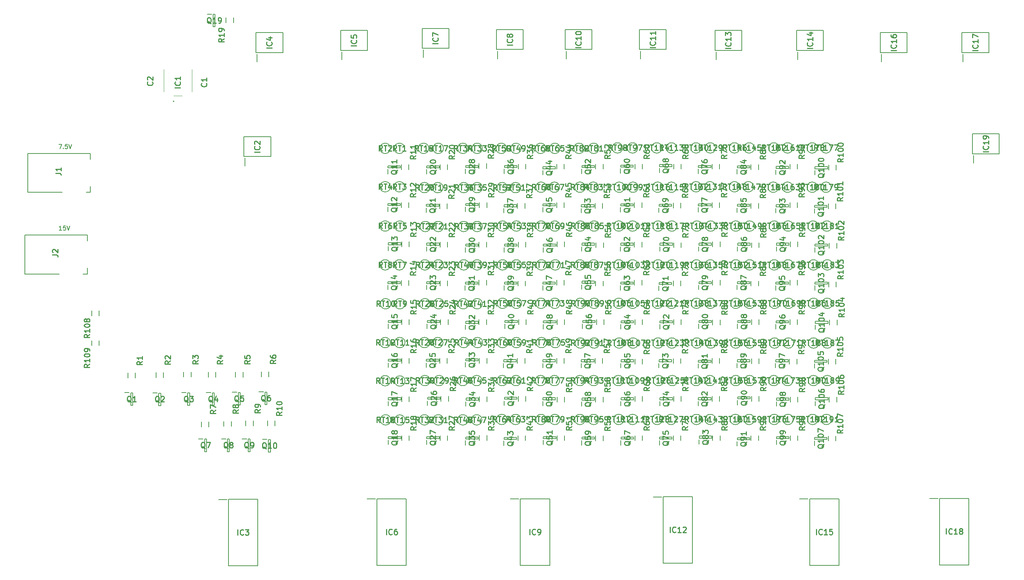
<source format=gbr>
%TF.GenerationSoftware,KiCad,Pcbnew,(5.1.6)-1*%
%TF.CreationDate,2021-11-11T13:14:54-05:00*%
%TF.ProjectId,ThermoPlate2_v1,54686572-6d6f-4506-9c61-7465325f7631,rev?*%
%TF.SameCoordinates,Original*%
%TF.FileFunction,Legend,Top*%
%TF.FilePolarity,Positive*%
%FSLAX46Y46*%
G04 Gerber Fmt 4.6, Leading zero omitted, Abs format (unit mm)*
G04 Created by KiCad (PCBNEW (5.1.6)-1) date 2021-11-11 13:14:54*
%MOMM*%
%LPD*%
G01*
G04 APERTURE LIST*
%ADD10C,0.150000*%
%ADD11C,0.152400*%
%ADD12C,0.200000*%
%ADD13C,0.100000*%
%ADD14C,0.254000*%
G04 APERTURE END LIST*
D10*
X32980952Y-84552380D02*
X32409523Y-84552380D01*
X32695238Y-84552380D02*
X32695238Y-83552380D01*
X32600000Y-83695238D01*
X32504761Y-83790476D01*
X32409523Y-83838095D01*
X33885714Y-83552380D02*
X33409523Y-83552380D01*
X33361904Y-84028571D01*
X33409523Y-83980952D01*
X33504761Y-83933333D01*
X33742857Y-83933333D01*
X33838095Y-83980952D01*
X33885714Y-84028571D01*
X33933333Y-84123809D01*
X33933333Y-84361904D01*
X33885714Y-84457142D01*
X33838095Y-84504761D01*
X33742857Y-84552380D01*
X33504761Y-84552380D01*
X33409523Y-84504761D01*
X33361904Y-84457142D01*
X34219047Y-83552380D02*
X34552380Y-84552380D01*
X34885714Y-83552380D01*
X32323809Y-64652380D02*
X32990476Y-64652380D01*
X32561904Y-65652380D01*
X33371428Y-65557142D02*
X33419047Y-65604761D01*
X33371428Y-65652380D01*
X33323809Y-65604761D01*
X33371428Y-65557142D01*
X33371428Y-65652380D01*
X34323809Y-64652380D02*
X33847619Y-64652380D01*
X33800000Y-65128571D01*
X33847619Y-65080952D01*
X33942857Y-65033333D01*
X34180952Y-65033333D01*
X34276190Y-65080952D01*
X34323809Y-65128571D01*
X34371428Y-65223809D01*
X34371428Y-65461904D01*
X34323809Y-65557142D01*
X34276190Y-65604761D01*
X34180952Y-65652380D01*
X33942857Y-65652380D01*
X33847619Y-65604761D01*
X33800000Y-65557142D01*
X34657142Y-64652380D02*
X34990476Y-65652380D01*
X35323809Y-64652380D01*
D11*
%TO.C,R109*%
X39936400Y-110115800D02*
X39936400Y-111284200D01*
X41663600Y-111284200D02*
X41663600Y-110115800D01*
%TO.C,R108*%
X39936400Y-103215800D02*
X39936400Y-104384200D01*
X41663600Y-104384200D02*
X41663600Y-103215800D01*
D12*
%TO.C,IC10*%
X149850000Y-44850000D02*
X149850000Y-43050000D01*
X155800000Y-42700000D02*
X149600000Y-42700000D01*
X155800000Y-38100000D02*
X155800000Y-42700000D01*
X149600000Y-38100000D02*
X155800000Y-38100000D01*
X149600000Y-42700000D02*
X149600000Y-38100000D01*
%TO.C,IC11*%
X166800000Y-42700000D02*
X166800000Y-38100000D01*
X166800000Y-38100000D02*
X173000000Y-38100000D01*
X173000000Y-38100000D02*
X173000000Y-42700000D01*
X173000000Y-42700000D02*
X166800000Y-42700000D01*
X167050000Y-44850000D02*
X167050000Y-43050000D01*
D11*
%TO.C,R36*%
X138736400Y-69215800D02*
X138736400Y-70384200D01*
X140463600Y-70384200D02*
X140463600Y-69215800D01*
D13*
%TO.C,IC1*%
X63170000Y-47345000D02*
X63170000Y-52512000D01*
X56630000Y-47345000D02*
X56630000Y-52512000D01*
X60900000Y-53439000D02*
X58900000Y-53439000D01*
D12*
X58900000Y-54812000D02*
X58900000Y-54812000D01*
X58900000Y-54612000D02*
X58900000Y-54612000D01*
X58900000Y-54812000D02*
G75*
G02*
X58900000Y-54612000I0J100000D01*
G01*
X58900000Y-54612000D02*
G75*
G02*
X58900000Y-54812000I0J-100000D01*
G01*
%TO.C,IC2*%
X75200000Y-67500000D02*
X75200000Y-62900000D01*
X75200000Y-62900000D02*
X81400000Y-62900000D01*
X81400000Y-62900000D02*
X81400000Y-67500000D01*
X81400000Y-67500000D02*
X75200000Y-67500000D01*
X75450000Y-69650000D02*
X75450000Y-67850000D01*
%TO.C,IC3*%
X69300000Y-146940000D02*
X71250000Y-146940000D01*
X71600000Y-162300000D02*
X71600000Y-146900000D01*
X78400000Y-162300000D02*
X71600000Y-162300000D01*
X78400000Y-146900000D02*
X78400000Y-162300000D01*
X71600000Y-146900000D02*
X78400000Y-146900000D01*
%TO.C,IC4*%
X78000000Y-43400000D02*
X78000000Y-38800000D01*
X78000000Y-38800000D02*
X84200000Y-38800000D01*
X84200000Y-38800000D02*
X84200000Y-43400000D01*
X84200000Y-43400000D02*
X78000000Y-43400000D01*
X78250000Y-45550000D02*
X78250000Y-43750000D01*
%TO.C,IC5*%
X97850000Y-45050000D02*
X97850000Y-43250000D01*
X103800000Y-42900000D02*
X97600000Y-42900000D01*
X103800000Y-38300000D02*
X103800000Y-42900000D01*
X97600000Y-38300000D02*
X103800000Y-38300000D01*
X97600000Y-42900000D02*
X97600000Y-38300000D01*
%TO.C,IC6*%
X106000000Y-146800000D02*
X112800000Y-146800000D01*
X112800000Y-146800000D02*
X112800000Y-162200000D01*
X112800000Y-162200000D02*
X106000000Y-162200000D01*
X106000000Y-162200000D02*
X106000000Y-146800000D01*
X103700000Y-146840000D02*
X105650000Y-146840000D01*
%TO.C,IC7*%
X116500000Y-42400000D02*
X116500000Y-37800000D01*
X116500000Y-37800000D02*
X122700000Y-37800000D01*
X122700000Y-37800000D02*
X122700000Y-42400000D01*
X122700000Y-42400000D02*
X116500000Y-42400000D01*
X116750000Y-44550000D02*
X116750000Y-42750000D01*
%TO.C,IC8*%
X133950000Y-44850000D02*
X133950000Y-43050000D01*
X139900000Y-42700000D02*
X133700000Y-42700000D01*
X139900000Y-38100000D02*
X139900000Y-42700000D01*
X133700000Y-38100000D02*
X139900000Y-38100000D01*
X133700000Y-42700000D02*
X133700000Y-38100000D01*
%TO.C,IC9*%
X139200000Y-146800000D02*
X146000000Y-146800000D01*
X146000000Y-146800000D02*
X146000000Y-162200000D01*
X146000000Y-162200000D02*
X139200000Y-162200000D01*
X139200000Y-162200000D02*
X139200000Y-146800000D01*
X136900000Y-146840000D02*
X138850000Y-146840000D01*
%TO.C,IC12*%
X170000000Y-146340000D02*
X171950000Y-146340000D01*
X172300000Y-161700000D02*
X172300000Y-146300000D01*
X179100000Y-161700000D02*
X172300000Y-161700000D01*
X179100000Y-146300000D02*
X179100000Y-161700000D01*
X172300000Y-146300000D02*
X179100000Y-146300000D01*
%TO.C,IC13*%
X184300000Y-42900000D02*
X184300000Y-38300000D01*
X184300000Y-38300000D02*
X190500000Y-38300000D01*
X190500000Y-38300000D02*
X190500000Y-42900000D01*
X190500000Y-42900000D02*
X184300000Y-42900000D01*
X184550000Y-45050000D02*
X184550000Y-43250000D01*
%TO.C,IC14*%
X203200000Y-42900000D02*
X203200000Y-38300000D01*
X203200000Y-38300000D02*
X209400000Y-38300000D01*
X209400000Y-38300000D02*
X209400000Y-42900000D01*
X209400000Y-42900000D02*
X203200000Y-42900000D01*
X203450000Y-45050000D02*
X203450000Y-43250000D01*
%TO.C,IC15*%
X203900000Y-146840000D02*
X205850000Y-146840000D01*
X206200000Y-162200000D02*
X206200000Y-146800000D01*
X213000000Y-162200000D02*
X206200000Y-162200000D01*
X213000000Y-146800000D02*
X213000000Y-162200000D01*
X206200000Y-146800000D02*
X213000000Y-146800000D01*
%TO.C,IC16*%
X222850000Y-45550000D02*
X222850000Y-43750000D01*
X228800000Y-43400000D02*
X222600000Y-43400000D01*
X228800000Y-38800000D02*
X228800000Y-43400000D01*
X222600000Y-38800000D02*
X228800000Y-38800000D01*
X222600000Y-43400000D02*
X222600000Y-38800000D01*
%TO.C,IC17*%
X241750000Y-45550000D02*
X241750000Y-43750000D01*
X247700000Y-43400000D02*
X241500000Y-43400000D01*
X247700000Y-38800000D02*
X247700000Y-43400000D01*
X241500000Y-38800000D02*
X247700000Y-38800000D01*
X241500000Y-43400000D02*
X241500000Y-38800000D01*
%TO.C,IC18*%
X236300000Y-146700000D02*
X243100000Y-146700000D01*
X243100000Y-146700000D02*
X243100000Y-162100000D01*
X243100000Y-162100000D02*
X236300000Y-162100000D01*
X236300000Y-162100000D02*
X236300000Y-146700000D01*
X234000000Y-146740000D02*
X235950000Y-146740000D01*
%TO.C,IC19*%
X244175000Y-69000000D02*
X244175000Y-67200000D01*
X250125000Y-66850000D02*
X243925000Y-66850000D01*
X250125000Y-62250000D02*
X250125000Y-66850000D01*
X243925000Y-62250000D02*
X250125000Y-62250000D01*
X243925000Y-66850000D02*
X243925000Y-62250000D01*
%TO.C,J1*%
X39650000Y-66800000D02*
X25150000Y-66800000D01*
X25150000Y-66800000D02*
X25150000Y-75800000D01*
X25150000Y-75800000D02*
X33107000Y-75800000D01*
X39650000Y-75800000D02*
X39650000Y-74415000D01*
X39650000Y-66800000D02*
X39650000Y-68168000D01*
X39650000Y-75800000D02*
X38657000Y-75800000D01*
%TO.C,J2*%
X38950000Y-94700000D02*
X37957000Y-94700000D01*
X38950000Y-85700000D02*
X38950000Y-87068000D01*
X38950000Y-94700000D02*
X38950000Y-93315000D01*
X24450000Y-94700000D02*
X32407000Y-94700000D01*
X24450000Y-85700000D02*
X24450000Y-94700000D01*
X38950000Y-85700000D02*
X24450000Y-85700000D01*
D11*
%TO.C,R1*%
X48336400Y-117615800D02*
X48336400Y-118784200D01*
X50063600Y-118784200D02*
X50063600Y-117615800D01*
%TO.C,R2*%
X56563600Y-118657400D02*
X56563600Y-117489000D01*
X54836400Y-117489000D02*
X54836400Y-118657400D01*
%TO.C,R3*%
X61236400Y-117389000D02*
X61236400Y-118557400D01*
X62963600Y-118557400D02*
X62963600Y-117389000D01*
%TO.C,R4*%
X68663600Y-118584200D02*
X68663600Y-117415800D01*
X66936400Y-117415800D02*
X66936400Y-118584200D01*
%TO.C,R5*%
X73236400Y-117415800D02*
X73236400Y-118584200D01*
X74963600Y-118584200D02*
X74963600Y-117415800D01*
%TO.C,R6*%
X80963600Y-118484200D02*
X80963600Y-117315800D01*
X79236400Y-117315800D02*
X79236400Y-118484200D01*
%TO.C,R7*%
X65336400Y-128915800D02*
X65336400Y-130084200D01*
X67063600Y-130084200D02*
X67063600Y-128915800D01*
%TO.C,R8*%
X72263600Y-129984200D02*
X72263600Y-128815800D01*
X70536400Y-128815800D02*
X70536400Y-129984200D01*
%TO.C,R9*%
X75636400Y-128715800D02*
X75636400Y-129884200D01*
X77363600Y-129884200D02*
X77363600Y-128715800D01*
%TO.C,R10*%
X82363600Y-129884200D02*
X82363600Y-128715800D01*
X80636400Y-128715800D02*
X80636400Y-129884200D01*
%TO.C,R11*%
X111636400Y-69315800D02*
X111636400Y-70484200D01*
X113363600Y-70484200D02*
X113363600Y-69315800D01*
%TO.C,R12*%
X113363600Y-79284200D02*
X113363600Y-78115800D01*
X111636400Y-78115800D02*
X111636400Y-79284200D01*
%TO.C,R13*%
X113463600Y-88384200D02*
X113463600Y-87215800D01*
X111736400Y-87215800D02*
X111736400Y-88384200D01*
%TO.C,R14*%
X111636400Y-96215800D02*
X111636400Y-97384200D01*
X113363600Y-97384200D02*
X113363600Y-96215800D01*
%TO.C,R15*%
X113463600Y-106384200D02*
X113463600Y-105215800D01*
X111736400Y-105215800D02*
X111736400Y-106384200D01*
%TO.C,R16*%
X113463600Y-115384200D02*
X113463600Y-114215800D01*
X111736400Y-114215800D02*
X111736400Y-115384200D01*
%TO.C,R17*%
X111736400Y-123115800D02*
X111736400Y-124284200D01*
X113463600Y-124284200D02*
X113463600Y-123115800D01*
%TO.C,R18*%
X111736400Y-132115800D02*
X111736400Y-133284200D01*
X113463600Y-133284200D02*
X113463600Y-132115800D01*
%TO.C,R19*%
X71036400Y-35315800D02*
X71036400Y-36484200D01*
X72763600Y-36484200D02*
X72763600Y-35315800D01*
%TO.C,R20*%
X120636400Y-69315800D02*
X120636400Y-70484200D01*
X122363600Y-70484200D02*
X122363600Y-69315800D01*
%TO.C,R21*%
X122263600Y-79584200D02*
X122263600Y-78415800D01*
X120536400Y-78415800D02*
X120536400Y-79584200D01*
%TO.C,R22*%
X122363600Y-88484200D02*
X122363600Y-87315800D01*
X120636400Y-87315800D02*
X120636400Y-88484200D01*
%TO.C,R23*%
X120636400Y-96289000D02*
X120636400Y-97457400D01*
X122363600Y-97457400D02*
X122363600Y-96289000D01*
%TO.C,R24*%
X120736400Y-105215800D02*
X120736400Y-106384200D01*
X122463600Y-106384200D02*
X122463600Y-105215800D01*
%TO.C,R25*%
X120536400Y-114215800D02*
X120536400Y-115384200D01*
X122263600Y-115384200D02*
X122263600Y-114215800D01*
%TO.C,R26*%
X120836400Y-123015800D02*
X120836400Y-124184200D01*
X122563600Y-124184200D02*
X122563600Y-123015800D01*
%TO.C,R27*%
X122363600Y-133284200D02*
X122363600Y-132115800D01*
X120636400Y-132115800D02*
X120636400Y-133284200D01*
%TO.C,R28*%
X129636400Y-69115800D02*
X129636400Y-70284200D01*
X131363600Y-70284200D02*
X131363600Y-69115800D01*
%TO.C,R29*%
X131463600Y-79284200D02*
X131463600Y-78115800D01*
X129736400Y-78115800D02*
X129736400Y-79284200D01*
%TO.C,R30*%
X129636400Y-87315800D02*
X129636400Y-88484200D01*
X131363600Y-88484200D02*
X131363600Y-87315800D01*
%TO.C,R31*%
X131363600Y-97284200D02*
X131363600Y-96115800D01*
X129636400Y-96115800D02*
X129636400Y-97284200D01*
%TO.C,R32*%
X131363600Y-106384200D02*
X131363600Y-105215800D01*
X129636400Y-105215800D02*
X129636400Y-106384200D01*
%TO.C,R33*%
X131463600Y-115384200D02*
X131463600Y-114215800D01*
X129736400Y-114215800D02*
X129736400Y-115384200D01*
%TO.C,R34*%
X129736400Y-123115800D02*
X129736400Y-124284200D01*
X131463600Y-124284200D02*
X131463600Y-123115800D01*
%TO.C,R35*%
X131463600Y-133257400D02*
X131463600Y-132089000D01*
X129736400Y-132089000D02*
X129736400Y-133257400D01*
%TO.C,R37*%
X140263600Y-79484200D02*
X140263600Y-78315800D01*
X138536400Y-78315800D02*
X138536400Y-79484200D01*
%TO.C,R38*%
X140463600Y-88484200D02*
X140463600Y-87315800D01*
X138736400Y-87315800D02*
X138736400Y-88484200D01*
%TO.C,R39*%
X138636400Y-96315800D02*
X138636400Y-97484200D01*
X140363600Y-97484200D02*
X140363600Y-96315800D01*
%TO.C,R40*%
X138836400Y-105215800D02*
X138836400Y-106384200D01*
X140563600Y-106384200D02*
X140563600Y-105215800D01*
%TO.C,R41*%
X140263600Y-115384200D02*
X140263600Y-114215800D01*
X138536400Y-114215800D02*
X138536400Y-115384200D01*
%TO.C,R42*%
X140463600Y-124184200D02*
X140463600Y-123015800D01*
X138736400Y-123015800D02*
X138736400Y-124184200D01*
%TO.C,R43*%
X138636400Y-132115800D02*
X138636400Y-133284200D01*
X140363600Y-133284200D02*
X140363600Y-132115800D01*
%TO.C,R44*%
X147636400Y-69215800D02*
X147636400Y-70384200D01*
X149363600Y-70384200D02*
X149363600Y-69215800D01*
%TO.C,R45*%
X149363600Y-79284200D02*
X149363600Y-78115800D01*
X147636400Y-78115800D02*
X147636400Y-79284200D01*
%TO.C,R46*%
X149463600Y-88384200D02*
X149463600Y-87215800D01*
X147736400Y-87215800D02*
X147736400Y-88384200D01*
%TO.C,R47*%
X149363600Y-97284200D02*
X149363600Y-96115800D01*
X147636400Y-96115800D02*
X147636400Y-97284200D01*
%TO.C,R48*%
X147736400Y-105215800D02*
X147736400Y-106384200D01*
X149463600Y-106384200D02*
X149463600Y-105215800D01*
%TO.C,R49*%
X149363600Y-115384200D02*
X149363600Y-114215800D01*
X147636400Y-114215800D02*
X147636400Y-115384200D01*
%TO.C,R50*%
X149463600Y-124384200D02*
X149463600Y-123215800D01*
X147736400Y-123215800D02*
X147736400Y-124384200D01*
%TO.C,R51*%
X147736400Y-132115800D02*
X147736400Y-133284200D01*
X149463600Y-133284200D02*
X149463600Y-132115800D01*
%TO.C,R52*%
X156636400Y-69215800D02*
X156636400Y-70384200D01*
X158363600Y-70384200D02*
X158363600Y-69215800D01*
%TO.C,R53*%
X158263600Y-79484200D02*
X158263600Y-78315800D01*
X156536400Y-78315800D02*
X156536400Y-79484200D01*
%TO.C,R54*%
X158463600Y-88584200D02*
X158463600Y-87415800D01*
X156736400Y-87415800D02*
X156736400Y-88584200D01*
%TO.C,R55*%
X156636400Y-96315800D02*
X156636400Y-97484200D01*
X158363600Y-97484200D02*
X158363600Y-96315800D01*
%TO.C,R56*%
X156836400Y-105215800D02*
X156836400Y-106384200D01*
X158563600Y-106384200D02*
X158563600Y-105215800D01*
%TO.C,R57*%
X156536400Y-114215800D02*
X156536400Y-115384200D01*
X158263600Y-115384200D02*
X158263600Y-114215800D01*
%TO.C,R58*%
X156636400Y-123215800D02*
X156636400Y-124384200D01*
X158363600Y-124384200D02*
X158363600Y-123215800D01*
%TO.C,R59*%
X158363600Y-133357400D02*
X158363600Y-132189000D01*
X156636400Y-132189000D02*
X156636400Y-133357400D01*
%TO.C,R60*%
X167463600Y-70384200D02*
X167463600Y-69215800D01*
X165736400Y-69215800D02*
X165736400Y-70384200D01*
%TO.C,R61*%
X165636400Y-78115800D02*
X165636400Y-79284200D01*
X167363600Y-79284200D02*
X167363600Y-78115800D01*
%TO.C,R62*%
X167363600Y-88484200D02*
X167363600Y-87315800D01*
X165636400Y-87315800D02*
X165636400Y-88484200D01*
%TO.C,R63*%
X165636400Y-96115800D02*
X165636400Y-97284200D01*
X167363600Y-97284200D02*
X167363600Y-96115800D01*
%TO.C,R64*%
X165736400Y-105215800D02*
X165736400Y-106384200D01*
X167463600Y-106384200D02*
X167463600Y-105215800D01*
%TO.C,R65*%
X167463600Y-115584200D02*
X167463600Y-114415800D01*
X165736400Y-114415800D02*
X165736400Y-115584200D01*
%TO.C,R66*%
X167463600Y-124184200D02*
X167463600Y-123015800D01*
X165736400Y-123015800D02*
X165736400Y-124184200D01*
%TO.C,R67*%
X165736400Y-132115800D02*
X165736400Y-133284200D01*
X167463600Y-133284200D02*
X167463600Y-132115800D01*
%TO.C,R68*%
X174736400Y-69215800D02*
X174736400Y-70384200D01*
X176463600Y-70384200D02*
X176463600Y-69215800D01*
%TO.C,R69*%
X176363600Y-79384200D02*
X176363600Y-78215800D01*
X174636400Y-78215800D02*
X174636400Y-79384200D01*
%TO.C,R70*%
X176463600Y-88584200D02*
X176463600Y-87415800D01*
X174736400Y-87415800D02*
X174736400Y-88584200D01*
%TO.C,R71*%
X174636400Y-96289000D02*
X174636400Y-97457400D01*
X176363600Y-97457400D02*
X176363600Y-96289000D01*
%TO.C,R72*%
X176463600Y-106384200D02*
X176463600Y-105215800D01*
X174736400Y-105215800D02*
X174736400Y-106384200D01*
%TO.C,R73*%
X174636400Y-114255601D02*
X174636400Y-115424001D01*
X176363600Y-115424001D02*
X176363600Y-114255601D01*
%TO.C,R74*%
X174736400Y-123015800D02*
X174736400Y-124184200D01*
X176463600Y-124184200D02*
X176463600Y-123015800D01*
%TO.C,R75*%
X176363600Y-133284200D02*
X176363600Y-132115800D01*
X174636400Y-132115800D02*
X174636400Y-133284200D01*
%TO.C,R76*%
X185363600Y-70384200D02*
X185363600Y-69215800D01*
X183636400Y-69215800D02*
X183636400Y-70384200D01*
%TO.C,R77*%
X183636400Y-78115800D02*
X183636400Y-79284200D01*
X185363600Y-79284200D02*
X185363600Y-78115800D01*
%TO.C,R78*%
X183736400Y-87215800D02*
X183736400Y-88384200D01*
X185463600Y-88384200D02*
X185463600Y-87215800D01*
%TO.C,R79*%
X185463600Y-97284200D02*
X185463600Y-96115800D01*
X183736400Y-96115800D02*
X183736400Y-97284200D01*
%TO.C,R80*%
X185463600Y-106484200D02*
X185463600Y-105315800D01*
X183736400Y-105315800D02*
X183736400Y-106484200D01*
%TO.C,R81*%
X183636400Y-114215800D02*
X183636400Y-115384200D01*
X185363600Y-115384200D02*
X185363600Y-114215800D01*
%TO.C,R82*%
X183636400Y-123015800D02*
X183636400Y-124184200D01*
X185363600Y-124184200D02*
X185363600Y-123015800D01*
%TO.C,R83*%
X185463600Y-133284200D02*
X185463600Y-132115800D01*
X183736400Y-132115800D02*
X183736400Y-133284200D01*
%TO.C,R84*%
X194363600Y-70484200D02*
X194363600Y-69315800D01*
X192636400Y-69315800D02*
X192636400Y-70484200D01*
%TO.C,R85*%
X192636400Y-78315800D02*
X192636400Y-79484200D01*
X194363600Y-79484200D02*
X194363600Y-78315800D01*
%TO.C,R86*%
X192736400Y-87415800D02*
X192736400Y-88584200D01*
X194463600Y-88584200D02*
X194463600Y-87415800D01*
%TO.C,R87*%
X194363600Y-97484200D02*
X194363600Y-96315800D01*
X192636400Y-96315800D02*
X192636400Y-97484200D01*
%TO.C,R88*%
X194463600Y-106384200D02*
X194463600Y-105215800D01*
X192736400Y-105215800D02*
X192736400Y-106384200D01*
%TO.C,R89*%
X192736400Y-114315800D02*
X192736400Y-115484200D01*
X194463600Y-115484200D02*
X194463600Y-114315800D01*
%TO.C,R90*%
X192736400Y-123015800D02*
X192736400Y-124184200D01*
X194463600Y-124184200D02*
X194463600Y-123015800D01*
%TO.C,R91*%
X194363600Y-133284200D02*
X194363600Y-132115800D01*
X192636400Y-132115800D02*
X192636400Y-133284200D01*
%TO.C,R92*%
X203363600Y-70384200D02*
X203363600Y-69215800D01*
X201636400Y-69215800D02*
X201636400Y-70384200D01*
%TO.C,R93*%
X201636400Y-78115800D02*
X201636400Y-79284200D01*
X203363600Y-79284200D02*
X203363600Y-78115800D01*
%TO.C,R94*%
X201736400Y-87215800D02*
X201736400Y-88384200D01*
X203463600Y-88384200D02*
X203463600Y-87215800D01*
%TO.C,R95*%
X203363600Y-97284200D02*
X203363600Y-96115800D01*
X201636400Y-96115800D02*
X201636400Y-97284200D01*
%TO.C,R96*%
X203363600Y-106384200D02*
X203363600Y-105215800D01*
X201636400Y-105215800D02*
X201636400Y-106384200D01*
%TO.C,R97*%
X201536400Y-114415800D02*
X201536400Y-115584200D01*
X203263600Y-115584200D02*
X203263600Y-114415800D01*
%TO.C,R98*%
X201736400Y-123215800D02*
X201736400Y-124384200D01*
X203463600Y-124384200D02*
X203463600Y-123215800D01*
%TO.C,R99*%
X203463600Y-133284200D02*
X203463600Y-132115800D01*
X201736400Y-132115800D02*
X201736400Y-133284200D01*
%TO.C,R100*%
X212363600Y-70584200D02*
X212363600Y-69415800D01*
X210636400Y-69415800D02*
X210636400Y-70584200D01*
%TO.C,R101*%
X210536400Y-78415800D02*
X210536400Y-79584200D01*
X212263600Y-79584200D02*
X212263600Y-78415800D01*
%TO.C,R102*%
X210736400Y-87515800D02*
X210736400Y-88684200D01*
X212463600Y-88684200D02*
X212463600Y-87515800D01*
%TO.C,R103*%
X212363600Y-97684200D02*
X212363600Y-96515800D01*
X210636400Y-96515800D02*
X210636400Y-97684200D01*
%TO.C,R104*%
X212563600Y-106484200D02*
X212563600Y-105315800D01*
X210836400Y-105315800D02*
X210836400Y-106484200D01*
%TO.C,R105*%
X210536400Y-114415800D02*
X210536400Y-115584200D01*
X212263600Y-115584200D02*
X212263600Y-114415800D01*
%TO.C,R106*%
X210736400Y-123215800D02*
X210736400Y-124384200D01*
X212463600Y-124384200D02*
X212463600Y-123215800D01*
%TO.C,R107*%
X212263600Y-133384200D02*
X212263600Y-132215800D01*
X210536400Y-132215800D02*
X210536400Y-133384200D01*
D12*
%TO.C,RT1*%
X110000000Y-65600000D02*
X110000000Y-65600000D01*
X112400000Y-65600000D02*
X112400000Y-65600000D01*
X112400000Y-65600000D02*
G75*
G02*
X110000000Y-65600000I-1200000J0D01*
G01*
X110000000Y-65600000D02*
G75*
G02*
X112400000Y-65600000I1200000J0D01*
G01*
%TO.C,RT2*%
X106700000Y-65600000D02*
X106700000Y-65600000D01*
X109100000Y-65600000D02*
X109100000Y-65600000D01*
X109100000Y-65600000D02*
G75*
G02*
X106700000Y-65600000I-1200000J0D01*
G01*
X106700000Y-65600000D02*
G75*
G02*
X109100000Y-65600000I1200000J0D01*
G01*
%TO.C,RT3*%
X112400000Y-74500000D02*
X112400000Y-74500000D01*
X110000000Y-74500000D02*
X110000000Y-74500000D01*
X110000000Y-74500000D02*
G75*
G02*
X112400000Y-74500000I1200000J0D01*
G01*
X112400000Y-74500000D02*
G75*
G02*
X110000000Y-74500000I-1200000J0D01*
G01*
%TO.C,RT4*%
X106700000Y-74500000D02*
X106700000Y-74500000D01*
X109100000Y-74500000D02*
X109100000Y-74500000D01*
X109100000Y-74500000D02*
G75*
G02*
X106700000Y-74500000I-1200000J0D01*
G01*
X106700000Y-74500000D02*
G75*
G02*
X109100000Y-74500000I1200000J0D01*
G01*
%TO.C,RT5*%
X112500000Y-83600000D02*
X112500000Y-83600000D01*
X110100000Y-83600000D02*
X110100000Y-83600000D01*
X110100000Y-83600000D02*
G75*
G02*
X112500000Y-83600000I1200000J0D01*
G01*
X112500000Y-83600000D02*
G75*
G02*
X110100000Y-83600000I-1200000J0D01*
G01*
%TO.C,RT6*%
X106700000Y-83600000D02*
X106700000Y-83600000D01*
X109100000Y-83600000D02*
X109100000Y-83600000D01*
X109100000Y-83600000D02*
G75*
G02*
X106700000Y-83600000I-1200000J0D01*
G01*
X106700000Y-83600000D02*
G75*
G02*
X109100000Y-83600000I1200000J0D01*
G01*
%TO.C,RT7*%
X112400000Y-92600000D02*
X112400000Y-92600000D01*
X110000000Y-92600000D02*
X110000000Y-92600000D01*
X110000000Y-92600000D02*
G75*
G02*
X112400000Y-92600000I1200000J0D01*
G01*
X112400000Y-92600000D02*
G75*
G02*
X110000000Y-92600000I-1200000J0D01*
G01*
%TO.C,RT8*%
X106700000Y-92600000D02*
X106700000Y-92600000D01*
X109100000Y-92600000D02*
X109100000Y-92600000D01*
X109100000Y-92600000D02*
G75*
G02*
X106700000Y-92600000I-1200000J0D01*
G01*
X106700000Y-92600000D02*
G75*
G02*
X109100000Y-92600000I1200000J0D01*
G01*
%TO.C,RT9*%
X112500000Y-101600000D02*
X112500000Y-101600000D01*
X110100000Y-101600000D02*
X110100000Y-101600000D01*
X110100000Y-101600000D02*
G75*
G02*
X112500000Y-101600000I1200000J0D01*
G01*
X112500000Y-101600000D02*
G75*
G02*
X110100000Y-101600000I-1200000J0D01*
G01*
%TO.C,RT10*%
X109200000Y-101600000D02*
X109200000Y-101600000D01*
X106800000Y-101600000D02*
X106800000Y-101600000D01*
X106800000Y-101600000D02*
G75*
G02*
X109200000Y-101600000I1200000J0D01*
G01*
X109200000Y-101600000D02*
G75*
G02*
X106800000Y-101600000I-1200000J0D01*
G01*
%TO.C,RT11*%
X112495000Y-110600000D02*
X112495000Y-110600000D01*
X110095000Y-110600000D02*
X110095000Y-110600000D01*
X110095000Y-110600000D02*
G75*
G02*
X112495000Y-110600000I1200000J0D01*
G01*
X112495000Y-110600000D02*
G75*
G02*
X110095000Y-110600000I-1200000J0D01*
G01*
%TO.C,RT12*%
X106700000Y-110600000D02*
X106700000Y-110600000D01*
X109100000Y-110600000D02*
X109100000Y-110600000D01*
X109100000Y-110600000D02*
G75*
G02*
X106700000Y-110600000I-1200000J0D01*
G01*
X106700000Y-110600000D02*
G75*
G02*
X109100000Y-110600000I1200000J0D01*
G01*
%TO.C,RT13*%
X110100000Y-119500000D02*
X110100000Y-119500000D01*
X112500000Y-119500000D02*
X112500000Y-119500000D01*
X112500000Y-119500000D02*
G75*
G02*
X110100000Y-119500000I-1200000J0D01*
G01*
X110100000Y-119500000D02*
G75*
G02*
X112500000Y-119500000I1200000J0D01*
G01*
%TO.C,RT14*%
X109100000Y-119438000D02*
X109100000Y-119438000D01*
X106700000Y-119438000D02*
X106700000Y-119438000D01*
X106700000Y-119438000D02*
G75*
G02*
X109100000Y-119438000I1200000J0D01*
G01*
X109100000Y-119438000D02*
G75*
G02*
X106700000Y-119438000I-1200000J0D01*
G01*
%TO.C,RT15*%
X110095000Y-128538000D02*
X110095000Y-128538000D01*
X112495000Y-128538000D02*
X112495000Y-128538000D01*
X112495000Y-128538000D02*
G75*
G02*
X110095000Y-128538000I-1200000J0D01*
G01*
X110095000Y-128538000D02*
G75*
G02*
X112495000Y-128538000I1200000J0D01*
G01*
%TO.C,RT16*%
X109200000Y-128500000D02*
X109200000Y-128500000D01*
X106800000Y-128500000D02*
X106800000Y-128500000D01*
X106800000Y-128500000D02*
G75*
G02*
X109200000Y-128500000I1200000J0D01*
G01*
X109200000Y-128500000D02*
G75*
G02*
X106800000Y-128500000I-1200000J0D01*
G01*
%TO.C,RT17*%
X121400000Y-65600000D02*
X121400000Y-65600000D01*
X119000000Y-65600000D02*
X119000000Y-65600000D01*
X119000000Y-65600000D02*
G75*
G02*
X121400000Y-65600000I1200000J0D01*
G01*
X121400000Y-65600000D02*
G75*
G02*
X119000000Y-65600000I-1200000J0D01*
G01*
%TO.C,RT18*%
X118000000Y-65600000D02*
X118000000Y-65600000D01*
X115600000Y-65600000D02*
X115600000Y-65600000D01*
X115600000Y-65600000D02*
G75*
G02*
X118000000Y-65600000I1200000J0D01*
G01*
X118000000Y-65600000D02*
G75*
G02*
X115600000Y-65600000I-1200000J0D01*
G01*
%TO.C,RT19*%
X118900000Y-74700000D02*
X118900000Y-74700000D01*
X121300000Y-74700000D02*
X121300000Y-74700000D01*
X121300000Y-74700000D02*
G75*
G02*
X118900000Y-74700000I-1200000J0D01*
G01*
X118900000Y-74700000D02*
G75*
G02*
X121300000Y-74700000I1200000J0D01*
G01*
%TO.C,RT20*%
X118200000Y-74700000D02*
X118200000Y-74700000D01*
X115800000Y-74700000D02*
X115800000Y-74700000D01*
X115800000Y-74700000D02*
G75*
G02*
X118200000Y-74700000I1200000J0D01*
G01*
X118200000Y-74700000D02*
G75*
G02*
X115800000Y-74700000I-1200000J0D01*
G01*
%TO.C,RT21*%
X121400000Y-83700000D02*
X121400000Y-83700000D01*
X119000000Y-83700000D02*
X119000000Y-83700000D01*
X119000000Y-83700000D02*
G75*
G02*
X121400000Y-83700000I1200000J0D01*
G01*
X121400000Y-83700000D02*
G75*
G02*
X119000000Y-83700000I-1200000J0D01*
G01*
%TO.C,RT22*%
X116000000Y-83700000D02*
X116000000Y-83700000D01*
X118400000Y-83700000D02*
X118400000Y-83700000D01*
X118400000Y-83700000D02*
G75*
G02*
X116000000Y-83700000I-1200000J0D01*
G01*
X116000000Y-83700000D02*
G75*
G02*
X118400000Y-83700000I1200000J0D01*
G01*
%TO.C,RT23*%
X121400000Y-92600000D02*
X121400000Y-92600000D01*
X119000000Y-92600000D02*
X119000000Y-92600000D01*
X119000000Y-92600000D02*
G75*
G02*
X121400000Y-92600000I1200000J0D01*
G01*
X121400000Y-92600000D02*
G75*
G02*
X119000000Y-92600000I-1200000J0D01*
G01*
%TO.C,RT24*%
X115900000Y-92600000D02*
X115900000Y-92600000D01*
X118300000Y-92600000D02*
X118300000Y-92600000D01*
X118300000Y-92600000D02*
G75*
G02*
X115900000Y-92600000I-1200000J0D01*
G01*
X115900000Y-92600000D02*
G75*
G02*
X118300000Y-92600000I1200000J0D01*
G01*
%TO.C,RT25*%
X121500000Y-101600000D02*
X121500000Y-101600000D01*
X119100000Y-101600000D02*
X119100000Y-101600000D01*
X119100000Y-101600000D02*
G75*
G02*
X121500000Y-101600000I1200000J0D01*
G01*
X121500000Y-101600000D02*
G75*
G02*
X119100000Y-101600000I-1200000J0D01*
G01*
%TO.C,RT26*%
X115900000Y-101600000D02*
X115900000Y-101600000D01*
X118300000Y-101600000D02*
X118300000Y-101600000D01*
X118300000Y-101600000D02*
G75*
G02*
X115900000Y-101600000I-1200000J0D01*
G01*
X115900000Y-101600000D02*
G75*
G02*
X118300000Y-101600000I1200000J0D01*
G01*
%TO.C,RT27*%
X118900000Y-110600000D02*
X118900000Y-110600000D01*
X121300000Y-110600000D02*
X121300000Y-110600000D01*
X121300000Y-110600000D02*
G75*
G02*
X118900000Y-110600000I-1200000J0D01*
G01*
X118900000Y-110600000D02*
G75*
G02*
X121300000Y-110600000I1200000J0D01*
G01*
%TO.C,RT28*%
X118200000Y-110600000D02*
X118200000Y-110600000D01*
X115800000Y-110600000D02*
X115800000Y-110600000D01*
X115800000Y-110600000D02*
G75*
G02*
X118200000Y-110600000I1200000J0D01*
G01*
X118200000Y-110600000D02*
G75*
G02*
X115800000Y-110600000I-1200000J0D01*
G01*
%TO.C,RT29*%
X119200000Y-119400000D02*
X119200000Y-119400000D01*
X121600000Y-119400000D02*
X121600000Y-119400000D01*
X121600000Y-119400000D02*
G75*
G02*
X119200000Y-119400000I-1200000J0D01*
G01*
X119200000Y-119400000D02*
G75*
G02*
X121600000Y-119400000I1200000J0D01*
G01*
%TO.C,RT30*%
X115900000Y-119400000D02*
X115900000Y-119400000D01*
X118300000Y-119400000D02*
X118300000Y-119400000D01*
X118300000Y-119400000D02*
G75*
G02*
X115900000Y-119400000I-1200000J0D01*
G01*
X115900000Y-119400000D02*
G75*
G02*
X118300000Y-119400000I1200000J0D01*
G01*
%TO.C,RT31*%
X121400000Y-128500000D02*
X121400000Y-128500000D01*
X119000000Y-128500000D02*
X119000000Y-128500000D01*
X119000000Y-128500000D02*
G75*
G02*
X121400000Y-128500000I1200000J0D01*
G01*
X121400000Y-128500000D02*
G75*
G02*
X119000000Y-128500000I-1200000J0D01*
G01*
%TO.C,RT32*%
X115800000Y-128500000D02*
X115800000Y-128500000D01*
X118200000Y-128500000D02*
X118200000Y-128500000D01*
X118200000Y-128500000D02*
G75*
G02*
X115800000Y-128500000I-1200000J0D01*
G01*
X115800000Y-128500000D02*
G75*
G02*
X118200000Y-128500000I1200000J0D01*
G01*
%TO.C,RT33*%
X130400000Y-65600000D02*
X130400000Y-65600000D01*
X128000000Y-65600000D02*
X128000000Y-65600000D01*
X128000000Y-65600000D02*
G75*
G02*
X130400000Y-65600000I1200000J0D01*
G01*
X130400000Y-65600000D02*
G75*
G02*
X128000000Y-65600000I-1200000J0D01*
G01*
%TO.C,RT34*%
X124700000Y-65600000D02*
X124700000Y-65600000D01*
X127100000Y-65600000D02*
X127100000Y-65600000D01*
X127100000Y-65600000D02*
G75*
G02*
X124700000Y-65600000I-1200000J0D01*
G01*
X124700000Y-65600000D02*
G75*
G02*
X127100000Y-65600000I1200000J0D01*
G01*
%TO.C,RT35*%
X130400000Y-74700000D02*
X130400000Y-74700000D01*
X128000000Y-74700000D02*
X128000000Y-74700000D01*
X128000000Y-74700000D02*
G75*
G02*
X130400000Y-74700000I1200000J0D01*
G01*
X130400000Y-74700000D02*
G75*
G02*
X128000000Y-74700000I-1200000J0D01*
G01*
%TO.C,RT36*%
X127300000Y-74700000D02*
X127300000Y-74700000D01*
X124900000Y-74700000D02*
X124900000Y-74700000D01*
X124900000Y-74700000D02*
G75*
G02*
X127300000Y-74700000I1200000J0D01*
G01*
X127300000Y-74700000D02*
G75*
G02*
X124900000Y-74700000I-1200000J0D01*
G01*
%TO.C,RT37*%
X128000000Y-83700000D02*
X128000000Y-83700000D01*
X130400000Y-83700000D02*
X130400000Y-83700000D01*
X130400000Y-83700000D02*
G75*
G02*
X128000000Y-83700000I-1200000J0D01*
G01*
X128000000Y-83700000D02*
G75*
G02*
X130400000Y-83700000I1200000J0D01*
G01*
%TO.C,RT38*%
X127300000Y-83700000D02*
X127300000Y-83700000D01*
X124900000Y-83700000D02*
X124900000Y-83700000D01*
X124900000Y-83700000D02*
G75*
G02*
X127300000Y-83700000I1200000J0D01*
G01*
X127300000Y-83700000D02*
G75*
G02*
X124900000Y-83700000I-1200000J0D01*
G01*
%TO.C,RT39*%
X130400000Y-92600000D02*
X130400000Y-92600000D01*
X128000000Y-92600000D02*
X128000000Y-92600000D01*
X128000000Y-92600000D02*
G75*
G02*
X130400000Y-92600000I1200000J0D01*
G01*
X130400000Y-92600000D02*
G75*
G02*
X128000000Y-92600000I-1200000J0D01*
G01*
%TO.C,RT40*%
X124900000Y-92600000D02*
X124900000Y-92600000D01*
X127300000Y-92600000D02*
X127300000Y-92600000D01*
X127300000Y-92600000D02*
G75*
G02*
X124900000Y-92600000I-1200000J0D01*
G01*
X124900000Y-92600000D02*
G75*
G02*
X127300000Y-92600000I1200000J0D01*
G01*
%TO.C,RT41*%
X128000000Y-101600000D02*
X128000000Y-101600000D01*
X130400000Y-101600000D02*
X130400000Y-101600000D01*
X130400000Y-101600000D02*
G75*
G02*
X128000000Y-101600000I-1200000J0D01*
G01*
X128000000Y-101600000D02*
G75*
G02*
X130400000Y-101600000I1200000J0D01*
G01*
%TO.C,RT42*%
X127200000Y-101600000D02*
X127200000Y-101600000D01*
X124800000Y-101600000D02*
X124800000Y-101600000D01*
X124800000Y-101600000D02*
G75*
G02*
X127200000Y-101600000I1200000J0D01*
G01*
X127200000Y-101600000D02*
G75*
G02*
X124800000Y-101600000I-1200000J0D01*
G01*
%TO.C,RT43*%
X130500000Y-110600000D02*
X130500000Y-110600000D01*
X128100000Y-110600000D02*
X128100000Y-110600000D01*
X128100000Y-110600000D02*
G75*
G02*
X130500000Y-110600000I1200000J0D01*
G01*
X130500000Y-110600000D02*
G75*
G02*
X128100000Y-110600000I-1200000J0D01*
G01*
%TO.C,RT44*%
X127300000Y-110600000D02*
X127300000Y-110600000D01*
X124900000Y-110600000D02*
X124900000Y-110600000D01*
X124900000Y-110600000D02*
G75*
G02*
X127300000Y-110600000I1200000J0D01*
G01*
X127300000Y-110600000D02*
G75*
G02*
X124900000Y-110600000I-1200000J0D01*
G01*
%TO.C,RT45*%
X127900000Y-119400000D02*
X127900000Y-119400000D01*
X130300000Y-119400000D02*
X130300000Y-119400000D01*
X130300000Y-119400000D02*
G75*
G02*
X127900000Y-119400000I-1200000J0D01*
G01*
X127900000Y-119400000D02*
G75*
G02*
X130300000Y-119400000I1200000J0D01*
G01*
%TO.C,RT46*%
X124700000Y-119400000D02*
X124700000Y-119400000D01*
X127100000Y-119400000D02*
X127100000Y-119400000D01*
X127100000Y-119400000D02*
G75*
G02*
X124700000Y-119400000I-1200000J0D01*
G01*
X124700000Y-119400000D02*
G75*
G02*
X127100000Y-119400000I1200000J0D01*
G01*
%TO.C,RT47*%
X130300000Y-128500000D02*
X130300000Y-128500000D01*
X127900000Y-128500000D02*
X127900000Y-128500000D01*
X127900000Y-128500000D02*
G75*
G02*
X130300000Y-128500000I1200000J0D01*
G01*
X130300000Y-128500000D02*
G75*
G02*
X127900000Y-128500000I-1200000J0D01*
G01*
%TO.C,RT48*%
X127100000Y-128500000D02*
X127100000Y-128500000D01*
X124700000Y-128500000D02*
X124700000Y-128500000D01*
X124700000Y-128500000D02*
G75*
G02*
X127100000Y-128500000I1200000J0D01*
G01*
X127100000Y-128500000D02*
G75*
G02*
X124700000Y-128500000I-1200000J0D01*
G01*
%TO.C,RT49*%
X137000000Y-65600000D02*
X137000000Y-65600000D01*
X139400000Y-65600000D02*
X139400000Y-65600000D01*
X139400000Y-65600000D02*
G75*
G02*
X137000000Y-65600000I-1200000J0D01*
G01*
X137000000Y-65600000D02*
G75*
G02*
X139400000Y-65600000I1200000J0D01*
G01*
%TO.C,RT50*%
X133600000Y-65600000D02*
X133600000Y-65600000D01*
X136000000Y-65600000D02*
X136000000Y-65600000D01*
X136000000Y-65600000D02*
G75*
G02*
X133600000Y-65600000I-1200000J0D01*
G01*
X133600000Y-65600000D02*
G75*
G02*
X136000000Y-65600000I1200000J0D01*
G01*
%TO.C,RT51*%
X139300000Y-74700000D02*
X139300000Y-74700000D01*
X136900000Y-74700000D02*
X136900000Y-74700000D01*
X136900000Y-74700000D02*
G75*
G02*
X139300000Y-74700000I1200000J0D01*
G01*
X139300000Y-74700000D02*
G75*
G02*
X136900000Y-74700000I-1200000J0D01*
G01*
%TO.C,RT52*%
X133800000Y-74700000D02*
X133800000Y-74700000D01*
X136200000Y-74700000D02*
X136200000Y-74700000D01*
X136200000Y-74700000D02*
G75*
G02*
X133800000Y-74700000I-1200000J0D01*
G01*
X133800000Y-74700000D02*
G75*
G02*
X136200000Y-74700000I1200000J0D01*
G01*
%TO.C,RT53*%
X139500000Y-83600000D02*
X139500000Y-83600000D01*
X137100000Y-83600000D02*
X137100000Y-83600000D01*
X137100000Y-83600000D02*
G75*
G02*
X139500000Y-83600000I1200000J0D01*
G01*
X139500000Y-83600000D02*
G75*
G02*
X137100000Y-83600000I-1200000J0D01*
G01*
%TO.C,RT54*%
X133900000Y-83600000D02*
X133900000Y-83600000D01*
X136300000Y-83600000D02*
X136300000Y-83600000D01*
X136300000Y-83600000D02*
G75*
G02*
X133900000Y-83600000I-1200000J0D01*
G01*
X133900000Y-83600000D02*
G75*
G02*
X136300000Y-83600000I1200000J0D01*
G01*
%TO.C,RT55*%
X139500000Y-92600000D02*
X139500000Y-92600000D01*
X137100000Y-92600000D02*
X137100000Y-92600000D01*
X137100000Y-92600000D02*
G75*
G02*
X139500000Y-92600000I1200000J0D01*
G01*
X139500000Y-92600000D02*
G75*
G02*
X137100000Y-92600000I-1200000J0D01*
G01*
%TO.C,RT56*%
X133900000Y-92600000D02*
X133900000Y-92600000D01*
X136300000Y-92600000D02*
X136300000Y-92600000D01*
X136300000Y-92600000D02*
G75*
G02*
X133900000Y-92600000I-1200000J0D01*
G01*
X133900000Y-92600000D02*
G75*
G02*
X136300000Y-92600000I1200000J0D01*
G01*
%TO.C,RT57*%
X137100000Y-101500000D02*
X137100000Y-101500000D01*
X139500000Y-101500000D02*
X139500000Y-101500000D01*
X139500000Y-101500000D02*
G75*
G02*
X137100000Y-101500000I-1200000J0D01*
G01*
X137100000Y-101500000D02*
G75*
G02*
X139500000Y-101500000I1200000J0D01*
G01*
%TO.C,RT58*%
X136300000Y-101500000D02*
X136300000Y-101500000D01*
X133900000Y-101500000D02*
X133900000Y-101500000D01*
X133900000Y-101500000D02*
G75*
G02*
X136300000Y-101500000I1200000J0D01*
G01*
X136300000Y-101500000D02*
G75*
G02*
X133900000Y-101500000I-1200000J0D01*
G01*
%TO.C,RT59*%
X137100000Y-110600000D02*
X137100000Y-110600000D01*
X139500000Y-110600000D02*
X139500000Y-110600000D01*
X139500000Y-110600000D02*
G75*
G02*
X137100000Y-110600000I-1200000J0D01*
G01*
X137100000Y-110600000D02*
G75*
G02*
X139500000Y-110600000I1200000J0D01*
G01*
%TO.C,RT60*%
X133900000Y-110600000D02*
X133900000Y-110600000D01*
X136300000Y-110600000D02*
X136300000Y-110600000D01*
X136300000Y-110600000D02*
G75*
G02*
X133900000Y-110600000I-1200000J0D01*
G01*
X133900000Y-110600000D02*
G75*
G02*
X136300000Y-110600000I1200000J0D01*
G01*
%TO.C,RT61*%
X139400000Y-119400000D02*
X139400000Y-119400000D01*
X137000000Y-119400000D02*
X137000000Y-119400000D01*
X137000000Y-119400000D02*
G75*
G02*
X139400000Y-119400000I1200000J0D01*
G01*
X139400000Y-119400000D02*
G75*
G02*
X137000000Y-119400000I-1200000J0D01*
G01*
%TO.C,RT62*%
X133800000Y-119400000D02*
X133800000Y-119400000D01*
X136200000Y-119400000D02*
X136200000Y-119400000D01*
X136200000Y-119400000D02*
G75*
G02*
X133800000Y-119400000I-1200000J0D01*
G01*
X133800000Y-119400000D02*
G75*
G02*
X136200000Y-119400000I1200000J0D01*
G01*
%TO.C,RT63*%
X139300000Y-128400000D02*
X139300000Y-128400000D01*
X136900000Y-128400000D02*
X136900000Y-128400000D01*
X136900000Y-128400000D02*
G75*
G02*
X139300000Y-128400000I1200000J0D01*
G01*
X139300000Y-128400000D02*
G75*
G02*
X136900000Y-128400000I-1200000J0D01*
G01*
%TO.C,RT64*%
X136100000Y-128400000D02*
X136100000Y-128400000D01*
X133700000Y-128400000D02*
X133700000Y-128400000D01*
X133700000Y-128400000D02*
G75*
G02*
X136100000Y-128400000I1200000J0D01*
G01*
X136100000Y-128400000D02*
G75*
G02*
X133700000Y-128400000I-1200000J0D01*
G01*
%TO.C,RT65*%
X148400000Y-65600000D02*
X148400000Y-65600000D01*
X146000000Y-65600000D02*
X146000000Y-65600000D01*
X146000000Y-65600000D02*
G75*
G02*
X148400000Y-65600000I1200000J0D01*
G01*
X148400000Y-65600000D02*
G75*
G02*
X146000000Y-65600000I-1200000J0D01*
G01*
%TO.C,RT66*%
X142700000Y-65600000D02*
X142700000Y-65600000D01*
X145100000Y-65600000D02*
X145100000Y-65600000D01*
X145100000Y-65600000D02*
G75*
G02*
X142700000Y-65600000I-1200000J0D01*
G01*
X142700000Y-65600000D02*
G75*
G02*
X145100000Y-65600000I1200000J0D01*
G01*
%TO.C,RT67*%
X148300000Y-74600000D02*
X148300000Y-74600000D01*
X145900000Y-74600000D02*
X145900000Y-74600000D01*
X145900000Y-74600000D02*
G75*
G02*
X148300000Y-74600000I1200000J0D01*
G01*
X148300000Y-74600000D02*
G75*
G02*
X145900000Y-74600000I-1200000J0D01*
G01*
%TO.C,RT68*%
X142800000Y-74600000D02*
X142800000Y-74600000D01*
X145200000Y-74600000D02*
X145200000Y-74600000D01*
X145200000Y-74600000D02*
G75*
G02*
X142800000Y-74600000I-1200000J0D01*
G01*
X142800000Y-74600000D02*
G75*
G02*
X145200000Y-74600000I1200000J0D01*
G01*
%TO.C,RT69*%
X148400000Y-83600000D02*
X148400000Y-83600000D01*
X146000000Y-83600000D02*
X146000000Y-83600000D01*
X146000000Y-83600000D02*
G75*
G02*
X148400000Y-83600000I1200000J0D01*
G01*
X148400000Y-83600000D02*
G75*
G02*
X146000000Y-83600000I-1200000J0D01*
G01*
%TO.C,RT70*%
X142800000Y-83600000D02*
X142800000Y-83600000D01*
X145200000Y-83600000D02*
X145200000Y-83600000D01*
X145200000Y-83600000D02*
G75*
G02*
X142800000Y-83600000I-1200000J0D01*
G01*
X142800000Y-83600000D02*
G75*
G02*
X145200000Y-83600000I1200000J0D01*
G01*
%TO.C,RT71*%
X148500000Y-92600000D02*
X148500000Y-92600000D01*
X146100000Y-92600000D02*
X146100000Y-92600000D01*
X146100000Y-92600000D02*
G75*
G02*
X148500000Y-92600000I1200000J0D01*
G01*
X148500000Y-92600000D02*
G75*
G02*
X146100000Y-92600000I-1200000J0D01*
G01*
%TO.C,RT72*%
X142900000Y-92600000D02*
X142900000Y-92600000D01*
X145300000Y-92600000D02*
X145300000Y-92600000D01*
X145300000Y-92600000D02*
G75*
G02*
X142900000Y-92600000I-1200000J0D01*
G01*
X142900000Y-92600000D02*
G75*
G02*
X145300000Y-92600000I1200000J0D01*
G01*
%TO.C,RT73*%
X146000000Y-101500000D02*
X146000000Y-101500000D01*
X148400000Y-101500000D02*
X148400000Y-101500000D01*
X148400000Y-101500000D02*
G75*
G02*
X146000000Y-101500000I-1200000J0D01*
G01*
X146000000Y-101500000D02*
G75*
G02*
X148400000Y-101500000I1200000J0D01*
G01*
%TO.C,RT74*%
X142800000Y-101500000D02*
X142800000Y-101500000D01*
X145200000Y-101500000D02*
X145200000Y-101500000D01*
X145200000Y-101500000D02*
G75*
G02*
X142800000Y-101500000I-1200000J0D01*
G01*
X142800000Y-101500000D02*
G75*
G02*
X145200000Y-101500000I1200000J0D01*
G01*
%TO.C,RT75*%
X148500000Y-110600000D02*
X148500000Y-110600000D01*
X146100000Y-110600000D02*
X146100000Y-110600000D01*
X146100000Y-110600000D02*
G75*
G02*
X148500000Y-110600000I1200000J0D01*
G01*
X148500000Y-110600000D02*
G75*
G02*
X146100000Y-110600000I-1200000J0D01*
G01*
%TO.C,RT76*%
X142900000Y-110600000D02*
X142900000Y-110600000D01*
X145300000Y-110600000D02*
X145300000Y-110600000D01*
X145300000Y-110600000D02*
G75*
G02*
X142900000Y-110600000I-1200000J0D01*
G01*
X142900000Y-110600000D02*
G75*
G02*
X145300000Y-110600000I1200000J0D01*
G01*
%TO.C,RT77*%
X148300000Y-119400000D02*
X148300000Y-119400000D01*
X145900000Y-119400000D02*
X145900000Y-119400000D01*
X145900000Y-119400000D02*
G75*
G02*
X148300000Y-119400000I1200000J0D01*
G01*
X148300000Y-119400000D02*
G75*
G02*
X145900000Y-119400000I-1200000J0D01*
G01*
%TO.C,RT78*%
X142700000Y-119400000D02*
X142700000Y-119400000D01*
X145100000Y-119400000D02*
X145100000Y-119400000D01*
X145100000Y-119400000D02*
G75*
G02*
X142700000Y-119400000I-1200000J0D01*
G01*
X142700000Y-119400000D02*
G75*
G02*
X145100000Y-119400000I1200000J0D01*
G01*
%TO.C,RT79*%
X148400000Y-128400000D02*
X148400000Y-128400000D01*
X146000000Y-128400000D02*
X146000000Y-128400000D01*
X146000000Y-128400000D02*
G75*
G02*
X148400000Y-128400000I1200000J0D01*
G01*
X148400000Y-128400000D02*
G75*
G02*
X146000000Y-128400000I-1200000J0D01*
G01*
%TO.C,RT80*%
X145200000Y-128400000D02*
X145200000Y-128400000D01*
X142800000Y-128400000D02*
X142800000Y-128400000D01*
X142800000Y-128400000D02*
G75*
G02*
X145200000Y-128400000I1200000J0D01*
G01*
X145200000Y-128400000D02*
G75*
G02*
X142800000Y-128400000I-1200000J0D01*
G01*
%TO.C,RT81*%
X157400000Y-65600000D02*
X157400000Y-65600000D01*
X155000000Y-65600000D02*
X155000000Y-65600000D01*
X155000000Y-65600000D02*
G75*
G02*
X157400000Y-65600000I1200000J0D01*
G01*
X157400000Y-65600000D02*
G75*
G02*
X155000000Y-65600000I-1200000J0D01*
G01*
%TO.C,RT82*%
X154000000Y-65600000D02*
X154000000Y-65600000D01*
X151600000Y-65600000D02*
X151600000Y-65600000D01*
X151600000Y-65600000D02*
G75*
G02*
X154000000Y-65600000I1200000J0D01*
G01*
X154000000Y-65600000D02*
G75*
G02*
X151600000Y-65600000I-1200000J0D01*
G01*
%TO.C,RT83*%
X154900000Y-74600000D02*
X154900000Y-74600000D01*
X157300000Y-74600000D02*
X157300000Y-74600000D01*
X157300000Y-74600000D02*
G75*
G02*
X154900000Y-74600000I-1200000J0D01*
G01*
X154900000Y-74600000D02*
G75*
G02*
X157300000Y-74600000I1200000J0D01*
G01*
%TO.C,RT84*%
X151800000Y-74600000D02*
X151800000Y-74600000D01*
X154200000Y-74600000D02*
X154200000Y-74600000D01*
X154200000Y-74600000D02*
G75*
G02*
X151800000Y-74600000I-1200000J0D01*
G01*
X151800000Y-74600000D02*
G75*
G02*
X154200000Y-74600000I1200000J0D01*
G01*
%TO.C,RT85*%
X155100000Y-83600000D02*
X155100000Y-83600000D01*
X157500000Y-83600000D02*
X157500000Y-83600000D01*
X157500000Y-83600000D02*
G75*
G02*
X155100000Y-83600000I-1200000J0D01*
G01*
X155100000Y-83600000D02*
G75*
G02*
X157500000Y-83600000I1200000J0D01*
G01*
%TO.C,RT86*%
X154300000Y-83600000D02*
X154300000Y-83600000D01*
X151900000Y-83600000D02*
X151900000Y-83600000D01*
X151900000Y-83600000D02*
G75*
G02*
X154300000Y-83600000I1200000J0D01*
G01*
X154300000Y-83600000D02*
G75*
G02*
X151900000Y-83600000I-1200000J0D01*
G01*
%TO.C,RT87*%
X155000000Y-92600000D02*
X155000000Y-92600000D01*
X157400000Y-92600000D02*
X157400000Y-92600000D01*
X157400000Y-92600000D02*
G75*
G02*
X155000000Y-92600000I-1200000J0D01*
G01*
X155000000Y-92600000D02*
G75*
G02*
X157400000Y-92600000I1200000J0D01*
G01*
%TO.C,RT88*%
X154200000Y-92600000D02*
X154200000Y-92600000D01*
X151800000Y-92600000D02*
X151800000Y-92600000D01*
X151800000Y-92600000D02*
G75*
G02*
X154200000Y-92600000I1200000J0D01*
G01*
X154200000Y-92600000D02*
G75*
G02*
X151800000Y-92600000I-1200000J0D01*
G01*
%TO.C,RT89*%
X155100000Y-101500000D02*
X155100000Y-101500000D01*
X157500000Y-101500000D02*
X157500000Y-101500000D01*
X157500000Y-101500000D02*
G75*
G02*
X155100000Y-101500000I-1200000J0D01*
G01*
X155100000Y-101500000D02*
G75*
G02*
X157500000Y-101500000I1200000J0D01*
G01*
%TO.C,RT90*%
X151900000Y-101500000D02*
X151900000Y-101500000D01*
X154300000Y-101500000D02*
X154300000Y-101500000D01*
X154300000Y-101500000D02*
G75*
G02*
X151900000Y-101500000I-1200000J0D01*
G01*
X151900000Y-101500000D02*
G75*
G02*
X154300000Y-101500000I1200000J0D01*
G01*
%TO.C,RT91*%
X157500000Y-110700000D02*
X157500000Y-110700000D01*
X155100000Y-110700000D02*
X155100000Y-110700000D01*
X155100000Y-110700000D02*
G75*
G02*
X157500000Y-110700000I1200000J0D01*
G01*
X157500000Y-110700000D02*
G75*
G02*
X155100000Y-110700000I-1200000J0D01*
G01*
%TO.C,RT92*%
X154300000Y-110700000D02*
X154300000Y-110700000D01*
X151900000Y-110700000D02*
X151900000Y-110700000D01*
X151900000Y-110700000D02*
G75*
G02*
X154300000Y-110700000I1200000J0D01*
G01*
X154300000Y-110700000D02*
G75*
G02*
X151900000Y-110700000I-1200000J0D01*
G01*
%TO.C,RT93*%
X155000000Y-119400000D02*
X155000000Y-119400000D01*
X157400000Y-119400000D02*
X157400000Y-119400000D01*
X157400000Y-119400000D02*
G75*
G02*
X155000000Y-119400000I-1200000J0D01*
G01*
X155000000Y-119400000D02*
G75*
G02*
X157400000Y-119400000I1200000J0D01*
G01*
%TO.C,RT94*%
X154200000Y-119400000D02*
X154200000Y-119400000D01*
X151800000Y-119400000D02*
X151800000Y-119400000D01*
X151800000Y-119400000D02*
G75*
G02*
X154200000Y-119400000I1200000J0D01*
G01*
X154200000Y-119400000D02*
G75*
G02*
X151800000Y-119400000I-1200000J0D01*
G01*
%TO.C,RT95*%
X157400000Y-128400000D02*
X157400000Y-128400000D01*
X155000000Y-128400000D02*
X155000000Y-128400000D01*
X155000000Y-128400000D02*
G75*
G02*
X157400000Y-128400000I1200000J0D01*
G01*
X157400000Y-128400000D02*
G75*
G02*
X155000000Y-128400000I-1200000J0D01*
G01*
%TO.C,RT96*%
X151800000Y-128400000D02*
X151800000Y-128400000D01*
X154200000Y-128400000D02*
X154200000Y-128400000D01*
X154200000Y-128400000D02*
G75*
G02*
X151800000Y-128400000I-1200000J0D01*
G01*
X151800000Y-128400000D02*
G75*
G02*
X154200000Y-128400000I1200000J0D01*
G01*
%TO.C,RT97*%
X164000000Y-65500000D02*
X164000000Y-65500000D01*
X166400000Y-65500000D02*
X166400000Y-65500000D01*
X166400000Y-65500000D02*
G75*
G02*
X164000000Y-65500000I-1200000J0D01*
G01*
X164000000Y-65500000D02*
G75*
G02*
X166400000Y-65500000I1200000J0D01*
G01*
%TO.C,RT98*%
X162900000Y-65500000D02*
X162900000Y-65500000D01*
X160500000Y-65500000D02*
X160500000Y-65500000D01*
X160500000Y-65500000D02*
G75*
G02*
X162900000Y-65500000I1200000J0D01*
G01*
X162900000Y-65500000D02*
G75*
G02*
X160500000Y-65500000I-1200000J0D01*
G01*
%TO.C,RT99*%
X164100000Y-74600000D02*
X164100000Y-74600000D01*
X166500000Y-74600000D02*
X166500000Y-74600000D01*
X166500000Y-74600000D02*
G75*
G02*
X164100000Y-74600000I-1200000J0D01*
G01*
X164100000Y-74600000D02*
G75*
G02*
X166500000Y-74600000I1200000J0D01*
G01*
%TO.C,RT100*%
X163300000Y-74600000D02*
X163300000Y-74600000D01*
X160900000Y-74600000D02*
X160900000Y-74600000D01*
X160900000Y-74600000D02*
G75*
G02*
X163300000Y-74600000I1200000J0D01*
G01*
X163300000Y-74600000D02*
G75*
G02*
X160900000Y-74600000I-1200000J0D01*
G01*
%TO.C,RT101*%
X164000000Y-83600000D02*
X164000000Y-83600000D01*
X166400000Y-83600000D02*
X166400000Y-83600000D01*
X166400000Y-83600000D02*
G75*
G02*
X164000000Y-83600000I-1200000J0D01*
G01*
X164000000Y-83600000D02*
G75*
G02*
X166400000Y-83600000I1200000J0D01*
G01*
%TO.C,RT102*%
X160800000Y-83600000D02*
X160800000Y-83600000D01*
X163200000Y-83600000D02*
X163200000Y-83600000D01*
X163200000Y-83600000D02*
G75*
G02*
X160800000Y-83600000I-1200000J0D01*
G01*
X160800000Y-83600000D02*
G75*
G02*
X163200000Y-83600000I1200000J0D01*
G01*
%TO.C,RT103*%
X166400000Y-92600000D02*
X166400000Y-92600000D01*
X164000000Y-92600000D02*
X164000000Y-92600000D01*
X164000000Y-92600000D02*
G75*
G02*
X166400000Y-92600000I1200000J0D01*
G01*
X166400000Y-92600000D02*
G75*
G02*
X164000000Y-92600000I-1200000J0D01*
G01*
%TO.C,RT104*%
X160800000Y-92600000D02*
X160800000Y-92600000D01*
X163200000Y-92600000D02*
X163200000Y-92600000D01*
X163200000Y-92600000D02*
G75*
G02*
X160800000Y-92600000I-1200000J0D01*
G01*
X160800000Y-92600000D02*
G75*
G02*
X163200000Y-92600000I1200000J0D01*
G01*
%TO.C,RT105*%
X166400000Y-101500000D02*
X166400000Y-101500000D01*
X164000000Y-101500000D02*
X164000000Y-101500000D01*
X164000000Y-101500000D02*
G75*
G02*
X166400000Y-101500000I1200000J0D01*
G01*
X166400000Y-101500000D02*
G75*
G02*
X164000000Y-101500000I-1200000J0D01*
G01*
%TO.C,RT106*%
X160800000Y-101500000D02*
X160800000Y-101500000D01*
X163200000Y-101500000D02*
X163200000Y-101500000D01*
X163200000Y-101500000D02*
G75*
G02*
X160800000Y-101500000I-1200000J0D01*
G01*
X160800000Y-101500000D02*
G75*
G02*
X163200000Y-101500000I1200000J0D01*
G01*
%TO.C,RT107*%
X164100000Y-110700000D02*
X164100000Y-110700000D01*
X166500000Y-110700000D02*
X166500000Y-110700000D01*
X166500000Y-110700000D02*
G75*
G02*
X164100000Y-110700000I-1200000J0D01*
G01*
X164100000Y-110700000D02*
G75*
G02*
X166500000Y-110700000I1200000J0D01*
G01*
%TO.C,RT108*%
X160900000Y-110700000D02*
X160900000Y-110700000D01*
X163300000Y-110700000D02*
X163300000Y-110700000D01*
X163300000Y-110700000D02*
G75*
G02*
X160900000Y-110700000I-1200000J0D01*
G01*
X160900000Y-110700000D02*
G75*
G02*
X163300000Y-110700000I1200000J0D01*
G01*
%TO.C,RT109*%
X166300000Y-119400000D02*
X166300000Y-119400000D01*
X163900000Y-119400000D02*
X163900000Y-119400000D01*
X163900000Y-119400000D02*
G75*
G02*
X166300000Y-119400000I1200000J0D01*
G01*
X166300000Y-119400000D02*
G75*
G02*
X163900000Y-119400000I-1200000J0D01*
G01*
%TO.C,RT110*%
X163100000Y-119400000D02*
X163100000Y-119400000D01*
X160700000Y-119400000D02*
X160700000Y-119400000D01*
X160700000Y-119400000D02*
G75*
G02*
X163100000Y-119400000I1200000J0D01*
G01*
X163100000Y-119400000D02*
G75*
G02*
X160700000Y-119400000I-1200000J0D01*
G01*
%TO.C,RT111*%
X164000000Y-128400000D02*
X164000000Y-128400000D01*
X166400000Y-128400000D02*
X166400000Y-128400000D01*
X166400000Y-128400000D02*
G75*
G02*
X164000000Y-128400000I-1200000J0D01*
G01*
X164000000Y-128400000D02*
G75*
G02*
X166400000Y-128400000I1200000J0D01*
G01*
%TO.C,RT112*%
X160800000Y-128400000D02*
X160800000Y-128400000D01*
X163200000Y-128400000D02*
X163200000Y-128400000D01*
X163200000Y-128400000D02*
G75*
G02*
X160800000Y-128400000I-1200000J0D01*
G01*
X160800000Y-128400000D02*
G75*
G02*
X163200000Y-128400000I1200000J0D01*
G01*
%TO.C,RT113*%
X173000000Y-65500000D02*
X173000000Y-65500000D01*
X175400000Y-65500000D02*
X175400000Y-65500000D01*
X175400000Y-65500000D02*
G75*
G02*
X173000000Y-65500000I-1200000J0D01*
G01*
X173000000Y-65500000D02*
G75*
G02*
X175400000Y-65500000I1200000J0D01*
G01*
%TO.C,RT114*%
X172000000Y-65500000D02*
X172000000Y-65500000D01*
X169600000Y-65500000D02*
X169600000Y-65500000D01*
X169600000Y-65500000D02*
G75*
G02*
X172000000Y-65500000I1200000J0D01*
G01*
X172000000Y-65500000D02*
G75*
G02*
X169600000Y-65500000I-1200000J0D01*
G01*
%TO.C,RT115*%
X173000000Y-74600000D02*
X173000000Y-74600000D01*
X175400000Y-74600000D02*
X175400000Y-74600000D01*
X175400000Y-74600000D02*
G75*
G02*
X173000000Y-74600000I-1200000J0D01*
G01*
X173000000Y-74600000D02*
G75*
G02*
X175400000Y-74600000I1200000J0D01*
G01*
%TO.C,RT116*%
X172200000Y-74600000D02*
X172200000Y-74600000D01*
X169800000Y-74600000D02*
X169800000Y-74600000D01*
X169800000Y-74600000D02*
G75*
G02*
X172200000Y-74600000I1200000J0D01*
G01*
X172200000Y-74600000D02*
G75*
G02*
X169800000Y-74600000I-1200000J0D01*
G01*
%TO.C,RT117*%
X173100000Y-83600000D02*
X173100000Y-83600000D01*
X175500000Y-83600000D02*
X175500000Y-83600000D01*
X175500000Y-83600000D02*
G75*
G02*
X173100000Y-83600000I-1200000J0D01*
G01*
X173100000Y-83600000D02*
G75*
G02*
X175500000Y-83600000I1200000J0D01*
G01*
%TO.C,RT118*%
X172300000Y-83600000D02*
X172300000Y-83600000D01*
X169900000Y-83600000D02*
X169900000Y-83600000D01*
X169900000Y-83600000D02*
G75*
G02*
X172300000Y-83600000I1200000J0D01*
G01*
X172300000Y-83600000D02*
G75*
G02*
X169900000Y-83600000I-1200000J0D01*
G01*
%TO.C,RT119*%
X173100000Y-92600000D02*
X173100000Y-92600000D01*
X175500000Y-92600000D02*
X175500000Y-92600000D01*
X175500000Y-92600000D02*
G75*
G02*
X173100000Y-92600000I-1200000J0D01*
G01*
X173100000Y-92600000D02*
G75*
G02*
X175500000Y-92600000I1200000J0D01*
G01*
%TO.C,RT120*%
X172300000Y-92600000D02*
X172300000Y-92600000D01*
X169900000Y-92600000D02*
X169900000Y-92600000D01*
X169900000Y-92600000D02*
G75*
G02*
X172300000Y-92600000I1200000J0D01*
G01*
X172300000Y-92600000D02*
G75*
G02*
X169900000Y-92600000I-1200000J0D01*
G01*
%TO.C,RT121*%
X175400000Y-101500000D02*
X175400000Y-101500000D01*
X173000000Y-101500000D02*
X173000000Y-101500000D01*
X173000000Y-101500000D02*
G75*
G02*
X175400000Y-101500000I1200000J0D01*
G01*
X175400000Y-101500000D02*
G75*
G02*
X173000000Y-101500000I-1200000J0D01*
G01*
%TO.C,RT122*%
X169800000Y-101500000D02*
X169800000Y-101500000D01*
X172200000Y-101500000D02*
X172200000Y-101500000D01*
X172200000Y-101500000D02*
G75*
G02*
X169800000Y-101500000I-1200000J0D01*
G01*
X169800000Y-101500000D02*
G75*
G02*
X172200000Y-101500000I1200000J0D01*
G01*
%TO.C,RT123*%
X173100000Y-110700000D02*
X173100000Y-110700000D01*
X175500000Y-110700000D02*
X175500000Y-110700000D01*
X175500000Y-110700000D02*
G75*
G02*
X173100000Y-110700000I-1200000J0D01*
G01*
X173100000Y-110700000D02*
G75*
G02*
X175500000Y-110700000I1200000J0D01*
G01*
%TO.C,RT124*%
X169900000Y-110700000D02*
X169900000Y-110700000D01*
X172300000Y-110700000D02*
X172300000Y-110700000D01*
X172300000Y-110700000D02*
G75*
G02*
X169900000Y-110700000I-1200000J0D01*
G01*
X169900000Y-110700000D02*
G75*
G02*
X172300000Y-110700000I1200000J0D01*
G01*
%TO.C,RT125*%
X175600000Y-119400000D02*
X175600000Y-119400000D01*
X173200000Y-119400000D02*
X173200000Y-119400000D01*
X173200000Y-119400000D02*
G75*
G02*
X175600000Y-119400000I1200000J0D01*
G01*
X175600000Y-119400000D02*
G75*
G02*
X173200000Y-119400000I-1200000J0D01*
G01*
%TO.C,RT126*%
X170000000Y-119400000D02*
X170000000Y-119400000D01*
X172400000Y-119400000D02*
X172400000Y-119400000D01*
X172400000Y-119400000D02*
G75*
G02*
X170000000Y-119400000I-1200000J0D01*
G01*
X170000000Y-119400000D02*
G75*
G02*
X172400000Y-119400000I1200000J0D01*
G01*
%TO.C,RT127*%
X175300000Y-128400000D02*
X175300000Y-128400000D01*
X172900000Y-128400000D02*
X172900000Y-128400000D01*
X172900000Y-128400000D02*
G75*
G02*
X175300000Y-128400000I1200000J0D01*
G01*
X175300000Y-128400000D02*
G75*
G02*
X172900000Y-128400000I-1200000J0D01*
G01*
%TO.C,RT128*%
X172100000Y-128400000D02*
X172100000Y-128400000D01*
X169700000Y-128400000D02*
X169700000Y-128400000D01*
X169700000Y-128400000D02*
G75*
G02*
X172100000Y-128400000I1200000J0D01*
G01*
X172100000Y-128400000D02*
G75*
G02*
X169700000Y-128400000I-1200000J0D01*
G01*
%TO.C,RT129*%
X182000000Y-65500000D02*
X182000000Y-65500000D01*
X184400000Y-65500000D02*
X184400000Y-65500000D01*
X184400000Y-65500000D02*
G75*
G02*
X182000000Y-65500000I-1200000J0D01*
G01*
X182000000Y-65500000D02*
G75*
G02*
X184400000Y-65500000I1200000J0D01*
G01*
%TO.C,RT130*%
X178700000Y-65500000D02*
X178700000Y-65500000D01*
X181100000Y-65500000D02*
X181100000Y-65500000D01*
X181100000Y-65500000D02*
G75*
G02*
X178700000Y-65500000I-1200000J0D01*
G01*
X178700000Y-65500000D02*
G75*
G02*
X181100000Y-65500000I1200000J0D01*
G01*
%TO.C,RT131*%
X184300000Y-74500000D02*
X184300000Y-74500000D01*
X181900000Y-74500000D02*
X181900000Y-74500000D01*
X181900000Y-74500000D02*
G75*
G02*
X184300000Y-74500000I1200000J0D01*
G01*
X184300000Y-74500000D02*
G75*
G02*
X181900000Y-74500000I-1200000J0D01*
G01*
%TO.C,RT132*%
X181100000Y-74500000D02*
X181100000Y-74500000D01*
X178700000Y-74500000D02*
X178700000Y-74500000D01*
X178700000Y-74500000D02*
G75*
G02*
X181100000Y-74500000I1200000J0D01*
G01*
X181100000Y-74500000D02*
G75*
G02*
X178700000Y-74500000I-1200000J0D01*
G01*
%TO.C,RT133*%
X182100000Y-83600000D02*
X182100000Y-83600000D01*
X184500000Y-83600000D02*
X184500000Y-83600000D01*
X184500000Y-83600000D02*
G75*
G02*
X182100000Y-83600000I-1200000J0D01*
G01*
X182100000Y-83600000D02*
G75*
G02*
X184500000Y-83600000I1200000J0D01*
G01*
%TO.C,RT134*%
X181300000Y-83600000D02*
X181300000Y-83600000D01*
X178900000Y-83600000D02*
X178900000Y-83600000D01*
X178900000Y-83600000D02*
G75*
G02*
X181300000Y-83600000I1200000J0D01*
G01*
X181300000Y-83600000D02*
G75*
G02*
X178900000Y-83600000I-1200000J0D01*
G01*
%TO.C,RT135*%
X182000000Y-92600000D02*
X182000000Y-92600000D01*
X184400000Y-92600000D02*
X184400000Y-92600000D01*
X184400000Y-92600000D02*
G75*
G02*
X182000000Y-92600000I-1200000J0D01*
G01*
X182000000Y-92600000D02*
G75*
G02*
X184400000Y-92600000I1200000J0D01*
G01*
%TO.C,RT136*%
X181200000Y-92606500D02*
X181200000Y-92606500D01*
X178800000Y-92606500D02*
X178800000Y-92606500D01*
X178800000Y-92606500D02*
G75*
G02*
X181200000Y-92606500I1200000J0D01*
G01*
X181200000Y-92606500D02*
G75*
G02*
X178800000Y-92606500I-1200000J0D01*
G01*
%TO.C,RT137*%
X184400000Y-101500000D02*
X184400000Y-101500000D01*
X182000000Y-101500000D02*
X182000000Y-101500000D01*
X182000000Y-101500000D02*
G75*
G02*
X184400000Y-101500000I1200000J0D01*
G01*
X184400000Y-101500000D02*
G75*
G02*
X182000000Y-101500000I-1200000J0D01*
G01*
%TO.C,RT138*%
X181200000Y-101500000D02*
X181200000Y-101500000D01*
X178800000Y-101500000D02*
X178800000Y-101500000D01*
X178800000Y-101500000D02*
G75*
G02*
X181200000Y-101500000I1200000J0D01*
G01*
X181200000Y-101500000D02*
G75*
G02*
X178800000Y-101500000I-1200000J0D01*
G01*
%TO.C,RT139*%
X182100000Y-110700000D02*
X182100000Y-110700000D01*
X184500000Y-110700000D02*
X184500000Y-110700000D01*
X184500000Y-110700000D02*
G75*
G02*
X182100000Y-110700000I-1200000J0D01*
G01*
X182100000Y-110700000D02*
G75*
G02*
X184500000Y-110700000I1200000J0D01*
G01*
%TO.C,RT140*%
X181300000Y-110700000D02*
X181300000Y-110700000D01*
X178900000Y-110700000D02*
X178900000Y-110700000D01*
X178900000Y-110700000D02*
G75*
G02*
X181300000Y-110700000I1200000J0D01*
G01*
X181300000Y-110700000D02*
G75*
G02*
X178900000Y-110700000I-1200000J0D01*
G01*
%TO.C,RT141*%
X181900000Y-119400000D02*
X181900000Y-119400000D01*
X184300000Y-119400000D02*
X184300000Y-119400000D01*
X184300000Y-119400000D02*
G75*
G02*
X181900000Y-119400000I-1200000J0D01*
G01*
X181900000Y-119400000D02*
G75*
G02*
X184300000Y-119400000I1200000J0D01*
G01*
%TO.C,RT142*%
X178700000Y-119400000D02*
X178700000Y-119400000D01*
X181100000Y-119400000D02*
X181100000Y-119400000D01*
X181100000Y-119400000D02*
G75*
G02*
X178700000Y-119400000I-1200000J0D01*
G01*
X178700000Y-119400000D02*
G75*
G02*
X181100000Y-119400000I1200000J0D01*
G01*
%TO.C,RT143*%
X184400000Y-128400000D02*
X184400000Y-128400000D01*
X182000000Y-128400000D02*
X182000000Y-128400000D01*
X182000000Y-128400000D02*
G75*
G02*
X184400000Y-128400000I1200000J0D01*
G01*
X184400000Y-128400000D02*
G75*
G02*
X182000000Y-128400000I-1200000J0D01*
G01*
%TO.C,RT144*%
X181200000Y-128400000D02*
X181200000Y-128400000D01*
X178800000Y-128400000D02*
X178800000Y-128400000D01*
X178800000Y-128400000D02*
G75*
G02*
X181200000Y-128400000I1200000J0D01*
G01*
X181200000Y-128400000D02*
G75*
G02*
X178800000Y-128400000I-1200000J0D01*
G01*
%TO.C,RT145*%
X191000000Y-65500000D02*
X191000000Y-65500000D01*
X193400000Y-65500000D02*
X193400000Y-65500000D01*
X193400000Y-65500000D02*
G75*
G02*
X191000000Y-65500000I-1200000J0D01*
G01*
X191000000Y-65500000D02*
G75*
G02*
X193400000Y-65500000I1200000J0D01*
G01*
%TO.C,RT146*%
X187600000Y-65500000D02*
X187600000Y-65500000D01*
X190000000Y-65500000D02*
X190000000Y-65500000D01*
X190000000Y-65500000D02*
G75*
G02*
X187600000Y-65500000I-1200000J0D01*
G01*
X187600000Y-65500000D02*
G75*
G02*
X190000000Y-65500000I1200000J0D01*
G01*
%TO.C,RT147*%
X190800000Y-74500000D02*
X190800000Y-74500000D01*
X193200000Y-74500000D02*
X193200000Y-74500000D01*
X193200000Y-74500000D02*
G75*
G02*
X190800000Y-74500000I-1200000J0D01*
G01*
X190800000Y-74500000D02*
G75*
G02*
X193200000Y-74500000I1200000J0D01*
G01*
%TO.C,RT148*%
X190000000Y-74500000D02*
X190000000Y-74500000D01*
X187600000Y-74500000D02*
X187600000Y-74500000D01*
X187600000Y-74500000D02*
G75*
G02*
X190000000Y-74500000I1200000J0D01*
G01*
X190000000Y-74500000D02*
G75*
G02*
X187600000Y-74500000I-1200000J0D01*
G01*
%TO.C,RT149*%
X193500000Y-83600000D02*
X193500000Y-83600000D01*
X191100000Y-83600000D02*
X191100000Y-83600000D01*
X191100000Y-83600000D02*
G75*
G02*
X193500000Y-83600000I1200000J0D01*
G01*
X193500000Y-83600000D02*
G75*
G02*
X191100000Y-83600000I-1200000J0D01*
G01*
%TO.C,RT150*%
X187900000Y-83600000D02*
X187900000Y-83600000D01*
X190300000Y-83600000D02*
X190300000Y-83600000D01*
X190300000Y-83600000D02*
G75*
G02*
X187900000Y-83600000I-1200000J0D01*
G01*
X187900000Y-83600000D02*
G75*
G02*
X190300000Y-83600000I1200000J0D01*
G01*
%TO.C,RT151*%
X193500000Y-92600000D02*
X193500000Y-92600000D01*
X191100000Y-92600000D02*
X191100000Y-92600000D01*
X191100000Y-92600000D02*
G75*
G02*
X193500000Y-92600000I1200000J0D01*
G01*
X193500000Y-92600000D02*
G75*
G02*
X191100000Y-92600000I-1200000J0D01*
G01*
%TO.C,RT152*%
X187900000Y-92600000D02*
X187900000Y-92600000D01*
X190300000Y-92600000D02*
X190300000Y-92600000D01*
X190300000Y-92600000D02*
G75*
G02*
X187900000Y-92600000I-1200000J0D01*
G01*
X187900000Y-92600000D02*
G75*
G02*
X190300000Y-92600000I1200000J0D01*
G01*
%TO.C,RT153*%
X191100000Y-101500000D02*
X191100000Y-101500000D01*
X193500000Y-101500000D02*
X193500000Y-101500000D01*
X193500000Y-101500000D02*
G75*
G02*
X191100000Y-101500000I-1200000J0D01*
G01*
X191100000Y-101500000D02*
G75*
G02*
X193500000Y-101500000I1200000J0D01*
G01*
%TO.C,RT154*%
X190300000Y-101500000D02*
X190300000Y-101500000D01*
X187900000Y-101500000D02*
X187900000Y-101500000D01*
X187900000Y-101500000D02*
G75*
G02*
X190300000Y-101500000I1200000J0D01*
G01*
X190300000Y-101500000D02*
G75*
G02*
X187900000Y-101500000I-1200000J0D01*
G01*
%TO.C,RT155*%
X191100000Y-110700000D02*
X191100000Y-110700000D01*
X193500000Y-110700000D02*
X193500000Y-110700000D01*
X193500000Y-110700000D02*
G75*
G02*
X191100000Y-110700000I-1200000J0D01*
G01*
X191100000Y-110700000D02*
G75*
G02*
X193500000Y-110700000I1200000J0D01*
G01*
%TO.C,RT156*%
X187900000Y-110700000D02*
X187900000Y-110700000D01*
X190300000Y-110700000D02*
X190300000Y-110700000D01*
X190300000Y-110700000D02*
G75*
G02*
X187900000Y-110700000I-1200000J0D01*
G01*
X187900000Y-110700000D02*
G75*
G02*
X190300000Y-110700000I1200000J0D01*
G01*
%TO.C,RT157*%
X193500000Y-119400000D02*
X193500000Y-119400000D01*
X191100000Y-119400000D02*
X191100000Y-119400000D01*
X191100000Y-119400000D02*
G75*
G02*
X193500000Y-119400000I1200000J0D01*
G01*
X193500000Y-119400000D02*
G75*
G02*
X191100000Y-119400000I-1200000J0D01*
G01*
%TO.C,RT158*%
X187900000Y-119400000D02*
X187900000Y-119400000D01*
X190300000Y-119400000D02*
X190300000Y-119400000D01*
X190300000Y-119400000D02*
G75*
G02*
X187900000Y-119400000I-1200000J0D01*
G01*
X187900000Y-119400000D02*
G75*
G02*
X190300000Y-119400000I1200000J0D01*
G01*
%TO.C,RT159*%
X193400000Y-128400000D02*
X193400000Y-128400000D01*
X191000000Y-128400000D02*
X191000000Y-128400000D01*
X191000000Y-128400000D02*
G75*
G02*
X193400000Y-128400000I1200000J0D01*
G01*
X193400000Y-128400000D02*
G75*
G02*
X191000000Y-128400000I-1200000J0D01*
G01*
%TO.C,RT160*%
X190200000Y-128400000D02*
X190200000Y-128400000D01*
X187800000Y-128400000D02*
X187800000Y-128400000D01*
X187800000Y-128400000D02*
G75*
G02*
X190200000Y-128400000I1200000J0D01*
G01*
X190200000Y-128400000D02*
G75*
G02*
X187800000Y-128400000I-1200000J0D01*
G01*
%TO.C,RT161*%
X202300000Y-65500000D02*
X202300000Y-65500000D01*
X199900000Y-65500000D02*
X199900000Y-65500000D01*
X199900000Y-65500000D02*
G75*
G02*
X202300000Y-65500000I1200000J0D01*
G01*
X202300000Y-65500000D02*
G75*
G02*
X199900000Y-65500000I-1200000J0D01*
G01*
%TO.C,RT162*%
X196700000Y-65500000D02*
X196700000Y-65500000D01*
X199100000Y-65500000D02*
X199100000Y-65500000D01*
X199100000Y-65500000D02*
G75*
G02*
X196700000Y-65500000I-1200000J0D01*
G01*
X196700000Y-65500000D02*
G75*
G02*
X199100000Y-65500000I1200000J0D01*
G01*
%TO.C,RT163*%
X202300000Y-74600000D02*
X202300000Y-74600000D01*
X199900000Y-74600000D02*
X199900000Y-74600000D01*
X199900000Y-74600000D02*
G75*
G02*
X202300000Y-74600000I1200000J0D01*
G01*
X202300000Y-74600000D02*
G75*
G02*
X199900000Y-74600000I-1200000J0D01*
G01*
%TO.C,RT164*%
X199000000Y-74600000D02*
X199000000Y-74600000D01*
X196600000Y-74600000D02*
X196600000Y-74600000D01*
X196600000Y-74600000D02*
G75*
G02*
X199000000Y-74600000I1200000J0D01*
G01*
X199000000Y-74600000D02*
G75*
G02*
X196600000Y-74600000I-1200000J0D01*
G01*
%TO.C,RT165*%
X202400000Y-83600000D02*
X202400000Y-83600000D01*
X200000000Y-83600000D02*
X200000000Y-83600000D01*
X200000000Y-83600000D02*
G75*
G02*
X202400000Y-83600000I1200000J0D01*
G01*
X202400000Y-83600000D02*
G75*
G02*
X200000000Y-83600000I-1200000J0D01*
G01*
%TO.C,RT166*%
X196800000Y-83600000D02*
X196800000Y-83600000D01*
X199200000Y-83600000D02*
X199200000Y-83600000D01*
X199200000Y-83600000D02*
G75*
G02*
X196800000Y-83600000I-1200000J0D01*
G01*
X196800000Y-83600000D02*
G75*
G02*
X199200000Y-83600000I1200000J0D01*
G01*
%TO.C,RT167*%
X202400000Y-92600000D02*
X202400000Y-92600000D01*
X200000000Y-92600000D02*
X200000000Y-92600000D01*
X200000000Y-92600000D02*
G75*
G02*
X202400000Y-92600000I1200000J0D01*
G01*
X202400000Y-92600000D02*
G75*
G02*
X200000000Y-92600000I-1200000J0D01*
G01*
%TO.C,RT168*%
X196800000Y-92600000D02*
X196800000Y-92600000D01*
X199200000Y-92600000D02*
X199200000Y-92600000D01*
X199200000Y-92600000D02*
G75*
G02*
X196800000Y-92600000I-1200000J0D01*
G01*
X196800000Y-92600000D02*
G75*
G02*
X199200000Y-92600000I1200000J0D01*
G01*
%TO.C,RT169*%
X200100000Y-101500000D02*
X200100000Y-101500000D01*
X202500000Y-101500000D02*
X202500000Y-101500000D01*
X202500000Y-101500000D02*
G75*
G02*
X200100000Y-101500000I-1200000J0D01*
G01*
X200100000Y-101500000D02*
G75*
G02*
X202500000Y-101500000I1200000J0D01*
G01*
%TO.C,RT170*%
X196900000Y-101500000D02*
X196900000Y-101500000D01*
X199300000Y-101500000D02*
X199300000Y-101500000D01*
X199300000Y-101500000D02*
G75*
G02*
X196900000Y-101500000I-1200000J0D01*
G01*
X196900000Y-101500000D02*
G75*
G02*
X199300000Y-101500000I1200000J0D01*
G01*
%TO.C,RT171*%
X202500000Y-110700000D02*
X202500000Y-110700000D01*
X200100000Y-110700000D02*
X200100000Y-110700000D01*
X200100000Y-110700000D02*
G75*
G02*
X202500000Y-110700000I1200000J0D01*
G01*
X202500000Y-110700000D02*
G75*
G02*
X200100000Y-110700000I-1200000J0D01*
G01*
%TO.C,RT172*%
X199300000Y-110700000D02*
X199300000Y-110700000D01*
X196900000Y-110700000D02*
X196900000Y-110700000D01*
X196900000Y-110700000D02*
G75*
G02*
X199300000Y-110700000I1200000J0D01*
G01*
X199300000Y-110700000D02*
G75*
G02*
X196900000Y-110700000I-1200000J0D01*
G01*
%TO.C,RT173*%
X199900000Y-119400000D02*
X199900000Y-119400000D01*
X202300000Y-119400000D02*
X202300000Y-119400000D01*
X202300000Y-119400000D02*
G75*
G02*
X199900000Y-119400000I-1200000J0D01*
G01*
X199900000Y-119400000D02*
G75*
G02*
X202300000Y-119400000I1200000J0D01*
G01*
%TO.C,RT174*%
X199100000Y-119400000D02*
X199100000Y-119400000D01*
X196700000Y-119400000D02*
X196700000Y-119400000D01*
X196700000Y-119400000D02*
G75*
G02*
X199100000Y-119400000I1200000J0D01*
G01*
X199100000Y-119400000D02*
G75*
G02*
X196700000Y-119400000I-1200000J0D01*
G01*
%TO.C,RT175*%
X202400000Y-128400000D02*
X202400000Y-128400000D01*
X200000000Y-128400000D02*
X200000000Y-128400000D01*
X200000000Y-128400000D02*
G75*
G02*
X202400000Y-128400000I1200000J0D01*
G01*
X202400000Y-128400000D02*
G75*
G02*
X200000000Y-128400000I-1200000J0D01*
G01*
%TO.C,RT176*%
X196800000Y-128400000D02*
X196800000Y-128400000D01*
X199200000Y-128400000D02*
X199200000Y-128400000D01*
X199200000Y-128400000D02*
G75*
G02*
X196800000Y-128400000I-1200000J0D01*
G01*
X196800000Y-128400000D02*
G75*
G02*
X199200000Y-128400000I1200000J0D01*
G01*
%TO.C,RT177*%
X211200000Y-65500000D02*
X211200000Y-65500000D01*
X208800000Y-65500000D02*
X208800000Y-65500000D01*
X208800000Y-65500000D02*
G75*
G02*
X211200000Y-65500000I1200000J0D01*
G01*
X211200000Y-65500000D02*
G75*
G02*
X208800000Y-65500000I-1200000J0D01*
G01*
%TO.C,RT178*%
X208000000Y-65500000D02*
X208000000Y-65500000D01*
X205600000Y-65500000D02*
X205600000Y-65500000D01*
X205600000Y-65500000D02*
G75*
G02*
X208000000Y-65500000I1200000J0D01*
G01*
X208000000Y-65500000D02*
G75*
G02*
X205600000Y-65500000I-1200000J0D01*
G01*
%TO.C,RT179*%
X208800000Y-74600000D02*
X208800000Y-74600000D01*
X211200000Y-74600000D02*
X211200000Y-74600000D01*
X211200000Y-74600000D02*
G75*
G02*
X208800000Y-74600000I-1200000J0D01*
G01*
X208800000Y-74600000D02*
G75*
G02*
X211200000Y-74600000I1200000J0D01*
G01*
%TO.C,RT180*%
X205600000Y-74600000D02*
X205600000Y-74600000D01*
X208000000Y-74600000D02*
X208000000Y-74600000D01*
X208000000Y-74600000D02*
G75*
G02*
X205600000Y-74600000I-1200000J0D01*
G01*
X205600000Y-74600000D02*
G75*
G02*
X208000000Y-74600000I1200000J0D01*
G01*
%TO.C,RT181*%
X211400000Y-83600000D02*
X211400000Y-83600000D01*
X209000000Y-83600000D02*
X209000000Y-83600000D01*
X209000000Y-83600000D02*
G75*
G02*
X211400000Y-83600000I1200000J0D01*
G01*
X211400000Y-83600000D02*
G75*
G02*
X209000000Y-83600000I-1200000J0D01*
G01*
%TO.C,RT182*%
X205800000Y-83600000D02*
X205800000Y-83600000D01*
X208200000Y-83600000D02*
X208200000Y-83600000D01*
X208200000Y-83600000D02*
G75*
G02*
X205800000Y-83600000I-1200000J0D01*
G01*
X205800000Y-83600000D02*
G75*
G02*
X208200000Y-83600000I1200000J0D01*
G01*
%TO.C,RT183*%
X211500000Y-92600000D02*
X211500000Y-92600000D01*
X209100000Y-92600000D02*
X209100000Y-92600000D01*
X209100000Y-92600000D02*
G75*
G02*
X211500000Y-92600000I1200000J0D01*
G01*
X211500000Y-92600000D02*
G75*
G02*
X209100000Y-92600000I-1200000J0D01*
G01*
%TO.C,RT184*%
X205900000Y-92600000D02*
X205900000Y-92600000D01*
X208300000Y-92600000D02*
X208300000Y-92600000D01*
X208300000Y-92600000D02*
G75*
G02*
X205900000Y-92600000I-1200000J0D01*
G01*
X205900000Y-92600000D02*
G75*
G02*
X208300000Y-92600000I1200000J0D01*
G01*
%TO.C,RT185*%
X209100000Y-101500000D02*
X209100000Y-101500000D01*
X211500000Y-101500000D02*
X211500000Y-101500000D01*
X211500000Y-101500000D02*
G75*
G02*
X209100000Y-101500000I-1200000J0D01*
G01*
X209100000Y-101500000D02*
G75*
G02*
X211500000Y-101500000I1200000J0D01*
G01*
%TO.C,RT186*%
X208300000Y-101500000D02*
X208300000Y-101500000D01*
X205900000Y-101500000D02*
X205900000Y-101500000D01*
X205900000Y-101500000D02*
G75*
G02*
X208300000Y-101500000I1200000J0D01*
G01*
X208300000Y-101500000D02*
G75*
G02*
X205900000Y-101500000I-1200000J0D01*
G01*
%TO.C,RT187*%
X211500000Y-110700000D02*
X211500000Y-110700000D01*
X209100000Y-110700000D02*
X209100000Y-110700000D01*
X209100000Y-110700000D02*
G75*
G02*
X211500000Y-110700000I1200000J0D01*
G01*
X211500000Y-110700000D02*
G75*
G02*
X209100000Y-110700000I-1200000J0D01*
G01*
%TO.C,RT188*%
X205900000Y-110700000D02*
X205900000Y-110700000D01*
X208300000Y-110700000D02*
X208300000Y-110700000D01*
X208300000Y-110700000D02*
G75*
G02*
X205900000Y-110700000I-1200000J0D01*
G01*
X205900000Y-110700000D02*
G75*
G02*
X208300000Y-110700000I1200000J0D01*
G01*
%TO.C,RT189*%
X211500000Y-119400000D02*
X211500000Y-119400000D01*
X209100000Y-119400000D02*
X209100000Y-119400000D01*
X209100000Y-119400000D02*
G75*
G02*
X211500000Y-119400000I1200000J0D01*
G01*
X211500000Y-119400000D02*
G75*
G02*
X209100000Y-119400000I-1200000J0D01*
G01*
%TO.C,RT190*%
X205900000Y-119400000D02*
X205900000Y-119400000D01*
X208300000Y-119400000D02*
X208300000Y-119400000D01*
X208300000Y-119400000D02*
G75*
G02*
X205900000Y-119400000I-1200000J0D01*
G01*
X205900000Y-119400000D02*
G75*
G02*
X208300000Y-119400000I1200000J0D01*
G01*
%TO.C,RT191*%
X208900000Y-128400000D02*
X208900000Y-128400000D01*
X211300000Y-128400000D02*
X211300000Y-128400000D01*
X211300000Y-128400000D02*
G75*
G02*
X208900000Y-128400000I-1200000J0D01*
G01*
X208900000Y-128400000D02*
G75*
G02*
X211300000Y-128400000I1200000J0D01*
G01*
%TO.C,RT192*%
X208100000Y-128400000D02*
X208100000Y-128400000D01*
X205700000Y-128400000D02*
X205700000Y-128400000D01*
X205700000Y-128400000D02*
G75*
G02*
X208100000Y-128400000I1200000J0D01*
G01*
X208100000Y-128400000D02*
G75*
G02*
X205700000Y-128400000I-1200000J0D01*
G01*
%TO.C,Q1*%
X48975000Y-122250000D02*
X49425000Y-122250000D01*
X49425000Y-122250000D02*
X49425000Y-125150000D01*
X49425000Y-125150000D02*
X48975000Y-125150000D01*
X48975000Y-125150000D02*
X48975000Y-122250000D01*
X47575000Y-122200000D02*
X48625000Y-122200000D01*
%TO.C,Q2*%
X54075000Y-122250000D02*
X55125000Y-122250000D01*
X55475000Y-125200000D02*
X55475000Y-122300000D01*
X55925000Y-125200000D02*
X55475000Y-125200000D01*
X55925000Y-122300000D02*
X55925000Y-125200000D01*
X55475000Y-122300000D02*
X55925000Y-122300000D01*
%TO.C,Q3*%
X60775000Y-122200000D02*
X61825000Y-122200000D01*
X62175000Y-125150000D02*
X62175000Y-122250000D01*
X62625000Y-125150000D02*
X62175000Y-125150000D01*
X62625000Y-122250000D02*
X62625000Y-125150000D01*
X62175000Y-122250000D02*
X62625000Y-122250000D01*
%TO.C,Q4*%
X66475000Y-122200000D02*
X67525000Y-122200000D01*
X67875000Y-125150000D02*
X67875000Y-122250000D01*
X68325000Y-125150000D02*
X67875000Y-125150000D01*
X68325000Y-122250000D02*
X68325000Y-125150000D01*
X67875000Y-122250000D02*
X68325000Y-122250000D01*
%TO.C,Q5*%
X73875000Y-122150000D02*
X74325000Y-122150000D01*
X74325000Y-122150000D02*
X74325000Y-125050000D01*
X74325000Y-125050000D02*
X73875000Y-125050000D01*
X73875000Y-125050000D02*
X73875000Y-122150000D01*
X72475000Y-122100000D02*
X73525000Y-122100000D01*
%TO.C,Q6*%
X78675000Y-122000000D02*
X79725000Y-122000000D01*
X80075000Y-124950000D02*
X80075000Y-122050000D01*
X80525000Y-124950000D02*
X80075000Y-124950000D01*
X80525000Y-122050000D02*
X80525000Y-124950000D01*
X80075000Y-122050000D02*
X80525000Y-122050000D01*
%TO.C,Q7*%
X66075000Y-132950000D02*
X66525000Y-132950000D01*
X66525000Y-132950000D02*
X66525000Y-135850000D01*
X66525000Y-135850000D02*
X66075000Y-135850000D01*
X66075000Y-135850000D02*
X66075000Y-132950000D01*
X64675000Y-132900000D02*
X65725000Y-132900000D01*
%TO.C,Q8*%
X71375000Y-132950000D02*
X71825000Y-132950000D01*
X71825000Y-132950000D02*
X71825000Y-135850000D01*
X71825000Y-135850000D02*
X71375000Y-135850000D01*
X71375000Y-135850000D02*
X71375000Y-132950000D01*
X69975000Y-132900000D02*
X71025000Y-132900000D01*
%TO.C,Q9*%
X74775000Y-132900000D02*
X75825000Y-132900000D01*
X76175000Y-135850000D02*
X76175000Y-132950000D01*
X76625000Y-135850000D02*
X76175000Y-135850000D01*
X76625000Y-132950000D02*
X76625000Y-135850000D01*
X76175000Y-132950000D02*
X76625000Y-132950000D01*
%TO.C,Q10*%
X79475000Y-133000000D02*
X80525000Y-133000000D01*
X80875000Y-135950000D02*
X80875000Y-133050000D01*
X81325000Y-135950000D02*
X80875000Y-135950000D01*
X81325000Y-133050000D02*
X81325000Y-135950000D01*
X80875000Y-133050000D02*
X81325000Y-133050000D01*
%TO.C,Q11*%
X108550000Y-70125000D02*
X108550000Y-69675000D01*
X108550000Y-69675000D02*
X111450000Y-69675000D01*
X111450000Y-69675000D02*
X111450000Y-70125000D01*
X111450000Y-70125000D02*
X108550000Y-70125000D01*
X108500000Y-71525000D02*
X108500000Y-70475000D01*
%TO.C,Q12*%
X108550000Y-78825000D02*
X108550000Y-78375000D01*
X108550000Y-78375000D02*
X111450000Y-78375000D01*
X111450000Y-78375000D02*
X111450000Y-78825000D01*
X111450000Y-78825000D02*
X108550000Y-78825000D01*
X108500000Y-80225000D02*
X108500000Y-79175000D01*
%TO.C,Q13*%
X108600000Y-89325000D02*
X108600000Y-88275000D01*
X111550000Y-87925000D02*
X108650000Y-87925000D01*
X111550000Y-87475000D02*
X111550000Y-87925000D01*
X108650000Y-87475000D02*
X111550000Y-87475000D01*
X108650000Y-87925000D02*
X108650000Y-87475000D01*
%TO.C,Q14*%
X108550000Y-96925000D02*
X108550000Y-96475000D01*
X108550000Y-96475000D02*
X111450000Y-96475000D01*
X111450000Y-96475000D02*
X111450000Y-96925000D01*
X111450000Y-96925000D02*
X108550000Y-96925000D01*
X108500000Y-98325000D02*
X108500000Y-97275000D01*
%TO.C,Q15*%
X108650000Y-105925000D02*
X108650000Y-105475000D01*
X108650000Y-105475000D02*
X111550000Y-105475000D01*
X111550000Y-105475000D02*
X111550000Y-105925000D01*
X111550000Y-105925000D02*
X108650000Y-105925000D01*
X108600000Y-107325000D02*
X108600000Y-106275000D01*
%TO.C,Q16*%
X108600000Y-116325000D02*
X108600000Y-115275000D01*
X111550000Y-114925000D02*
X108650000Y-114925000D01*
X111550000Y-114475000D02*
X111550000Y-114925000D01*
X108650000Y-114475000D02*
X111550000Y-114475000D01*
X108650000Y-114925000D02*
X108650000Y-114475000D01*
%TO.C,Q17*%
X108650000Y-123825000D02*
X108650000Y-123375000D01*
X108650000Y-123375000D02*
X111550000Y-123375000D01*
X111550000Y-123375000D02*
X111550000Y-123825000D01*
X111550000Y-123825000D02*
X108650000Y-123825000D01*
X108600000Y-125225000D02*
X108600000Y-124175000D01*
%TO.C,Q18*%
X108650000Y-132825000D02*
X108650000Y-132375000D01*
X108650000Y-132375000D02*
X111550000Y-132375000D01*
X111550000Y-132375000D02*
X111550000Y-132825000D01*
X111550000Y-132825000D02*
X108650000Y-132825000D01*
X108600000Y-134225000D02*
X108600000Y-133175000D01*
%TO.C,Q19*%
X68075000Y-34550000D02*
X68525000Y-34550000D01*
X68525000Y-34550000D02*
X68525000Y-37450000D01*
X68525000Y-37450000D02*
X68075000Y-37450000D01*
X68075000Y-37450000D02*
X68075000Y-34550000D01*
X66675000Y-34500000D02*
X67725000Y-34500000D01*
%TO.C,Q20*%
X117500000Y-71525000D02*
X117500000Y-70475000D01*
X120450000Y-70125000D02*
X117550000Y-70125000D01*
X120450000Y-69675000D02*
X120450000Y-70125000D01*
X117550000Y-69675000D02*
X120450000Y-69675000D01*
X117550000Y-70125000D02*
X117550000Y-69675000D01*
%TO.C,Q21*%
X117400000Y-80425000D02*
X117400000Y-79375000D01*
X120350000Y-79025000D02*
X117450000Y-79025000D01*
X120350000Y-78575000D02*
X120350000Y-79025000D01*
X117450000Y-78575000D02*
X120350000Y-78575000D01*
X117450000Y-79025000D02*
X117450000Y-78575000D01*
%TO.C,Q22*%
X117500000Y-89425000D02*
X117500000Y-88375000D01*
X120450000Y-88025000D02*
X117550000Y-88025000D01*
X120450000Y-87575000D02*
X120450000Y-88025000D01*
X117550000Y-87575000D02*
X120450000Y-87575000D01*
X117550000Y-88025000D02*
X117550000Y-87575000D01*
%TO.C,Q23*%
X117500000Y-98325000D02*
X117500000Y-97275000D01*
X120450000Y-96925000D02*
X117550000Y-96925000D01*
X120450000Y-96475000D02*
X120450000Y-96925000D01*
X117550000Y-96475000D02*
X120450000Y-96475000D01*
X117550000Y-96925000D02*
X117550000Y-96475000D01*
%TO.C,Q24*%
X117650000Y-105925000D02*
X117650000Y-105475000D01*
X117650000Y-105475000D02*
X120550000Y-105475000D01*
X120550000Y-105475000D02*
X120550000Y-105925000D01*
X120550000Y-105925000D02*
X117650000Y-105925000D01*
X117600000Y-107325000D02*
X117600000Y-106275000D01*
%TO.C,Q25*%
X117400000Y-116325000D02*
X117400000Y-115275000D01*
X120350000Y-114925000D02*
X117450000Y-114925000D01*
X120350000Y-114475000D02*
X120350000Y-114925000D01*
X117450000Y-114475000D02*
X120350000Y-114475000D01*
X117450000Y-114925000D02*
X117450000Y-114475000D01*
%TO.C,Q26*%
X117750000Y-123725000D02*
X117750000Y-123275000D01*
X117750000Y-123275000D02*
X120650000Y-123275000D01*
X120650000Y-123275000D02*
X120650000Y-123725000D01*
X120650000Y-123725000D02*
X117750000Y-123725000D01*
X117700000Y-125125000D02*
X117700000Y-124075000D01*
%TO.C,Q27*%
X117550000Y-132825000D02*
X117550000Y-132375000D01*
X117550000Y-132375000D02*
X120450000Y-132375000D01*
X120450000Y-132375000D02*
X120450000Y-132825000D01*
X120450000Y-132825000D02*
X117550000Y-132825000D01*
X117500000Y-134225000D02*
X117500000Y-133175000D01*
%TO.C,Q28*%
X126550000Y-70025000D02*
X126550000Y-69575000D01*
X126550000Y-69575000D02*
X129450000Y-69575000D01*
X129450000Y-69575000D02*
X129450000Y-70025000D01*
X129450000Y-70025000D02*
X126550000Y-70025000D01*
X126500000Y-71425000D02*
X126500000Y-70375000D01*
%TO.C,Q29*%
X126550000Y-78825000D02*
X126550000Y-78375000D01*
X126550000Y-78375000D02*
X129450000Y-78375000D01*
X129450000Y-78375000D02*
X129450000Y-78825000D01*
X129450000Y-78825000D02*
X126550000Y-78825000D01*
X126500000Y-80225000D02*
X126500000Y-79175000D01*
%TO.C,Q30*%
X126500000Y-89625000D02*
X126500000Y-88575000D01*
X129450000Y-88225000D02*
X126550000Y-88225000D01*
X129450000Y-87775000D02*
X129450000Y-88225000D01*
X126550000Y-87775000D02*
X129450000Y-87775000D01*
X126550000Y-88225000D02*
X126550000Y-87775000D01*
%TO.C,Q31*%
X126450000Y-97025000D02*
X126450000Y-96575000D01*
X126450000Y-96575000D02*
X129350000Y-96575000D01*
X129350000Y-96575000D02*
X129350000Y-97025000D01*
X129350000Y-97025000D02*
X126450000Y-97025000D01*
X126400000Y-98425000D02*
X126400000Y-97375000D01*
%TO.C,Q32*%
X126550000Y-106125000D02*
X126550000Y-105675000D01*
X126550000Y-105675000D02*
X129450000Y-105675000D01*
X129450000Y-105675000D02*
X129450000Y-106125000D01*
X129450000Y-106125000D02*
X126550000Y-106125000D01*
X126500000Y-107525000D02*
X126500000Y-106475000D01*
%TO.C,Q33*%
X126500000Y-116225000D02*
X126500000Y-115175000D01*
X129450000Y-114825000D02*
X126550000Y-114825000D01*
X129450000Y-114375000D02*
X129450000Y-114825000D01*
X126550000Y-114375000D02*
X129450000Y-114375000D01*
X126550000Y-114825000D02*
X126550000Y-114375000D01*
%TO.C,Q34*%
X126650000Y-123925000D02*
X126650000Y-123475000D01*
X126650000Y-123475000D02*
X129550000Y-123475000D01*
X129550000Y-123475000D02*
X129550000Y-123925000D01*
X129550000Y-123925000D02*
X126650000Y-123925000D01*
X126600000Y-125325000D02*
X126600000Y-124275000D01*
%TO.C,Q35*%
X126550000Y-132925000D02*
X126550000Y-132475000D01*
X126550000Y-132475000D02*
X129450000Y-132475000D01*
X129450000Y-132475000D02*
X129450000Y-132925000D01*
X129450000Y-132925000D02*
X126550000Y-132925000D01*
X126500000Y-134325000D02*
X126500000Y-133275000D01*
%TO.C,Q36*%
X135500000Y-71425000D02*
X135500000Y-70375000D01*
X138450000Y-70025000D02*
X135550000Y-70025000D01*
X138450000Y-69575000D02*
X138450000Y-70025000D01*
X135550000Y-69575000D02*
X138450000Y-69575000D01*
X135550000Y-70025000D02*
X135550000Y-69575000D01*
%TO.C,Q37*%
X135450000Y-79125000D02*
X135450000Y-78675000D01*
X135450000Y-78675000D02*
X138350000Y-78675000D01*
X138350000Y-78675000D02*
X138350000Y-79125000D01*
X138350000Y-79125000D02*
X135450000Y-79125000D01*
X135400000Y-80525000D02*
X135400000Y-79475000D01*
%TO.C,Q38*%
X135500000Y-89625000D02*
X135500000Y-88575000D01*
X138450000Y-88225000D02*
X135550000Y-88225000D01*
X138450000Y-87775000D02*
X138450000Y-88225000D01*
X135550000Y-87775000D02*
X138450000Y-87775000D01*
X135550000Y-88225000D02*
X135550000Y-87775000D01*
%TO.C,Q39*%
X135500000Y-98425000D02*
X135500000Y-97375000D01*
X138450000Y-97025000D02*
X135550000Y-97025000D01*
X138450000Y-96575000D02*
X138450000Y-97025000D01*
X135550000Y-96575000D02*
X138450000Y-96575000D01*
X135550000Y-97025000D02*
X135550000Y-96575000D01*
%TO.C,Q40*%
X135600000Y-107325000D02*
X135600000Y-106275000D01*
X138550000Y-105925000D02*
X135650000Y-105925000D01*
X138550000Y-105475000D02*
X138550000Y-105925000D01*
X135650000Y-105475000D02*
X138550000Y-105475000D01*
X135650000Y-105925000D02*
X135650000Y-105475000D01*
%TO.C,Q41*%
X135350000Y-115025000D02*
X135350000Y-114575000D01*
X135350000Y-114575000D02*
X138250000Y-114575000D01*
X138250000Y-114575000D02*
X138250000Y-115025000D01*
X138250000Y-115025000D02*
X135350000Y-115025000D01*
X135300000Y-116425000D02*
X135300000Y-115375000D01*
%TO.C,Q42*%
X135550000Y-123725000D02*
X135550000Y-123275000D01*
X135550000Y-123275000D02*
X138450000Y-123275000D01*
X138450000Y-123275000D02*
X138450000Y-123725000D01*
X138450000Y-123725000D02*
X135550000Y-123725000D01*
X135500000Y-125125000D02*
X135500000Y-124075000D01*
%TO.C,Q43*%
X135400000Y-134425000D02*
X135400000Y-133375000D01*
X138350000Y-133025000D02*
X135450000Y-133025000D01*
X138350000Y-132575000D02*
X138350000Y-133025000D01*
X135450000Y-132575000D02*
X138350000Y-132575000D01*
X135450000Y-133025000D02*
X135450000Y-132575000D01*
%TO.C,Q44*%
X144450000Y-70325000D02*
X144450000Y-69875000D01*
X144450000Y-69875000D02*
X147350000Y-69875000D01*
X147350000Y-69875000D02*
X147350000Y-70325000D01*
X147350000Y-70325000D02*
X144450000Y-70325000D01*
X144400000Y-71725000D02*
X144400000Y-70675000D01*
%TO.C,Q45*%
X144450000Y-78925000D02*
X144450000Y-78475000D01*
X144450000Y-78475000D02*
X147350000Y-78475000D01*
X147350000Y-78475000D02*
X147350000Y-78925000D01*
X147350000Y-78925000D02*
X144450000Y-78925000D01*
X144400000Y-80325000D02*
X144400000Y-79275000D01*
%TO.C,Q46*%
X144500000Y-89625000D02*
X144500000Y-88575000D01*
X147450000Y-88225000D02*
X144550000Y-88225000D01*
X147450000Y-87775000D02*
X147450000Y-88225000D01*
X144550000Y-87775000D02*
X147450000Y-87775000D01*
X144550000Y-88225000D02*
X144550000Y-87775000D01*
%TO.C,Q47*%
X144400000Y-98425000D02*
X144400000Y-97375000D01*
X147350000Y-97025000D02*
X144450000Y-97025000D01*
X147350000Y-96575000D02*
X147350000Y-97025000D01*
X144450000Y-96575000D02*
X147350000Y-96575000D01*
X144450000Y-97025000D02*
X144450000Y-96575000D01*
%TO.C,Q48*%
X144500000Y-107425000D02*
X144500000Y-106375000D01*
X147450000Y-106025000D02*
X144550000Y-106025000D01*
X147450000Y-105575000D02*
X147450000Y-106025000D01*
X144550000Y-105575000D02*
X147450000Y-105575000D01*
X144550000Y-106025000D02*
X144550000Y-105575000D01*
%TO.C,Q49*%
X144400000Y-116425000D02*
X144400000Y-115375000D01*
X147350000Y-115025000D02*
X144450000Y-115025000D01*
X147350000Y-114575000D02*
X147350000Y-115025000D01*
X144450000Y-114575000D02*
X147350000Y-114575000D01*
X144450000Y-115025000D02*
X144450000Y-114575000D01*
%TO.C,Q50*%
X144400000Y-125225000D02*
X144400000Y-124175000D01*
X147350000Y-123825000D02*
X144450000Y-123825000D01*
X147350000Y-123375000D02*
X147350000Y-123825000D01*
X144450000Y-123375000D02*
X147350000Y-123375000D01*
X144450000Y-123825000D02*
X144450000Y-123375000D01*
%TO.C,Q51*%
X144550000Y-132825000D02*
X144550000Y-132375000D01*
X144550000Y-132375000D02*
X147450000Y-132375000D01*
X147450000Y-132375000D02*
X147450000Y-132825000D01*
X147450000Y-132825000D02*
X144550000Y-132825000D01*
X144500000Y-134225000D02*
X144500000Y-133175000D01*
%TO.C,Q52*%
X153450000Y-70025000D02*
X153450000Y-69575000D01*
X153450000Y-69575000D02*
X156350000Y-69575000D01*
X156350000Y-69575000D02*
X156350000Y-70025000D01*
X156350000Y-70025000D02*
X153450000Y-70025000D01*
X153400000Y-71425000D02*
X153400000Y-70375000D01*
%TO.C,Q53*%
X153300000Y-80525000D02*
X153300000Y-79475000D01*
X156250000Y-79125000D02*
X153350000Y-79125000D01*
X156250000Y-78675000D02*
X156250000Y-79125000D01*
X153350000Y-78675000D02*
X156250000Y-78675000D01*
X153350000Y-79125000D02*
X153350000Y-78675000D01*
%TO.C,Q54*%
X153400000Y-89425000D02*
X153400000Y-88375000D01*
X156350000Y-88025000D02*
X153450000Y-88025000D01*
X156350000Y-87575000D02*
X156350000Y-88025000D01*
X153450000Y-87575000D02*
X156350000Y-87575000D01*
X153450000Y-88025000D02*
X153450000Y-87575000D01*
%TO.C,Q55*%
X153400000Y-98225000D02*
X153400000Y-97175000D01*
X156350000Y-96825000D02*
X153450000Y-96825000D01*
X156350000Y-96375000D02*
X156350000Y-96825000D01*
X153450000Y-96375000D02*
X156350000Y-96375000D01*
X153450000Y-96825000D02*
X153450000Y-96375000D01*
%TO.C,Q56*%
X153600000Y-107325000D02*
X153600000Y-106275000D01*
X156550000Y-105925000D02*
X153650000Y-105925000D01*
X156550000Y-105475000D02*
X156550000Y-105925000D01*
X153650000Y-105475000D02*
X156550000Y-105475000D01*
X153650000Y-105925000D02*
X153650000Y-105475000D01*
%TO.C,Q57*%
X153350000Y-115025000D02*
X153350000Y-114575000D01*
X153350000Y-114575000D02*
X156250000Y-114575000D01*
X156250000Y-114575000D02*
X156250000Y-115025000D01*
X156250000Y-115025000D02*
X153350000Y-115025000D01*
X153300000Y-116425000D02*
X153300000Y-115375000D01*
%TO.C,Q58*%
X153400000Y-125325000D02*
X153400000Y-124275000D01*
X156350000Y-123925000D02*
X153450000Y-123925000D01*
X156350000Y-123475000D02*
X156350000Y-123925000D01*
X153450000Y-123475000D02*
X156350000Y-123475000D01*
X153450000Y-123925000D02*
X153450000Y-123475000D01*
%TO.C,Q59*%
X153450000Y-132925000D02*
X153450000Y-132475000D01*
X153450000Y-132475000D02*
X156350000Y-132475000D01*
X156350000Y-132475000D02*
X156350000Y-132925000D01*
X156350000Y-132925000D02*
X153450000Y-132925000D01*
X153400000Y-134325000D02*
X153400000Y-133275000D01*
%TO.C,Q60*%
X162450000Y-69925000D02*
X162450000Y-69475000D01*
X162450000Y-69475000D02*
X165350000Y-69475000D01*
X165350000Y-69475000D02*
X165350000Y-69925000D01*
X165350000Y-69925000D02*
X162450000Y-69925000D01*
X162400000Y-71325000D02*
X162400000Y-70275000D01*
%TO.C,Q61*%
X162400000Y-80325000D02*
X162400000Y-79275000D01*
X165350000Y-78925000D02*
X162450000Y-78925000D01*
X165350000Y-78475000D02*
X165350000Y-78925000D01*
X162450000Y-78475000D02*
X165350000Y-78475000D01*
X162450000Y-78925000D02*
X162450000Y-78475000D01*
%TO.C,Q62*%
X162450000Y-88025000D02*
X162450000Y-87575000D01*
X162450000Y-87575000D02*
X165350000Y-87575000D01*
X165350000Y-87575000D02*
X165350000Y-88025000D01*
X165350000Y-88025000D02*
X162450000Y-88025000D01*
X162400000Y-89425000D02*
X162400000Y-88375000D01*
%TO.C,Q63*%
X162400000Y-98425000D02*
X162400000Y-97375000D01*
X165350000Y-97025000D02*
X162450000Y-97025000D01*
X165350000Y-96575000D02*
X165350000Y-97025000D01*
X162450000Y-96575000D02*
X165350000Y-96575000D01*
X162450000Y-97025000D02*
X162450000Y-96575000D01*
%TO.C,Q64*%
X162500000Y-107425000D02*
X162500000Y-106375000D01*
X165450000Y-106025000D02*
X162550000Y-106025000D01*
X165450000Y-105575000D02*
X165450000Y-106025000D01*
X162550000Y-105575000D02*
X165450000Y-105575000D01*
X162550000Y-106025000D02*
X162550000Y-105575000D01*
%TO.C,Q65*%
X162550000Y-115025000D02*
X162550000Y-114575000D01*
X162550000Y-114575000D02*
X165450000Y-114575000D01*
X165450000Y-114575000D02*
X165450000Y-115025000D01*
X165450000Y-115025000D02*
X162550000Y-115025000D01*
X162500000Y-116425000D02*
X162500000Y-115375000D01*
%TO.C,Q66*%
X162550000Y-123825000D02*
X162550000Y-123375000D01*
X162550000Y-123375000D02*
X165450000Y-123375000D01*
X165450000Y-123375000D02*
X165450000Y-123825000D01*
X165450000Y-123825000D02*
X162550000Y-123825000D01*
X162500000Y-125225000D02*
X162500000Y-124175000D01*
%TO.C,Q67*%
X162550000Y-132925000D02*
X162550000Y-132475000D01*
X162550000Y-132475000D02*
X165450000Y-132475000D01*
X165450000Y-132475000D02*
X165450000Y-132925000D01*
X165450000Y-132925000D02*
X162550000Y-132925000D01*
X162500000Y-134325000D02*
X162500000Y-133275000D01*
%TO.C,Q68*%
X171400000Y-71225000D02*
X171400000Y-70175000D01*
X174350000Y-69825000D02*
X171450000Y-69825000D01*
X174350000Y-69375000D02*
X174350000Y-69825000D01*
X171450000Y-69375000D02*
X174350000Y-69375000D01*
X171450000Y-69825000D02*
X171450000Y-69375000D01*
%TO.C,Q69*%
X171300000Y-80425000D02*
X171300000Y-79375000D01*
X174250000Y-79025000D02*
X171350000Y-79025000D01*
X174250000Y-78575000D02*
X174250000Y-79025000D01*
X171350000Y-78575000D02*
X174250000Y-78575000D01*
X171350000Y-79025000D02*
X171350000Y-78575000D01*
%TO.C,Q70*%
X171550000Y-88025000D02*
X171550000Y-87575000D01*
X171550000Y-87575000D02*
X174450000Y-87575000D01*
X174450000Y-87575000D02*
X174450000Y-88025000D01*
X174450000Y-88025000D02*
X171550000Y-88025000D01*
X171500000Y-89425000D02*
X171500000Y-88375000D01*
%TO.C,Q71*%
X171350000Y-97125000D02*
X171350000Y-96675000D01*
X171350000Y-96675000D02*
X174250000Y-96675000D01*
X174250000Y-96675000D02*
X174250000Y-97125000D01*
X174250000Y-97125000D02*
X171350000Y-97125000D01*
X171300000Y-98525000D02*
X171300000Y-97475000D01*
%TO.C,Q72*%
X171500000Y-107425000D02*
X171500000Y-106375000D01*
X174450000Y-106025000D02*
X171550000Y-106025000D01*
X174450000Y-105575000D02*
X174450000Y-106025000D01*
X171550000Y-105575000D02*
X174450000Y-105575000D01*
X171550000Y-106025000D02*
X171550000Y-105575000D01*
%TO.C,Q73*%
X171350000Y-115025000D02*
X171350000Y-114575000D01*
X171350000Y-114575000D02*
X174250000Y-114575000D01*
X174250000Y-114575000D02*
X174250000Y-115025000D01*
X174250000Y-115025000D02*
X171350000Y-115025000D01*
X171300000Y-116425000D02*
X171300000Y-115375000D01*
%TO.C,Q74*%
X171500000Y-125225000D02*
X171500000Y-124175000D01*
X174450000Y-123825000D02*
X171550000Y-123825000D01*
X174450000Y-123375000D02*
X174450000Y-123825000D01*
X171550000Y-123375000D02*
X174450000Y-123375000D01*
X171550000Y-123825000D02*
X171550000Y-123375000D01*
%TO.C,Q75*%
X171450000Y-132925000D02*
X171450000Y-132475000D01*
X171450000Y-132475000D02*
X174350000Y-132475000D01*
X174350000Y-132475000D02*
X174350000Y-132925000D01*
X174350000Y-132925000D02*
X171450000Y-132925000D01*
X171400000Y-134325000D02*
X171400000Y-133275000D01*
%TO.C,Q76*%
X180400000Y-71425000D02*
X180400000Y-70375000D01*
X183350000Y-70025000D02*
X180450000Y-70025000D01*
X183350000Y-69575000D02*
X183350000Y-70025000D01*
X180450000Y-69575000D02*
X183350000Y-69575000D01*
X180450000Y-70025000D02*
X180450000Y-69575000D01*
%TO.C,Q77*%
X180400000Y-80325000D02*
X180400000Y-79275000D01*
X183350000Y-78925000D02*
X180450000Y-78925000D01*
X183350000Y-78475000D02*
X183350000Y-78925000D01*
X180450000Y-78475000D02*
X183350000Y-78475000D01*
X180450000Y-78925000D02*
X180450000Y-78475000D01*
%TO.C,Q78*%
X180500000Y-89425000D02*
X180500000Y-88375000D01*
X183450000Y-88025000D02*
X180550000Y-88025000D01*
X183450000Y-87575000D02*
X183450000Y-88025000D01*
X180550000Y-87575000D02*
X183450000Y-87575000D01*
X180550000Y-88025000D02*
X180550000Y-87575000D01*
%TO.C,Q79*%
X180550000Y-96925000D02*
X180550000Y-96475000D01*
X180550000Y-96475000D02*
X183450000Y-96475000D01*
X183450000Y-96475000D02*
X183450000Y-96925000D01*
X183450000Y-96925000D02*
X180550000Y-96925000D01*
X180500000Y-98325000D02*
X180500000Y-97275000D01*
%TO.C,Q80*%
X180500000Y-107325000D02*
X180500000Y-106275000D01*
X183450000Y-105925000D02*
X180550000Y-105925000D01*
X183450000Y-105475000D02*
X183450000Y-105925000D01*
X180550000Y-105475000D02*
X183450000Y-105475000D01*
X180550000Y-105925000D02*
X180550000Y-105475000D01*
%TO.C,Q81*%
X180450000Y-115125000D02*
X180450000Y-114675000D01*
X180450000Y-114675000D02*
X183350000Y-114675000D01*
X183350000Y-114675000D02*
X183350000Y-115125000D01*
X183350000Y-115125000D02*
X180450000Y-115125000D01*
X180400000Y-116525000D02*
X180400000Y-115475000D01*
%TO.C,Q82*%
X180450000Y-123825000D02*
X180450000Y-123375000D01*
X180450000Y-123375000D02*
X183350000Y-123375000D01*
X183350000Y-123375000D02*
X183350000Y-123825000D01*
X183350000Y-123825000D02*
X180450000Y-123825000D01*
X180400000Y-125225000D02*
X180400000Y-124175000D01*
%TO.C,Q83*%
X180600000Y-134125000D02*
X180600000Y-133075000D01*
X183550000Y-132725000D02*
X180650000Y-132725000D01*
X183550000Y-132275000D02*
X183550000Y-132725000D01*
X180650000Y-132275000D02*
X183550000Y-132275000D01*
X180650000Y-132725000D02*
X180650000Y-132275000D01*
%TO.C,Q84*%
X189400000Y-71525000D02*
X189400000Y-70475000D01*
X192350000Y-70125000D02*
X189450000Y-70125000D01*
X192350000Y-69675000D02*
X192350000Y-70125000D01*
X189450000Y-69675000D02*
X192350000Y-69675000D01*
X189450000Y-70125000D02*
X189450000Y-69675000D01*
%TO.C,Q85*%
X189450000Y-79025000D02*
X189450000Y-78575000D01*
X189450000Y-78575000D02*
X192350000Y-78575000D01*
X192350000Y-78575000D02*
X192350000Y-79025000D01*
X192350000Y-79025000D02*
X189450000Y-79025000D01*
X189400000Y-80425000D02*
X189400000Y-79375000D01*
%TO.C,Q86*%
X189550000Y-88025000D02*
X189550000Y-87575000D01*
X189550000Y-87575000D02*
X192450000Y-87575000D01*
X192450000Y-87575000D02*
X192450000Y-88025000D01*
X192450000Y-88025000D02*
X189550000Y-88025000D01*
X189500000Y-89425000D02*
X189500000Y-88375000D01*
%TO.C,Q87*%
X189400000Y-98325000D02*
X189400000Y-97275000D01*
X192350000Y-96925000D02*
X189450000Y-96925000D01*
X192350000Y-96475000D02*
X192350000Y-96925000D01*
X189450000Y-96475000D02*
X192350000Y-96475000D01*
X189450000Y-96925000D02*
X189450000Y-96475000D01*
%TO.C,Q88*%
X189550000Y-105925000D02*
X189550000Y-105475000D01*
X189550000Y-105475000D02*
X192450000Y-105475000D01*
X192450000Y-105475000D02*
X192450000Y-105925000D01*
X192450000Y-105925000D02*
X189550000Y-105925000D01*
X189500000Y-107325000D02*
X189500000Y-106275000D01*
%TO.C,Q89*%
X189400000Y-116425000D02*
X189400000Y-115375000D01*
X192350000Y-115025000D02*
X189450000Y-115025000D01*
X192350000Y-114575000D02*
X192350000Y-115025000D01*
X189450000Y-114575000D02*
X192350000Y-114575000D01*
X189450000Y-115025000D02*
X189450000Y-114575000D01*
%TO.C,Q90*%
X189550000Y-123625000D02*
X189550000Y-123175000D01*
X189550000Y-123175000D02*
X192450000Y-123175000D01*
X192450000Y-123175000D02*
X192450000Y-123625000D01*
X192450000Y-123625000D02*
X189550000Y-123625000D01*
X189500000Y-125025000D02*
X189500000Y-123975000D01*
%TO.C,Q91*%
X189450000Y-133125000D02*
X189450000Y-132675000D01*
X189450000Y-132675000D02*
X192350000Y-132675000D01*
X192350000Y-132675000D02*
X192350000Y-133125000D01*
X192350000Y-133125000D02*
X189450000Y-133125000D01*
X189400000Y-134525000D02*
X189400000Y-133475000D01*
%TO.C,Q92*%
X198400000Y-71625000D02*
X198400000Y-70575000D01*
X201350000Y-70225000D02*
X198450000Y-70225000D01*
X201350000Y-69775000D02*
X201350000Y-70225000D01*
X198450000Y-69775000D02*
X201350000Y-69775000D01*
X198450000Y-70225000D02*
X198450000Y-69775000D01*
%TO.C,Q93*%
X198450000Y-79125000D02*
X198450000Y-78675000D01*
X198450000Y-78675000D02*
X201350000Y-78675000D01*
X201350000Y-78675000D02*
X201350000Y-79125000D01*
X201350000Y-79125000D02*
X198450000Y-79125000D01*
X198400000Y-80525000D02*
X198400000Y-79475000D01*
%TO.C,Q94*%
X198500000Y-89425000D02*
X198500000Y-88375000D01*
X201450000Y-88025000D02*
X198550000Y-88025000D01*
X201450000Y-87575000D02*
X201450000Y-88025000D01*
X198550000Y-87575000D02*
X201450000Y-87575000D01*
X198550000Y-88025000D02*
X198550000Y-87575000D01*
%TO.C,Q95*%
X198350000Y-98425000D02*
X198350000Y-97375000D01*
X201300000Y-97025000D02*
X198400000Y-97025000D01*
X201300000Y-96575000D02*
X201300000Y-97025000D01*
X198400000Y-96575000D02*
X201300000Y-96575000D01*
X198400000Y-97025000D02*
X198400000Y-96575000D01*
%TO.C,Q96*%
X198450000Y-106025000D02*
X198450000Y-105575000D01*
X198450000Y-105575000D02*
X201350000Y-105575000D01*
X201350000Y-105575000D02*
X201350000Y-106025000D01*
X201350000Y-106025000D02*
X198450000Y-106025000D01*
X198400000Y-107425000D02*
X198400000Y-106375000D01*
%TO.C,Q97*%
X198350000Y-115025000D02*
X198350000Y-114575000D01*
X198350000Y-114575000D02*
X201250000Y-114575000D01*
X201250000Y-114575000D02*
X201250000Y-115025000D01*
X201250000Y-115025000D02*
X198350000Y-115025000D01*
X198300000Y-116425000D02*
X198300000Y-115375000D01*
%TO.C,Q98*%
X198500000Y-125325000D02*
X198500000Y-124275000D01*
X201450000Y-123925000D02*
X198550000Y-123925000D01*
X201450000Y-123475000D02*
X201450000Y-123925000D01*
X198550000Y-123475000D02*
X201450000Y-123475000D01*
X198550000Y-123925000D02*
X198550000Y-123475000D01*
%TO.C,Q99*%
X198500000Y-134225000D02*
X198500000Y-133175000D01*
X201450000Y-132825000D02*
X198550000Y-132825000D01*
X201450000Y-132375000D02*
X201450000Y-132825000D01*
X198550000Y-132375000D02*
X201450000Y-132375000D01*
X198550000Y-132825000D02*
X198550000Y-132375000D01*
%TO.C,Q100*%
X207400000Y-71725000D02*
X207400000Y-70675000D01*
X210350000Y-70325000D02*
X207450000Y-70325000D01*
X210350000Y-69875000D02*
X210350000Y-70325000D01*
X207450000Y-69875000D02*
X210350000Y-69875000D01*
X207450000Y-70325000D02*
X207450000Y-69875000D01*
%TO.C,Q101*%
X207300000Y-80625000D02*
X207300000Y-79575000D01*
X210250000Y-79225000D02*
X207350000Y-79225000D01*
X210250000Y-78775000D02*
X210250000Y-79225000D01*
X207350000Y-78775000D02*
X210250000Y-78775000D01*
X207350000Y-79225000D02*
X207350000Y-78775000D01*
%TO.C,Q102*%
X207450000Y-88225000D02*
X207450000Y-87775000D01*
X207450000Y-87775000D02*
X210350000Y-87775000D01*
X210350000Y-87775000D02*
X210350000Y-88225000D01*
X210350000Y-88225000D02*
X207450000Y-88225000D01*
X207400000Y-89625000D02*
X207400000Y-88575000D01*
%TO.C,Q103*%
X207400000Y-98425000D02*
X207400000Y-97375000D01*
X210350000Y-97025000D02*
X207450000Y-97025000D01*
X210350000Y-96575000D02*
X210350000Y-97025000D01*
X207450000Y-96575000D02*
X210350000Y-96575000D01*
X207450000Y-97025000D02*
X207450000Y-96575000D01*
%TO.C,Q104*%
X207550000Y-106125000D02*
X207550000Y-105675000D01*
X207550000Y-105675000D02*
X210450000Y-105675000D01*
X210450000Y-105675000D02*
X210450000Y-106125000D01*
X210450000Y-106125000D02*
X207550000Y-106125000D01*
X207500000Y-107525000D02*
X207500000Y-106475000D01*
%TO.C,Q105*%
X207350000Y-115125000D02*
X207350000Y-114675000D01*
X207350000Y-114675000D02*
X210250000Y-114675000D01*
X210250000Y-114675000D02*
X210250000Y-115125000D01*
X210250000Y-115125000D02*
X207350000Y-115125000D01*
X207300000Y-116525000D02*
X207300000Y-115475000D01*
%TO.C,Q106*%
X207550000Y-123825000D02*
X207550000Y-123375000D01*
X207550000Y-123375000D02*
X210450000Y-123375000D01*
X210450000Y-123375000D02*
X210450000Y-123825000D01*
X210450000Y-123825000D02*
X207550000Y-123825000D01*
X207500000Y-125225000D02*
X207500000Y-124175000D01*
%TO.C,Q107*%
X207300000Y-134425000D02*
X207300000Y-133375000D01*
X210250000Y-133025000D02*
X207350000Y-133025000D01*
X210250000Y-132575000D02*
X210250000Y-133025000D01*
X207350000Y-132575000D02*
X210250000Y-132575000D01*
X207350000Y-133025000D02*
X207350000Y-132575000D01*
%TO.C,R109*%
D14*
X39469523Y-115575590D02*
X38864761Y-115998923D01*
X39469523Y-116301304D02*
X38199523Y-116301304D01*
X38199523Y-115817495D01*
X38260000Y-115696542D01*
X38320476Y-115636066D01*
X38441428Y-115575590D01*
X38622857Y-115575590D01*
X38743809Y-115636066D01*
X38804285Y-115696542D01*
X38864761Y-115817495D01*
X38864761Y-116301304D01*
X39469523Y-114366066D02*
X39469523Y-115091780D01*
X39469523Y-114728923D02*
X38199523Y-114728923D01*
X38380952Y-114849876D01*
X38501904Y-114970828D01*
X38562380Y-115091780D01*
X38199523Y-113579876D02*
X38199523Y-113458923D01*
X38260000Y-113337971D01*
X38320476Y-113277495D01*
X38441428Y-113217019D01*
X38683333Y-113156542D01*
X38985714Y-113156542D01*
X39227619Y-113217019D01*
X39348571Y-113277495D01*
X39409047Y-113337971D01*
X39469523Y-113458923D01*
X39469523Y-113579876D01*
X39409047Y-113700828D01*
X39348571Y-113761304D01*
X39227619Y-113821780D01*
X38985714Y-113882257D01*
X38683333Y-113882257D01*
X38441428Y-113821780D01*
X38320476Y-113761304D01*
X38260000Y-113700828D01*
X38199523Y-113579876D01*
X39469523Y-112551780D02*
X39469523Y-112309876D01*
X39409047Y-112188923D01*
X39348571Y-112128447D01*
X39167142Y-112007495D01*
X38925238Y-111947019D01*
X38441428Y-111947019D01*
X38320476Y-112007495D01*
X38260000Y-112067971D01*
X38199523Y-112188923D01*
X38199523Y-112430828D01*
X38260000Y-112551780D01*
X38320476Y-112612257D01*
X38441428Y-112672733D01*
X38743809Y-112672733D01*
X38864761Y-112612257D01*
X38925238Y-112551780D01*
X38985714Y-112430828D01*
X38985714Y-112188923D01*
X38925238Y-112067971D01*
X38864761Y-112007495D01*
X38743809Y-111947019D01*
%TO.C,R108*%
X39469523Y-108675590D02*
X38864761Y-109098923D01*
X39469523Y-109401304D02*
X38199523Y-109401304D01*
X38199523Y-108917495D01*
X38260000Y-108796542D01*
X38320476Y-108736066D01*
X38441428Y-108675590D01*
X38622857Y-108675590D01*
X38743809Y-108736066D01*
X38804285Y-108796542D01*
X38864761Y-108917495D01*
X38864761Y-109401304D01*
X39469523Y-107466066D02*
X39469523Y-108191780D01*
X39469523Y-107828923D02*
X38199523Y-107828923D01*
X38380952Y-107949876D01*
X38501904Y-108070828D01*
X38562380Y-108191780D01*
X38199523Y-106679876D02*
X38199523Y-106558923D01*
X38260000Y-106437971D01*
X38320476Y-106377495D01*
X38441428Y-106317019D01*
X38683333Y-106256542D01*
X38985714Y-106256542D01*
X39227619Y-106317019D01*
X39348571Y-106377495D01*
X39409047Y-106437971D01*
X39469523Y-106558923D01*
X39469523Y-106679876D01*
X39409047Y-106800828D01*
X39348571Y-106861304D01*
X39227619Y-106921780D01*
X38985714Y-106982257D01*
X38683333Y-106982257D01*
X38441428Y-106921780D01*
X38320476Y-106861304D01*
X38260000Y-106800828D01*
X38199523Y-106679876D01*
X38743809Y-105530828D02*
X38683333Y-105651780D01*
X38622857Y-105712257D01*
X38501904Y-105772733D01*
X38441428Y-105772733D01*
X38320476Y-105712257D01*
X38260000Y-105651780D01*
X38199523Y-105530828D01*
X38199523Y-105288923D01*
X38260000Y-105167971D01*
X38320476Y-105107495D01*
X38441428Y-105047019D01*
X38501904Y-105047019D01*
X38622857Y-105107495D01*
X38683333Y-105167971D01*
X38743809Y-105288923D01*
X38743809Y-105530828D01*
X38804285Y-105651780D01*
X38864761Y-105712257D01*
X38985714Y-105772733D01*
X39227619Y-105772733D01*
X39348571Y-105712257D01*
X39409047Y-105651780D01*
X39469523Y-105530828D01*
X39469523Y-105288923D01*
X39409047Y-105167971D01*
X39348571Y-105107495D01*
X39227619Y-105047019D01*
X38985714Y-105047019D01*
X38864761Y-105107495D01*
X38804285Y-105167971D01*
X38743809Y-105288923D01*
%TO.C,IC10*%
X153274523Y-42244523D02*
X152004523Y-42244523D01*
X153153571Y-40914047D02*
X153214047Y-40974523D01*
X153274523Y-41155952D01*
X153274523Y-41276904D01*
X153214047Y-41458333D01*
X153093095Y-41579285D01*
X152972142Y-41639761D01*
X152730238Y-41700238D01*
X152548809Y-41700238D01*
X152306904Y-41639761D01*
X152185952Y-41579285D01*
X152065000Y-41458333D01*
X152004523Y-41276904D01*
X152004523Y-41155952D01*
X152065000Y-40974523D01*
X152125476Y-40914047D01*
X153274523Y-39704523D02*
X153274523Y-40430238D01*
X153274523Y-40067380D02*
X152004523Y-40067380D01*
X152185952Y-40188333D01*
X152306904Y-40309285D01*
X152367380Y-40430238D01*
X152004523Y-38918333D02*
X152004523Y-38797380D01*
X152065000Y-38676428D01*
X152125476Y-38615952D01*
X152246428Y-38555476D01*
X152488333Y-38495000D01*
X152790714Y-38495000D01*
X153032619Y-38555476D01*
X153153571Y-38615952D01*
X153214047Y-38676428D01*
X153274523Y-38797380D01*
X153274523Y-38918333D01*
X153214047Y-39039285D01*
X153153571Y-39099761D01*
X153032619Y-39160238D01*
X152790714Y-39220714D01*
X152488333Y-39220714D01*
X152246428Y-39160238D01*
X152125476Y-39099761D01*
X152065000Y-39039285D01*
X152004523Y-38918333D01*
%TO.C,IC11*%
X170474523Y-42244523D02*
X169204523Y-42244523D01*
X170353571Y-40914047D02*
X170414047Y-40974523D01*
X170474523Y-41155952D01*
X170474523Y-41276904D01*
X170414047Y-41458333D01*
X170293095Y-41579285D01*
X170172142Y-41639761D01*
X169930238Y-41700238D01*
X169748809Y-41700238D01*
X169506904Y-41639761D01*
X169385952Y-41579285D01*
X169265000Y-41458333D01*
X169204523Y-41276904D01*
X169204523Y-41155952D01*
X169265000Y-40974523D01*
X169325476Y-40914047D01*
X170474523Y-39704523D02*
X170474523Y-40430238D01*
X170474523Y-40067380D02*
X169204523Y-40067380D01*
X169385952Y-40188333D01*
X169506904Y-40309285D01*
X169567380Y-40430238D01*
X170474523Y-38495000D02*
X170474523Y-39220714D01*
X170474523Y-38857857D02*
X169204523Y-38857857D01*
X169385952Y-38978809D01*
X169506904Y-39099761D01*
X169567380Y-39220714D01*
%TO.C,R36*%
X142079523Y-67162028D02*
X141474761Y-67585361D01*
X142079523Y-67887742D02*
X140809523Y-67887742D01*
X140809523Y-67403933D01*
X140870000Y-67282980D01*
X140930476Y-67222504D01*
X141051428Y-67162028D01*
X141232857Y-67162028D01*
X141353809Y-67222504D01*
X141414285Y-67282980D01*
X141474761Y-67403933D01*
X141474761Y-67887742D01*
X140809523Y-66738695D02*
X140809523Y-65952504D01*
X141293333Y-66375838D01*
X141293333Y-66194409D01*
X141353809Y-66073457D01*
X141414285Y-66012980D01*
X141535238Y-65952504D01*
X141837619Y-65952504D01*
X141958571Y-66012980D01*
X142019047Y-66073457D01*
X142079523Y-66194409D01*
X142079523Y-66557266D01*
X142019047Y-66678219D01*
X141958571Y-66738695D01*
X140809523Y-64863933D02*
X140809523Y-65105838D01*
X140870000Y-65226790D01*
X140930476Y-65287266D01*
X141111904Y-65408219D01*
X141353809Y-65468695D01*
X141837619Y-65468695D01*
X141958571Y-65408219D01*
X142019047Y-65347742D01*
X142079523Y-65226790D01*
X142079523Y-64984885D01*
X142019047Y-64863933D01*
X141958571Y-64803457D01*
X141837619Y-64742980D01*
X141535238Y-64742980D01*
X141414285Y-64803457D01*
X141353809Y-64863933D01*
X141293333Y-64984885D01*
X141293333Y-65226790D01*
X141353809Y-65347742D01*
X141414285Y-65408219D01*
X141535238Y-65468695D01*
%TO.C,C1*%
X66453571Y-50511666D02*
X66514047Y-50572142D01*
X66574523Y-50753571D01*
X66574523Y-50874523D01*
X66514047Y-51055952D01*
X66393095Y-51176904D01*
X66272142Y-51237380D01*
X66030238Y-51297857D01*
X65848809Y-51297857D01*
X65606904Y-51237380D01*
X65485952Y-51176904D01*
X65365000Y-51055952D01*
X65304523Y-50874523D01*
X65304523Y-50753571D01*
X65365000Y-50572142D01*
X65425476Y-50511666D01*
X66574523Y-49302142D02*
X66574523Y-50027857D01*
X66574523Y-49665000D02*
X65304523Y-49665000D01*
X65485952Y-49785952D01*
X65606904Y-49906904D01*
X65667380Y-50027857D01*
%TO.C,C2*%
X53953571Y-50211666D02*
X54014047Y-50272142D01*
X54074523Y-50453571D01*
X54074523Y-50574523D01*
X54014047Y-50755952D01*
X53893095Y-50876904D01*
X53772142Y-50937380D01*
X53530238Y-50997857D01*
X53348809Y-50997857D01*
X53106904Y-50937380D01*
X52985952Y-50876904D01*
X52865000Y-50755952D01*
X52804523Y-50574523D01*
X52804523Y-50453571D01*
X52865000Y-50272142D01*
X52925476Y-50211666D01*
X52925476Y-49727857D02*
X52865000Y-49667380D01*
X52804523Y-49546428D01*
X52804523Y-49244047D01*
X52865000Y-49123095D01*
X52925476Y-49062619D01*
X53046428Y-49002142D01*
X53167380Y-49002142D01*
X53348809Y-49062619D01*
X54074523Y-49788333D01*
X54074523Y-49002142D01*
%TO.C,IC1*%
X60474523Y-51528761D02*
X59204523Y-51528761D01*
X60353571Y-50198285D02*
X60414047Y-50258761D01*
X60474523Y-50440190D01*
X60474523Y-50561142D01*
X60414047Y-50742571D01*
X60293095Y-50863523D01*
X60172142Y-50924000D01*
X59930238Y-50984476D01*
X59748809Y-50984476D01*
X59506904Y-50924000D01*
X59385952Y-50863523D01*
X59265000Y-50742571D01*
X59204523Y-50561142D01*
X59204523Y-50440190D01*
X59265000Y-50258761D01*
X59325476Y-50198285D01*
X60474523Y-48988761D02*
X60474523Y-49714476D01*
X60474523Y-49351619D02*
X59204523Y-49351619D01*
X59385952Y-49472571D01*
X59506904Y-49593523D01*
X59567380Y-49714476D01*
%TO.C,IC2*%
X78874523Y-66439761D02*
X77604523Y-66439761D01*
X78753571Y-65109285D02*
X78814047Y-65169761D01*
X78874523Y-65351190D01*
X78874523Y-65472142D01*
X78814047Y-65653571D01*
X78693095Y-65774523D01*
X78572142Y-65835000D01*
X78330238Y-65895476D01*
X78148809Y-65895476D01*
X77906904Y-65835000D01*
X77785952Y-65774523D01*
X77665000Y-65653571D01*
X77604523Y-65472142D01*
X77604523Y-65351190D01*
X77665000Y-65169761D01*
X77725476Y-65109285D01*
X77725476Y-64625476D02*
X77665000Y-64565000D01*
X77604523Y-64444047D01*
X77604523Y-64141666D01*
X77665000Y-64020714D01*
X77725476Y-63960238D01*
X77846428Y-63899761D01*
X77967380Y-63899761D01*
X78148809Y-63960238D01*
X78874523Y-64685952D01*
X78874523Y-63899761D01*
%TO.C,IC3*%
X73760238Y-155174523D02*
X73760238Y-153904523D01*
X75090714Y-155053571D02*
X75030238Y-155114047D01*
X74848809Y-155174523D01*
X74727857Y-155174523D01*
X74546428Y-155114047D01*
X74425476Y-154993095D01*
X74365000Y-154872142D01*
X74304523Y-154630238D01*
X74304523Y-154448809D01*
X74365000Y-154206904D01*
X74425476Y-154085952D01*
X74546428Y-153965000D01*
X74727857Y-153904523D01*
X74848809Y-153904523D01*
X75030238Y-153965000D01*
X75090714Y-154025476D01*
X75514047Y-153904523D02*
X76300238Y-153904523D01*
X75876904Y-154388333D01*
X76058333Y-154388333D01*
X76179285Y-154448809D01*
X76239761Y-154509285D01*
X76300238Y-154630238D01*
X76300238Y-154932619D01*
X76239761Y-155053571D01*
X76179285Y-155114047D01*
X76058333Y-155174523D01*
X75695476Y-155174523D01*
X75574523Y-155114047D01*
X75514047Y-155053571D01*
%TO.C,IC4*%
X81674523Y-42339761D02*
X80404523Y-42339761D01*
X81553571Y-41009285D02*
X81614047Y-41069761D01*
X81674523Y-41251190D01*
X81674523Y-41372142D01*
X81614047Y-41553571D01*
X81493095Y-41674523D01*
X81372142Y-41735000D01*
X81130238Y-41795476D01*
X80948809Y-41795476D01*
X80706904Y-41735000D01*
X80585952Y-41674523D01*
X80465000Y-41553571D01*
X80404523Y-41372142D01*
X80404523Y-41251190D01*
X80465000Y-41069761D01*
X80525476Y-41009285D01*
X80827857Y-39920714D02*
X81674523Y-39920714D01*
X80344047Y-40223095D02*
X81251190Y-40525476D01*
X81251190Y-39739285D01*
%TO.C,IC5*%
X101274523Y-41839761D02*
X100004523Y-41839761D01*
X101153571Y-40509285D02*
X101214047Y-40569761D01*
X101274523Y-40751190D01*
X101274523Y-40872142D01*
X101214047Y-41053571D01*
X101093095Y-41174523D01*
X100972142Y-41235000D01*
X100730238Y-41295476D01*
X100548809Y-41295476D01*
X100306904Y-41235000D01*
X100185952Y-41174523D01*
X100065000Y-41053571D01*
X100004523Y-40872142D01*
X100004523Y-40751190D01*
X100065000Y-40569761D01*
X100125476Y-40509285D01*
X100004523Y-39360238D02*
X100004523Y-39965000D01*
X100609285Y-40025476D01*
X100548809Y-39965000D01*
X100488333Y-39844047D01*
X100488333Y-39541666D01*
X100548809Y-39420714D01*
X100609285Y-39360238D01*
X100730238Y-39299761D01*
X101032619Y-39299761D01*
X101153571Y-39360238D01*
X101214047Y-39420714D01*
X101274523Y-39541666D01*
X101274523Y-39844047D01*
X101214047Y-39965000D01*
X101153571Y-40025476D01*
%TO.C,IC6*%
X108160238Y-155074523D02*
X108160238Y-153804523D01*
X109490714Y-154953571D02*
X109430238Y-155014047D01*
X109248809Y-155074523D01*
X109127857Y-155074523D01*
X108946428Y-155014047D01*
X108825476Y-154893095D01*
X108765000Y-154772142D01*
X108704523Y-154530238D01*
X108704523Y-154348809D01*
X108765000Y-154106904D01*
X108825476Y-153985952D01*
X108946428Y-153865000D01*
X109127857Y-153804523D01*
X109248809Y-153804523D01*
X109430238Y-153865000D01*
X109490714Y-153925476D01*
X110579285Y-153804523D02*
X110337380Y-153804523D01*
X110216428Y-153865000D01*
X110155952Y-153925476D01*
X110035000Y-154106904D01*
X109974523Y-154348809D01*
X109974523Y-154832619D01*
X110035000Y-154953571D01*
X110095476Y-155014047D01*
X110216428Y-155074523D01*
X110458333Y-155074523D01*
X110579285Y-155014047D01*
X110639761Y-154953571D01*
X110700238Y-154832619D01*
X110700238Y-154530238D01*
X110639761Y-154409285D01*
X110579285Y-154348809D01*
X110458333Y-154288333D01*
X110216428Y-154288333D01*
X110095476Y-154348809D01*
X110035000Y-154409285D01*
X109974523Y-154530238D01*
%TO.C,IC7*%
X120174523Y-41339761D02*
X118904523Y-41339761D01*
X120053571Y-40009285D02*
X120114047Y-40069761D01*
X120174523Y-40251190D01*
X120174523Y-40372142D01*
X120114047Y-40553571D01*
X119993095Y-40674523D01*
X119872142Y-40735000D01*
X119630238Y-40795476D01*
X119448809Y-40795476D01*
X119206904Y-40735000D01*
X119085952Y-40674523D01*
X118965000Y-40553571D01*
X118904523Y-40372142D01*
X118904523Y-40251190D01*
X118965000Y-40069761D01*
X119025476Y-40009285D01*
X118904523Y-39585952D02*
X118904523Y-38739285D01*
X120174523Y-39283571D01*
%TO.C,IC8*%
X137374523Y-41639761D02*
X136104523Y-41639761D01*
X137253571Y-40309285D02*
X137314047Y-40369761D01*
X137374523Y-40551190D01*
X137374523Y-40672142D01*
X137314047Y-40853571D01*
X137193095Y-40974523D01*
X137072142Y-41035000D01*
X136830238Y-41095476D01*
X136648809Y-41095476D01*
X136406904Y-41035000D01*
X136285952Y-40974523D01*
X136165000Y-40853571D01*
X136104523Y-40672142D01*
X136104523Y-40551190D01*
X136165000Y-40369761D01*
X136225476Y-40309285D01*
X136648809Y-39583571D02*
X136588333Y-39704523D01*
X136527857Y-39765000D01*
X136406904Y-39825476D01*
X136346428Y-39825476D01*
X136225476Y-39765000D01*
X136165000Y-39704523D01*
X136104523Y-39583571D01*
X136104523Y-39341666D01*
X136165000Y-39220714D01*
X136225476Y-39160238D01*
X136346428Y-39099761D01*
X136406904Y-39099761D01*
X136527857Y-39160238D01*
X136588333Y-39220714D01*
X136648809Y-39341666D01*
X136648809Y-39583571D01*
X136709285Y-39704523D01*
X136769761Y-39765000D01*
X136890714Y-39825476D01*
X137132619Y-39825476D01*
X137253571Y-39765000D01*
X137314047Y-39704523D01*
X137374523Y-39583571D01*
X137374523Y-39341666D01*
X137314047Y-39220714D01*
X137253571Y-39160238D01*
X137132619Y-39099761D01*
X136890714Y-39099761D01*
X136769761Y-39160238D01*
X136709285Y-39220714D01*
X136648809Y-39341666D01*
%TO.C,IC9*%
X141360238Y-155074523D02*
X141360238Y-153804523D01*
X142690714Y-154953571D02*
X142630238Y-155014047D01*
X142448809Y-155074523D01*
X142327857Y-155074523D01*
X142146428Y-155014047D01*
X142025476Y-154893095D01*
X141965000Y-154772142D01*
X141904523Y-154530238D01*
X141904523Y-154348809D01*
X141965000Y-154106904D01*
X142025476Y-153985952D01*
X142146428Y-153865000D01*
X142327857Y-153804523D01*
X142448809Y-153804523D01*
X142630238Y-153865000D01*
X142690714Y-153925476D01*
X143295476Y-155074523D02*
X143537380Y-155074523D01*
X143658333Y-155014047D01*
X143718809Y-154953571D01*
X143839761Y-154772142D01*
X143900238Y-154530238D01*
X143900238Y-154046428D01*
X143839761Y-153925476D01*
X143779285Y-153865000D01*
X143658333Y-153804523D01*
X143416428Y-153804523D01*
X143295476Y-153865000D01*
X143235000Y-153925476D01*
X143174523Y-154046428D01*
X143174523Y-154348809D01*
X143235000Y-154469761D01*
X143295476Y-154530238D01*
X143416428Y-154590714D01*
X143658333Y-154590714D01*
X143779285Y-154530238D01*
X143839761Y-154469761D01*
X143900238Y-154348809D01*
%TO.C,IC12*%
X173855476Y-154574523D02*
X173855476Y-153304523D01*
X175185952Y-154453571D02*
X175125476Y-154514047D01*
X174944047Y-154574523D01*
X174823095Y-154574523D01*
X174641666Y-154514047D01*
X174520714Y-154393095D01*
X174460238Y-154272142D01*
X174399761Y-154030238D01*
X174399761Y-153848809D01*
X174460238Y-153606904D01*
X174520714Y-153485952D01*
X174641666Y-153365000D01*
X174823095Y-153304523D01*
X174944047Y-153304523D01*
X175125476Y-153365000D01*
X175185952Y-153425476D01*
X176395476Y-154574523D02*
X175669761Y-154574523D01*
X176032619Y-154574523D02*
X176032619Y-153304523D01*
X175911666Y-153485952D01*
X175790714Y-153606904D01*
X175669761Y-153667380D01*
X176879285Y-153425476D02*
X176939761Y-153365000D01*
X177060714Y-153304523D01*
X177363095Y-153304523D01*
X177484047Y-153365000D01*
X177544523Y-153425476D01*
X177605000Y-153546428D01*
X177605000Y-153667380D01*
X177544523Y-153848809D01*
X176818809Y-154574523D01*
X177605000Y-154574523D01*
%TO.C,IC13*%
X187974523Y-42444523D02*
X186704523Y-42444523D01*
X187853571Y-41114047D02*
X187914047Y-41174523D01*
X187974523Y-41355952D01*
X187974523Y-41476904D01*
X187914047Y-41658333D01*
X187793095Y-41779285D01*
X187672142Y-41839761D01*
X187430238Y-41900238D01*
X187248809Y-41900238D01*
X187006904Y-41839761D01*
X186885952Y-41779285D01*
X186765000Y-41658333D01*
X186704523Y-41476904D01*
X186704523Y-41355952D01*
X186765000Y-41174523D01*
X186825476Y-41114047D01*
X187974523Y-39904523D02*
X187974523Y-40630238D01*
X187974523Y-40267380D02*
X186704523Y-40267380D01*
X186885952Y-40388333D01*
X187006904Y-40509285D01*
X187067380Y-40630238D01*
X186704523Y-39481190D02*
X186704523Y-38695000D01*
X187188333Y-39118333D01*
X187188333Y-38936904D01*
X187248809Y-38815952D01*
X187309285Y-38755476D01*
X187430238Y-38695000D01*
X187732619Y-38695000D01*
X187853571Y-38755476D01*
X187914047Y-38815952D01*
X187974523Y-38936904D01*
X187974523Y-39299761D01*
X187914047Y-39420714D01*
X187853571Y-39481190D01*
%TO.C,IC14*%
X206874523Y-42444523D02*
X205604523Y-42444523D01*
X206753571Y-41114047D02*
X206814047Y-41174523D01*
X206874523Y-41355952D01*
X206874523Y-41476904D01*
X206814047Y-41658333D01*
X206693095Y-41779285D01*
X206572142Y-41839761D01*
X206330238Y-41900238D01*
X206148809Y-41900238D01*
X205906904Y-41839761D01*
X205785952Y-41779285D01*
X205665000Y-41658333D01*
X205604523Y-41476904D01*
X205604523Y-41355952D01*
X205665000Y-41174523D01*
X205725476Y-41114047D01*
X206874523Y-39904523D02*
X206874523Y-40630238D01*
X206874523Y-40267380D02*
X205604523Y-40267380D01*
X205785952Y-40388333D01*
X205906904Y-40509285D01*
X205967380Y-40630238D01*
X206027857Y-38815952D02*
X206874523Y-38815952D01*
X205544047Y-39118333D02*
X206451190Y-39420714D01*
X206451190Y-38634523D01*
%TO.C,IC15*%
X207755476Y-155074523D02*
X207755476Y-153804523D01*
X209085952Y-154953571D02*
X209025476Y-155014047D01*
X208844047Y-155074523D01*
X208723095Y-155074523D01*
X208541666Y-155014047D01*
X208420714Y-154893095D01*
X208360238Y-154772142D01*
X208299761Y-154530238D01*
X208299761Y-154348809D01*
X208360238Y-154106904D01*
X208420714Y-153985952D01*
X208541666Y-153865000D01*
X208723095Y-153804523D01*
X208844047Y-153804523D01*
X209025476Y-153865000D01*
X209085952Y-153925476D01*
X210295476Y-155074523D02*
X209569761Y-155074523D01*
X209932619Y-155074523D02*
X209932619Y-153804523D01*
X209811666Y-153985952D01*
X209690714Y-154106904D01*
X209569761Y-154167380D01*
X211444523Y-153804523D02*
X210839761Y-153804523D01*
X210779285Y-154409285D01*
X210839761Y-154348809D01*
X210960714Y-154288333D01*
X211263095Y-154288333D01*
X211384047Y-154348809D01*
X211444523Y-154409285D01*
X211505000Y-154530238D01*
X211505000Y-154832619D01*
X211444523Y-154953571D01*
X211384047Y-155014047D01*
X211263095Y-155074523D01*
X210960714Y-155074523D01*
X210839761Y-155014047D01*
X210779285Y-154953571D01*
%TO.C,IC16*%
X226274523Y-42944523D02*
X225004523Y-42944523D01*
X226153571Y-41614047D02*
X226214047Y-41674523D01*
X226274523Y-41855952D01*
X226274523Y-41976904D01*
X226214047Y-42158333D01*
X226093095Y-42279285D01*
X225972142Y-42339761D01*
X225730238Y-42400238D01*
X225548809Y-42400238D01*
X225306904Y-42339761D01*
X225185952Y-42279285D01*
X225065000Y-42158333D01*
X225004523Y-41976904D01*
X225004523Y-41855952D01*
X225065000Y-41674523D01*
X225125476Y-41614047D01*
X226274523Y-40404523D02*
X226274523Y-41130238D01*
X226274523Y-40767380D02*
X225004523Y-40767380D01*
X225185952Y-40888333D01*
X225306904Y-41009285D01*
X225367380Y-41130238D01*
X225004523Y-39315952D02*
X225004523Y-39557857D01*
X225065000Y-39678809D01*
X225125476Y-39739285D01*
X225306904Y-39860238D01*
X225548809Y-39920714D01*
X226032619Y-39920714D01*
X226153571Y-39860238D01*
X226214047Y-39799761D01*
X226274523Y-39678809D01*
X226274523Y-39436904D01*
X226214047Y-39315952D01*
X226153571Y-39255476D01*
X226032619Y-39195000D01*
X225730238Y-39195000D01*
X225609285Y-39255476D01*
X225548809Y-39315952D01*
X225488333Y-39436904D01*
X225488333Y-39678809D01*
X225548809Y-39799761D01*
X225609285Y-39860238D01*
X225730238Y-39920714D01*
%TO.C,IC17*%
X245174523Y-42944523D02*
X243904523Y-42944523D01*
X245053571Y-41614047D02*
X245114047Y-41674523D01*
X245174523Y-41855952D01*
X245174523Y-41976904D01*
X245114047Y-42158333D01*
X244993095Y-42279285D01*
X244872142Y-42339761D01*
X244630238Y-42400238D01*
X244448809Y-42400238D01*
X244206904Y-42339761D01*
X244085952Y-42279285D01*
X243965000Y-42158333D01*
X243904523Y-41976904D01*
X243904523Y-41855952D01*
X243965000Y-41674523D01*
X244025476Y-41614047D01*
X245174523Y-40404523D02*
X245174523Y-41130238D01*
X245174523Y-40767380D02*
X243904523Y-40767380D01*
X244085952Y-40888333D01*
X244206904Y-41009285D01*
X244267380Y-41130238D01*
X243904523Y-39981190D02*
X243904523Y-39134523D01*
X245174523Y-39678809D01*
%TO.C,IC18*%
X237855476Y-154974523D02*
X237855476Y-153704523D01*
X239185952Y-154853571D02*
X239125476Y-154914047D01*
X238944047Y-154974523D01*
X238823095Y-154974523D01*
X238641666Y-154914047D01*
X238520714Y-154793095D01*
X238460238Y-154672142D01*
X238399761Y-154430238D01*
X238399761Y-154248809D01*
X238460238Y-154006904D01*
X238520714Y-153885952D01*
X238641666Y-153765000D01*
X238823095Y-153704523D01*
X238944047Y-153704523D01*
X239125476Y-153765000D01*
X239185952Y-153825476D01*
X240395476Y-154974523D02*
X239669761Y-154974523D01*
X240032619Y-154974523D02*
X240032619Y-153704523D01*
X239911666Y-153885952D01*
X239790714Y-154006904D01*
X239669761Y-154067380D01*
X241121190Y-154248809D02*
X241000238Y-154188333D01*
X240939761Y-154127857D01*
X240879285Y-154006904D01*
X240879285Y-153946428D01*
X240939761Y-153825476D01*
X241000238Y-153765000D01*
X241121190Y-153704523D01*
X241363095Y-153704523D01*
X241484047Y-153765000D01*
X241544523Y-153825476D01*
X241605000Y-153946428D01*
X241605000Y-154006904D01*
X241544523Y-154127857D01*
X241484047Y-154188333D01*
X241363095Y-154248809D01*
X241121190Y-154248809D01*
X241000238Y-154309285D01*
X240939761Y-154369761D01*
X240879285Y-154490714D01*
X240879285Y-154732619D01*
X240939761Y-154853571D01*
X241000238Y-154914047D01*
X241121190Y-154974523D01*
X241363095Y-154974523D01*
X241484047Y-154914047D01*
X241544523Y-154853571D01*
X241605000Y-154732619D01*
X241605000Y-154490714D01*
X241544523Y-154369761D01*
X241484047Y-154309285D01*
X241363095Y-154248809D01*
%TO.C,IC19*%
X247599523Y-66394523D02*
X246329523Y-66394523D01*
X247478571Y-65064047D02*
X247539047Y-65124523D01*
X247599523Y-65305952D01*
X247599523Y-65426904D01*
X247539047Y-65608333D01*
X247418095Y-65729285D01*
X247297142Y-65789761D01*
X247055238Y-65850238D01*
X246873809Y-65850238D01*
X246631904Y-65789761D01*
X246510952Y-65729285D01*
X246390000Y-65608333D01*
X246329523Y-65426904D01*
X246329523Y-65305952D01*
X246390000Y-65124523D01*
X246450476Y-65064047D01*
X247599523Y-63854523D02*
X247599523Y-64580238D01*
X247599523Y-64217380D02*
X246329523Y-64217380D01*
X246510952Y-64338333D01*
X246631904Y-64459285D01*
X246692380Y-64580238D01*
X247599523Y-63249761D02*
X247599523Y-63007857D01*
X247539047Y-62886904D01*
X247478571Y-62826428D01*
X247297142Y-62705476D01*
X247055238Y-62645000D01*
X246571428Y-62645000D01*
X246450476Y-62705476D01*
X246390000Y-62765952D01*
X246329523Y-62886904D01*
X246329523Y-63128809D01*
X246390000Y-63249761D01*
X246450476Y-63310238D01*
X246571428Y-63370714D01*
X246873809Y-63370714D01*
X246994761Y-63310238D01*
X247055238Y-63249761D01*
X247115714Y-63128809D01*
X247115714Y-62886904D01*
X247055238Y-62765952D01*
X246994761Y-62705476D01*
X246873809Y-62645000D01*
%TO.C,J1*%
X31538523Y-71348333D02*
X32445666Y-71348333D01*
X32627095Y-71408809D01*
X32748047Y-71529761D01*
X32808523Y-71711190D01*
X32808523Y-71832142D01*
X32808523Y-70078333D02*
X32808523Y-70804047D01*
X32808523Y-70441190D02*
X31538523Y-70441190D01*
X31719952Y-70562142D01*
X31840904Y-70683095D01*
X31901380Y-70804047D01*
%TO.C,J2*%
X30838523Y-90248333D02*
X31745666Y-90248333D01*
X31927095Y-90308809D01*
X32048047Y-90429761D01*
X32108523Y-90611190D01*
X32108523Y-90732142D01*
X30959476Y-89704047D02*
X30899000Y-89643571D01*
X30838523Y-89522619D01*
X30838523Y-89220238D01*
X30899000Y-89099285D01*
X30959476Y-89038809D01*
X31080428Y-88978333D01*
X31201380Y-88978333D01*
X31382809Y-89038809D01*
X32108523Y-89764523D01*
X32108523Y-88978333D01*
%TO.C,R1*%
X51679523Y-114957266D02*
X51074761Y-115380600D01*
X51679523Y-115682980D02*
X50409523Y-115682980D01*
X50409523Y-115199171D01*
X50470000Y-115078219D01*
X50530476Y-115017742D01*
X50651428Y-114957266D01*
X50832857Y-114957266D01*
X50953809Y-115017742D01*
X51014285Y-115078219D01*
X51074761Y-115199171D01*
X51074761Y-115682980D01*
X51679523Y-113747742D02*
X51679523Y-114473457D01*
X51679523Y-114110600D02*
X50409523Y-114110600D01*
X50590952Y-114231552D01*
X50711904Y-114352504D01*
X50772380Y-114473457D01*
%TO.C,R2*%
X58179523Y-114830466D02*
X57574761Y-115253800D01*
X58179523Y-115556180D02*
X56909523Y-115556180D01*
X56909523Y-115072371D01*
X56970000Y-114951419D01*
X57030476Y-114890942D01*
X57151428Y-114830466D01*
X57332857Y-114830466D01*
X57453809Y-114890942D01*
X57514285Y-114951419D01*
X57574761Y-115072371D01*
X57574761Y-115556180D01*
X57030476Y-114346657D02*
X56970000Y-114286180D01*
X56909523Y-114165228D01*
X56909523Y-113862847D01*
X56970000Y-113741895D01*
X57030476Y-113681419D01*
X57151428Y-113620942D01*
X57272380Y-113620942D01*
X57453809Y-113681419D01*
X58179523Y-114407133D01*
X58179523Y-113620942D01*
%TO.C,R3*%
X64579523Y-114730466D02*
X63974761Y-115153800D01*
X64579523Y-115456180D02*
X63309523Y-115456180D01*
X63309523Y-114972371D01*
X63370000Y-114851419D01*
X63430476Y-114790942D01*
X63551428Y-114730466D01*
X63732857Y-114730466D01*
X63853809Y-114790942D01*
X63914285Y-114851419D01*
X63974761Y-114972371D01*
X63974761Y-115456180D01*
X63309523Y-114307133D02*
X63309523Y-113520942D01*
X63793333Y-113944276D01*
X63793333Y-113762847D01*
X63853809Y-113641895D01*
X63914285Y-113581419D01*
X64035238Y-113520942D01*
X64337619Y-113520942D01*
X64458571Y-113581419D01*
X64519047Y-113641895D01*
X64579523Y-113762847D01*
X64579523Y-114125704D01*
X64519047Y-114246657D01*
X64458571Y-114307133D01*
%TO.C,R4*%
X70279523Y-114757266D02*
X69674761Y-115180600D01*
X70279523Y-115482980D02*
X69009523Y-115482980D01*
X69009523Y-114999171D01*
X69070000Y-114878219D01*
X69130476Y-114817742D01*
X69251428Y-114757266D01*
X69432857Y-114757266D01*
X69553809Y-114817742D01*
X69614285Y-114878219D01*
X69674761Y-114999171D01*
X69674761Y-115482980D01*
X69432857Y-113668695D02*
X70279523Y-113668695D01*
X68949047Y-113971076D02*
X69856190Y-114273457D01*
X69856190Y-113487266D01*
%TO.C,R5*%
X76579523Y-114757266D02*
X75974761Y-115180600D01*
X76579523Y-115482980D02*
X75309523Y-115482980D01*
X75309523Y-114999171D01*
X75370000Y-114878219D01*
X75430476Y-114817742D01*
X75551428Y-114757266D01*
X75732857Y-114757266D01*
X75853809Y-114817742D01*
X75914285Y-114878219D01*
X75974761Y-114999171D01*
X75974761Y-115482980D01*
X75309523Y-113608219D02*
X75309523Y-114212980D01*
X75914285Y-114273457D01*
X75853809Y-114212980D01*
X75793333Y-114092028D01*
X75793333Y-113789647D01*
X75853809Y-113668695D01*
X75914285Y-113608219D01*
X76035238Y-113547742D01*
X76337619Y-113547742D01*
X76458571Y-113608219D01*
X76519047Y-113668695D01*
X76579523Y-113789647D01*
X76579523Y-114092028D01*
X76519047Y-114212980D01*
X76458571Y-114273457D01*
%TO.C,R6*%
X82579523Y-114657266D02*
X81974761Y-115080600D01*
X82579523Y-115382980D02*
X81309523Y-115382980D01*
X81309523Y-114899171D01*
X81370000Y-114778219D01*
X81430476Y-114717742D01*
X81551428Y-114657266D01*
X81732857Y-114657266D01*
X81853809Y-114717742D01*
X81914285Y-114778219D01*
X81974761Y-114899171D01*
X81974761Y-115382980D01*
X81309523Y-113568695D02*
X81309523Y-113810600D01*
X81370000Y-113931552D01*
X81430476Y-113992028D01*
X81611904Y-114112980D01*
X81853809Y-114173457D01*
X82337619Y-114173457D01*
X82458571Y-114112980D01*
X82519047Y-114052504D01*
X82579523Y-113931552D01*
X82579523Y-113689647D01*
X82519047Y-113568695D01*
X82458571Y-113508219D01*
X82337619Y-113447742D01*
X82035238Y-113447742D01*
X81914285Y-113508219D01*
X81853809Y-113568695D01*
X81793333Y-113689647D01*
X81793333Y-113931552D01*
X81853809Y-114052504D01*
X81914285Y-114112980D01*
X82035238Y-114173457D01*
%TO.C,R7*%
X68679523Y-126257266D02*
X68074761Y-126680600D01*
X68679523Y-126982980D02*
X67409523Y-126982980D01*
X67409523Y-126499171D01*
X67470000Y-126378219D01*
X67530476Y-126317742D01*
X67651428Y-126257266D01*
X67832857Y-126257266D01*
X67953809Y-126317742D01*
X68014285Y-126378219D01*
X68074761Y-126499171D01*
X68074761Y-126982980D01*
X67409523Y-125833933D02*
X67409523Y-124987266D01*
X68679523Y-125531552D01*
%TO.C,R8*%
X73879523Y-126157266D02*
X73274761Y-126580600D01*
X73879523Y-126882980D02*
X72609523Y-126882980D01*
X72609523Y-126399171D01*
X72670000Y-126278219D01*
X72730476Y-126217742D01*
X72851428Y-126157266D01*
X73032857Y-126157266D01*
X73153809Y-126217742D01*
X73214285Y-126278219D01*
X73274761Y-126399171D01*
X73274761Y-126882980D01*
X73153809Y-125431552D02*
X73093333Y-125552504D01*
X73032857Y-125612980D01*
X72911904Y-125673457D01*
X72851428Y-125673457D01*
X72730476Y-125612980D01*
X72670000Y-125552504D01*
X72609523Y-125431552D01*
X72609523Y-125189647D01*
X72670000Y-125068695D01*
X72730476Y-125008219D01*
X72851428Y-124947742D01*
X72911904Y-124947742D01*
X73032857Y-125008219D01*
X73093333Y-125068695D01*
X73153809Y-125189647D01*
X73153809Y-125431552D01*
X73214285Y-125552504D01*
X73274761Y-125612980D01*
X73395714Y-125673457D01*
X73637619Y-125673457D01*
X73758571Y-125612980D01*
X73819047Y-125552504D01*
X73879523Y-125431552D01*
X73879523Y-125189647D01*
X73819047Y-125068695D01*
X73758571Y-125008219D01*
X73637619Y-124947742D01*
X73395714Y-124947742D01*
X73274761Y-125008219D01*
X73214285Y-125068695D01*
X73153809Y-125189647D01*
%TO.C,R9*%
X78979523Y-126057266D02*
X78374761Y-126480600D01*
X78979523Y-126782980D02*
X77709523Y-126782980D01*
X77709523Y-126299171D01*
X77770000Y-126178219D01*
X77830476Y-126117742D01*
X77951428Y-126057266D01*
X78132857Y-126057266D01*
X78253809Y-126117742D01*
X78314285Y-126178219D01*
X78374761Y-126299171D01*
X78374761Y-126782980D01*
X78979523Y-125452504D02*
X78979523Y-125210600D01*
X78919047Y-125089647D01*
X78858571Y-125029171D01*
X78677142Y-124908219D01*
X78435238Y-124847742D01*
X77951428Y-124847742D01*
X77830476Y-124908219D01*
X77770000Y-124968695D01*
X77709523Y-125089647D01*
X77709523Y-125331552D01*
X77770000Y-125452504D01*
X77830476Y-125512980D01*
X77951428Y-125573457D01*
X78253809Y-125573457D01*
X78374761Y-125512980D01*
X78435238Y-125452504D01*
X78495714Y-125331552D01*
X78495714Y-125089647D01*
X78435238Y-124968695D01*
X78374761Y-124908219D01*
X78253809Y-124847742D01*
%TO.C,R10*%
X83979523Y-126662028D02*
X83374761Y-127085361D01*
X83979523Y-127387742D02*
X82709523Y-127387742D01*
X82709523Y-126903933D01*
X82770000Y-126782980D01*
X82830476Y-126722504D01*
X82951428Y-126662028D01*
X83132857Y-126662028D01*
X83253809Y-126722504D01*
X83314285Y-126782980D01*
X83374761Y-126903933D01*
X83374761Y-127387742D01*
X83979523Y-125452504D02*
X83979523Y-126178219D01*
X83979523Y-125815361D02*
X82709523Y-125815361D01*
X82890952Y-125936314D01*
X83011904Y-126057266D01*
X83072380Y-126178219D01*
X82709523Y-124666314D02*
X82709523Y-124545361D01*
X82770000Y-124424409D01*
X82830476Y-124363933D01*
X82951428Y-124303457D01*
X83193333Y-124242980D01*
X83495714Y-124242980D01*
X83737619Y-124303457D01*
X83858571Y-124363933D01*
X83919047Y-124424409D01*
X83979523Y-124545361D01*
X83979523Y-124666314D01*
X83919047Y-124787266D01*
X83858571Y-124847742D01*
X83737619Y-124908219D01*
X83495714Y-124968695D01*
X83193333Y-124968695D01*
X82951428Y-124908219D01*
X82830476Y-124847742D01*
X82770000Y-124787266D01*
X82709523Y-124666314D01*
%TO.C,R11*%
X114979523Y-67262028D02*
X114374761Y-67685361D01*
X114979523Y-67987742D02*
X113709523Y-67987742D01*
X113709523Y-67503933D01*
X113770000Y-67382980D01*
X113830476Y-67322504D01*
X113951428Y-67262028D01*
X114132857Y-67262028D01*
X114253809Y-67322504D01*
X114314285Y-67382980D01*
X114374761Y-67503933D01*
X114374761Y-67987742D01*
X114979523Y-66052504D02*
X114979523Y-66778219D01*
X114979523Y-66415361D02*
X113709523Y-66415361D01*
X113890952Y-66536314D01*
X114011904Y-66657266D01*
X114072380Y-66778219D01*
X114979523Y-64842980D02*
X114979523Y-65568695D01*
X114979523Y-65205838D02*
X113709523Y-65205838D01*
X113890952Y-65326790D01*
X114011904Y-65447742D01*
X114072380Y-65568695D01*
%TO.C,R12*%
X114979523Y-76062028D02*
X114374761Y-76485361D01*
X114979523Y-76787742D02*
X113709523Y-76787742D01*
X113709523Y-76303933D01*
X113770000Y-76182980D01*
X113830476Y-76122504D01*
X113951428Y-76062028D01*
X114132857Y-76062028D01*
X114253809Y-76122504D01*
X114314285Y-76182980D01*
X114374761Y-76303933D01*
X114374761Y-76787742D01*
X114979523Y-74852504D02*
X114979523Y-75578219D01*
X114979523Y-75215361D02*
X113709523Y-75215361D01*
X113890952Y-75336314D01*
X114011904Y-75457266D01*
X114072380Y-75578219D01*
X113830476Y-74368695D02*
X113770000Y-74308219D01*
X113709523Y-74187266D01*
X113709523Y-73884885D01*
X113770000Y-73763933D01*
X113830476Y-73703457D01*
X113951428Y-73642980D01*
X114072380Y-73642980D01*
X114253809Y-73703457D01*
X114979523Y-74429171D01*
X114979523Y-73642980D01*
%TO.C,R13*%
X115079523Y-85162028D02*
X114474761Y-85585361D01*
X115079523Y-85887742D02*
X113809523Y-85887742D01*
X113809523Y-85403933D01*
X113870000Y-85282980D01*
X113930476Y-85222504D01*
X114051428Y-85162028D01*
X114232857Y-85162028D01*
X114353809Y-85222504D01*
X114414285Y-85282980D01*
X114474761Y-85403933D01*
X114474761Y-85887742D01*
X115079523Y-83952504D02*
X115079523Y-84678219D01*
X115079523Y-84315361D02*
X113809523Y-84315361D01*
X113990952Y-84436314D01*
X114111904Y-84557266D01*
X114172380Y-84678219D01*
X113809523Y-83529171D02*
X113809523Y-82742980D01*
X114293333Y-83166314D01*
X114293333Y-82984885D01*
X114353809Y-82863933D01*
X114414285Y-82803457D01*
X114535238Y-82742980D01*
X114837619Y-82742980D01*
X114958571Y-82803457D01*
X115019047Y-82863933D01*
X115079523Y-82984885D01*
X115079523Y-83347742D01*
X115019047Y-83468695D01*
X114958571Y-83529171D01*
%TO.C,R14*%
X114979523Y-94162028D02*
X114374761Y-94585361D01*
X114979523Y-94887742D02*
X113709523Y-94887742D01*
X113709523Y-94403933D01*
X113770000Y-94282980D01*
X113830476Y-94222504D01*
X113951428Y-94162028D01*
X114132857Y-94162028D01*
X114253809Y-94222504D01*
X114314285Y-94282980D01*
X114374761Y-94403933D01*
X114374761Y-94887742D01*
X114979523Y-92952504D02*
X114979523Y-93678219D01*
X114979523Y-93315361D02*
X113709523Y-93315361D01*
X113890952Y-93436314D01*
X114011904Y-93557266D01*
X114072380Y-93678219D01*
X114132857Y-91863933D02*
X114979523Y-91863933D01*
X113649047Y-92166314D02*
X114556190Y-92468695D01*
X114556190Y-91682504D01*
%TO.C,R15*%
X115079523Y-103162028D02*
X114474761Y-103585361D01*
X115079523Y-103887742D02*
X113809523Y-103887742D01*
X113809523Y-103403933D01*
X113870000Y-103282980D01*
X113930476Y-103222504D01*
X114051428Y-103162028D01*
X114232857Y-103162028D01*
X114353809Y-103222504D01*
X114414285Y-103282980D01*
X114474761Y-103403933D01*
X114474761Y-103887742D01*
X115079523Y-101952504D02*
X115079523Y-102678219D01*
X115079523Y-102315361D02*
X113809523Y-102315361D01*
X113990952Y-102436314D01*
X114111904Y-102557266D01*
X114172380Y-102678219D01*
X113809523Y-100803457D02*
X113809523Y-101408219D01*
X114414285Y-101468695D01*
X114353809Y-101408219D01*
X114293333Y-101287266D01*
X114293333Y-100984885D01*
X114353809Y-100863933D01*
X114414285Y-100803457D01*
X114535238Y-100742980D01*
X114837619Y-100742980D01*
X114958571Y-100803457D01*
X115019047Y-100863933D01*
X115079523Y-100984885D01*
X115079523Y-101287266D01*
X115019047Y-101408219D01*
X114958571Y-101468695D01*
%TO.C,R16*%
X115079523Y-112162028D02*
X114474761Y-112585361D01*
X115079523Y-112887742D02*
X113809523Y-112887742D01*
X113809523Y-112403933D01*
X113870000Y-112282980D01*
X113930476Y-112222504D01*
X114051428Y-112162028D01*
X114232857Y-112162028D01*
X114353809Y-112222504D01*
X114414285Y-112282980D01*
X114474761Y-112403933D01*
X114474761Y-112887742D01*
X115079523Y-110952504D02*
X115079523Y-111678219D01*
X115079523Y-111315361D02*
X113809523Y-111315361D01*
X113990952Y-111436314D01*
X114111904Y-111557266D01*
X114172380Y-111678219D01*
X113809523Y-109863933D02*
X113809523Y-110105838D01*
X113870000Y-110226790D01*
X113930476Y-110287266D01*
X114111904Y-110408219D01*
X114353809Y-110468695D01*
X114837619Y-110468695D01*
X114958571Y-110408219D01*
X115019047Y-110347742D01*
X115079523Y-110226790D01*
X115079523Y-109984885D01*
X115019047Y-109863933D01*
X114958571Y-109803457D01*
X114837619Y-109742980D01*
X114535238Y-109742980D01*
X114414285Y-109803457D01*
X114353809Y-109863933D01*
X114293333Y-109984885D01*
X114293333Y-110226790D01*
X114353809Y-110347742D01*
X114414285Y-110408219D01*
X114535238Y-110468695D01*
%TO.C,R17*%
X115079523Y-121062028D02*
X114474761Y-121485361D01*
X115079523Y-121787742D02*
X113809523Y-121787742D01*
X113809523Y-121303933D01*
X113870000Y-121182980D01*
X113930476Y-121122504D01*
X114051428Y-121062028D01*
X114232857Y-121062028D01*
X114353809Y-121122504D01*
X114414285Y-121182980D01*
X114474761Y-121303933D01*
X114474761Y-121787742D01*
X115079523Y-119852504D02*
X115079523Y-120578219D01*
X115079523Y-120215361D02*
X113809523Y-120215361D01*
X113990952Y-120336314D01*
X114111904Y-120457266D01*
X114172380Y-120578219D01*
X113809523Y-119429171D02*
X113809523Y-118582504D01*
X115079523Y-119126790D01*
%TO.C,R18*%
X115079523Y-130062028D02*
X114474761Y-130485361D01*
X115079523Y-130787742D02*
X113809523Y-130787742D01*
X113809523Y-130303933D01*
X113870000Y-130182980D01*
X113930476Y-130122504D01*
X114051428Y-130062028D01*
X114232857Y-130062028D01*
X114353809Y-130122504D01*
X114414285Y-130182980D01*
X114474761Y-130303933D01*
X114474761Y-130787742D01*
X115079523Y-128852504D02*
X115079523Y-129578219D01*
X115079523Y-129215361D02*
X113809523Y-129215361D01*
X113990952Y-129336314D01*
X114111904Y-129457266D01*
X114172380Y-129578219D01*
X114353809Y-128126790D02*
X114293333Y-128247742D01*
X114232857Y-128308219D01*
X114111904Y-128368695D01*
X114051428Y-128368695D01*
X113930476Y-128308219D01*
X113870000Y-128247742D01*
X113809523Y-128126790D01*
X113809523Y-127884885D01*
X113870000Y-127763933D01*
X113930476Y-127703457D01*
X114051428Y-127642980D01*
X114111904Y-127642980D01*
X114232857Y-127703457D01*
X114293333Y-127763933D01*
X114353809Y-127884885D01*
X114353809Y-128126790D01*
X114414285Y-128247742D01*
X114474761Y-128308219D01*
X114595714Y-128368695D01*
X114837619Y-128368695D01*
X114958571Y-128308219D01*
X115019047Y-128247742D01*
X115079523Y-128126790D01*
X115079523Y-127884885D01*
X115019047Y-127763933D01*
X114958571Y-127703457D01*
X114837619Y-127642980D01*
X114595714Y-127642980D01*
X114474761Y-127703457D01*
X114414285Y-127763933D01*
X114353809Y-127884885D01*
%TO.C,R19*%
X70569523Y-40170828D02*
X69964761Y-40594161D01*
X70569523Y-40896542D02*
X69299523Y-40896542D01*
X69299523Y-40412733D01*
X69360000Y-40291780D01*
X69420476Y-40231304D01*
X69541428Y-40170828D01*
X69722857Y-40170828D01*
X69843809Y-40231304D01*
X69904285Y-40291780D01*
X69964761Y-40412733D01*
X69964761Y-40896542D01*
X70569523Y-38961304D02*
X70569523Y-39687019D01*
X70569523Y-39324161D02*
X69299523Y-39324161D01*
X69480952Y-39445114D01*
X69601904Y-39566066D01*
X69662380Y-39687019D01*
X70569523Y-38356542D02*
X70569523Y-38114638D01*
X70509047Y-37993685D01*
X70448571Y-37933209D01*
X70267142Y-37812257D01*
X70025238Y-37751780D01*
X69541428Y-37751780D01*
X69420476Y-37812257D01*
X69360000Y-37872733D01*
X69299523Y-37993685D01*
X69299523Y-38235590D01*
X69360000Y-38356542D01*
X69420476Y-38417019D01*
X69541428Y-38477495D01*
X69843809Y-38477495D01*
X69964761Y-38417019D01*
X70025238Y-38356542D01*
X70085714Y-38235590D01*
X70085714Y-37993685D01*
X70025238Y-37872733D01*
X69964761Y-37812257D01*
X69843809Y-37751780D01*
%TO.C,R20*%
X123979523Y-67262028D02*
X123374761Y-67685361D01*
X123979523Y-67987742D02*
X122709523Y-67987742D01*
X122709523Y-67503933D01*
X122770000Y-67382980D01*
X122830476Y-67322504D01*
X122951428Y-67262028D01*
X123132857Y-67262028D01*
X123253809Y-67322504D01*
X123314285Y-67382980D01*
X123374761Y-67503933D01*
X123374761Y-67987742D01*
X122830476Y-66778219D02*
X122770000Y-66717742D01*
X122709523Y-66596790D01*
X122709523Y-66294409D01*
X122770000Y-66173457D01*
X122830476Y-66112980D01*
X122951428Y-66052504D01*
X123072380Y-66052504D01*
X123253809Y-66112980D01*
X123979523Y-66838695D01*
X123979523Y-66052504D01*
X122709523Y-65266314D02*
X122709523Y-65145361D01*
X122770000Y-65024409D01*
X122830476Y-64963933D01*
X122951428Y-64903457D01*
X123193333Y-64842980D01*
X123495714Y-64842980D01*
X123737619Y-64903457D01*
X123858571Y-64963933D01*
X123919047Y-65024409D01*
X123979523Y-65145361D01*
X123979523Y-65266314D01*
X123919047Y-65387266D01*
X123858571Y-65447742D01*
X123737619Y-65508219D01*
X123495714Y-65568695D01*
X123193333Y-65568695D01*
X122951428Y-65508219D01*
X122830476Y-65447742D01*
X122770000Y-65387266D01*
X122709523Y-65266314D01*
%TO.C,R21*%
X123879523Y-76362028D02*
X123274761Y-76785361D01*
X123879523Y-77087742D02*
X122609523Y-77087742D01*
X122609523Y-76603933D01*
X122670000Y-76482980D01*
X122730476Y-76422504D01*
X122851428Y-76362028D01*
X123032857Y-76362028D01*
X123153809Y-76422504D01*
X123214285Y-76482980D01*
X123274761Y-76603933D01*
X123274761Y-77087742D01*
X122730476Y-75878219D02*
X122670000Y-75817742D01*
X122609523Y-75696790D01*
X122609523Y-75394409D01*
X122670000Y-75273457D01*
X122730476Y-75212980D01*
X122851428Y-75152504D01*
X122972380Y-75152504D01*
X123153809Y-75212980D01*
X123879523Y-75938695D01*
X123879523Y-75152504D01*
X123879523Y-73942980D02*
X123879523Y-74668695D01*
X123879523Y-74305838D02*
X122609523Y-74305838D01*
X122790952Y-74426790D01*
X122911904Y-74547742D01*
X122972380Y-74668695D01*
%TO.C,R22*%
X123979523Y-85262028D02*
X123374761Y-85685361D01*
X123979523Y-85987742D02*
X122709523Y-85987742D01*
X122709523Y-85503933D01*
X122770000Y-85382980D01*
X122830476Y-85322504D01*
X122951428Y-85262028D01*
X123132857Y-85262028D01*
X123253809Y-85322504D01*
X123314285Y-85382980D01*
X123374761Y-85503933D01*
X123374761Y-85987742D01*
X122830476Y-84778219D02*
X122770000Y-84717742D01*
X122709523Y-84596790D01*
X122709523Y-84294409D01*
X122770000Y-84173457D01*
X122830476Y-84112980D01*
X122951428Y-84052504D01*
X123072380Y-84052504D01*
X123253809Y-84112980D01*
X123979523Y-84838695D01*
X123979523Y-84052504D01*
X122830476Y-83568695D02*
X122770000Y-83508219D01*
X122709523Y-83387266D01*
X122709523Y-83084885D01*
X122770000Y-82963933D01*
X122830476Y-82903457D01*
X122951428Y-82842980D01*
X123072380Y-82842980D01*
X123253809Y-82903457D01*
X123979523Y-83629171D01*
X123979523Y-82842980D01*
%TO.C,R23*%
X123979523Y-94235228D02*
X123374761Y-94658561D01*
X123979523Y-94960942D02*
X122709523Y-94960942D01*
X122709523Y-94477133D01*
X122770000Y-94356180D01*
X122830476Y-94295704D01*
X122951428Y-94235228D01*
X123132857Y-94235228D01*
X123253809Y-94295704D01*
X123314285Y-94356180D01*
X123374761Y-94477133D01*
X123374761Y-94960942D01*
X122830476Y-93751419D02*
X122770000Y-93690942D01*
X122709523Y-93569990D01*
X122709523Y-93267609D01*
X122770000Y-93146657D01*
X122830476Y-93086180D01*
X122951428Y-93025704D01*
X123072380Y-93025704D01*
X123253809Y-93086180D01*
X123979523Y-93811895D01*
X123979523Y-93025704D01*
X122709523Y-92602371D02*
X122709523Y-91816180D01*
X123193333Y-92239514D01*
X123193333Y-92058085D01*
X123253809Y-91937133D01*
X123314285Y-91876657D01*
X123435238Y-91816180D01*
X123737619Y-91816180D01*
X123858571Y-91876657D01*
X123919047Y-91937133D01*
X123979523Y-92058085D01*
X123979523Y-92420942D01*
X123919047Y-92541895D01*
X123858571Y-92602371D01*
%TO.C,R24*%
X124079523Y-103162028D02*
X123474761Y-103585361D01*
X124079523Y-103887742D02*
X122809523Y-103887742D01*
X122809523Y-103403933D01*
X122870000Y-103282980D01*
X122930476Y-103222504D01*
X123051428Y-103162028D01*
X123232857Y-103162028D01*
X123353809Y-103222504D01*
X123414285Y-103282980D01*
X123474761Y-103403933D01*
X123474761Y-103887742D01*
X122930476Y-102678219D02*
X122870000Y-102617742D01*
X122809523Y-102496790D01*
X122809523Y-102194409D01*
X122870000Y-102073457D01*
X122930476Y-102012980D01*
X123051428Y-101952504D01*
X123172380Y-101952504D01*
X123353809Y-102012980D01*
X124079523Y-102738695D01*
X124079523Y-101952504D01*
X123232857Y-100863933D02*
X124079523Y-100863933D01*
X122749047Y-101166314D02*
X123656190Y-101468695D01*
X123656190Y-100682504D01*
%TO.C,R25*%
X123879523Y-112162028D02*
X123274761Y-112585361D01*
X123879523Y-112887742D02*
X122609523Y-112887742D01*
X122609523Y-112403933D01*
X122670000Y-112282980D01*
X122730476Y-112222504D01*
X122851428Y-112162028D01*
X123032857Y-112162028D01*
X123153809Y-112222504D01*
X123214285Y-112282980D01*
X123274761Y-112403933D01*
X123274761Y-112887742D01*
X122730476Y-111678219D02*
X122670000Y-111617742D01*
X122609523Y-111496790D01*
X122609523Y-111194409D01*
X122670000Y-111073457D01*
X122730476Y-111012980D01*
X122851428Y-110952504D01*
X122972380Y-110952504D01*
X123153809Y-111012980D01*
X123879523Y-111738695D01*
X123879523Y-110952504D01*
X122609523Y-109803457D02*
X122609523Y-110408219D01*
X123214285Y-110468695D01*
X123153809Y-110408219D01*
X123093333Y-110287266D01*
X123093333Y-109984885D01*
X123153809Y-109863933D01*
X123214285Y-109803457D01*
X123335238Y-109742980D01*
X123637619Y-109742980D01*
X123758571Y-109803457D01*
X123819047Y-109863933D01*
X123879523Y-109984885D01*
X123879523Y-110287266D01*
X123819047Y-110408219D01*
X123758571Y-110468695D01*
%TO.C,R26*%
X124179523Y-120962028D02*
X123574761Y-121385361D01*
X124179523Y-121687742D02*
X122909523Y-121687742D01*
X122909523Y-121203933D01*
X122970000Y-121082980D01*
X123030476Y-121022504D01*
X123151428Y-120962028D01*
X123332857Y-120962028D01*
X123453809Y-121022504D01*
X123514285Y-121082980D01*
X123574761Y-121203933D01*
X123574761Y-121687742D01*
X123030476Y-120478219D02*
X122970000Y-120417742D01*
X122909523Y-120296790D01*
X122909523Y-119994409D01*
X122970000Y-119873457D01*
X123030476Y-119812980D01*
X123151428Y-119752504D01*
X123272380Y-119752504D01*
X123453809Y-119812980D01*
X124179523Y-120538695D01*
X124179523Y-119752504D01*
X122909523Y-118663933D02*
X122909523Y-118905838D01*
X122970000Y-119026790D01*
X123030476Y-119087266D01*
X123211904Y-119208219D01*
X123453809Y-119268695D01*
X123937619Y-119268695D01*
X124058571Y-119208219D01*
X124119047Y-119147742D01*
X124179523Y-119026790D01*
X124179523Y-118784885D01*
X124119047Y-118663933D01*
X124058571Y-118603457D01*
X123937619Y-118542980D01*
X123635238Y-118542980D01*
X123514285Y-118603457D01*
X123453809Y-118663933D01*
X123393333Y-118784885D01*
X123393333Y-119026790D01*
X123453809Y-119147742D01*
X123514285Y-119208219D01*
X123635238Y-119268695D01*
%TO.C,R27*%
X123979523Y-130062028D02*
X123374761Y-130485361D01*
X123979523Y-130787742D02*
X122709523Y-130787742D01*
X122709523Y-130303933D01*
X122770000Y-130182980D01*
X122830476Y-130122504D01*
X122951428Y-130062028D01*
X123132857Y-130062028D01*
X123253809Y-130122504D01*
X123314285Y-130182980D01*
X123374761Y-130303933D01*
X123374761Y-130787742D01*
X122830476Y-129578219D02*
X122770000Y-129517742D01*
X122709523Y-129396790D01*
X122709523Y-129094409D01*
X122770000Y-128973457D01*
X122830476Y-128912980D01*
X122951428Y-128852504D01*
X123072380Y-128852504D01*
X123253809Y-128912980D01*
X123979523Y-129638695D01*
X123979523Y-128852504D01*
X122709523Y-128429171D02*
X122709523Y-127582504D01*
X123979523Y-128126790D01*
%TO.C,R28*%
X132979523Y-67062028D02*
X132374761Y-67485361D01*
X132979523Y-67787742D02*
X131709523Y-67787742D01*
X131709523Y-67303933D01*
X131770000Y-67182980D01*
X131830476Y-67122504D01*
X131951428Y-67062028D01*
X132132857Y-67062028D01*
X132253809Y-67122504D01*
X132314285Y-67182980D01*
X132374761Y-67303933D01*
X132374761Y-67787742D01*
X131830476Y-66578219D02*
X131770000Y-66517742D01*
X131709523Y-66396790D01*
X131709523Y-66094409D01*
X131770000Y-65973457D01*
X131830476Y-65912980D01*
X131951428Y-65852504D01*
X132072380Y-65852504D01*
X132253809Y-65912980D01*
X132979523Y-66638695D01*
X132979523Y-65852504D01*
X132253809Y-65126790D02*
X132193333Y-65247742D01*
X132132857Y-65308219D01*
X132011904Y-65368695D01*
X131951428Y-65368695D01*
X131830476Y-65308219D01*
X131770000Y-65247742D01*
X131709523Y-65126790D01*
X131709523Y-64884885D01*
X131770000Y-64763933D01*
X131830476Y-64703457D01*
X131951428Y-64642980D01*
X132011904Y-64642980D01*
X132132857Y-64703457D01*
X132193333Y-64763933D01*
X132253809Y-64884885D01*
X132253809Y-65126790D01*
X132314285Y-65247742D01*
X132374761Y-65308219D01*
X132495714Y-65368695D01*
X132737619Y-65368695D01*
X132858571Y-65308219D01*
X132919047Y-65247742D01*
X132979523Y-65126790D01*
X132979523Y-64884885D01*
X132919047Y-64763933D01*
X132858571Y-64703457D01*
X132737619Y-64642980D01*
X132495714Y-64642980D01*
X132374761Y-64703457D01*
X132314285Y-64763933D01*
X132253809Y-64884885D01*
%TO.C,R29*%
X133079523Y-76062028D02*
X132474761Y-76485361D01*
X133079523Y-76787742D02*
X131809523Y-76787742D01*
X131809523Y-76303933D01*
X131870000Y-76182980D01*
X131930476Y-76122504D01*
X132051428Y-76062028D01*
X132232857Y-76062028D01*
X132353809Y-76122504D01*
X132414285Y-76182980D01*
X132474761Y-76303933D01*
X132474761Y-76787742D01*
X131930476Y-75578219D02*
X131870000Y-75517742D01*
X131809523Y-75396790D01*
X131809523Y-75094409D01*
X131870000Y-74973457D01*
X131930476Y-74912980D01*
X132051428Y-74852504D01*
X132172380Y-74852504D01*
X132353809Y-74912980D01*
X133079523Y-75638695D01*
X133079523Y-74852504D01*
X133079523Y-74247742D02*
X133079523Y-74005838D01*
X133019047Y-73884885D01*
X132958571Y-73824409D01*
X132777142Y-73703457D01*
X132535238Y-73642980D01*
X132051428Y-73642980D01*
X131930476Y-73703457D01*
X131870000Y-73763933D01*
X131809523Y-73884885D01*
X131809523Y-74126790D01*
X131870000Y-74247742D01*
X131930476Y-74308219D01*
X132051428Y-74368695D01*
X132353809Y-74368695D01*
X132474761Y-74308219D01*
X132535238Y-74247742D01*
X132595714Y-74126790D01*
X132595714Y-73884885D01*
X132535238Y-73763933D01*
X132474761Y-73703457D01*
X132353809Y-73642980D01*
%TO.C,R30*%
X132979523Y-85262028D02*
X132374761Y-85685361D01*
X132979523Y-85987742D02*
X131709523Y-85987742D01*
X131709523Y-85503933D01*
X131770000Y-85382980D01*
X131830476Y-85322504D01*
X131951428Y-85262028D01*
X132132857Y-85262028D01*
X132253809Y-85322504D01*
X132314285Y-85382980D01*
X132374761Y-85503933D01*
X132374761Y-85987742D01*
X131709523Y-84838695D02*
X131709523Y-84052504D01*
X132193333Y-84475838D01*
X132193333Y-84294409D01*
X132253809Y-84173457D01*
X132314285Y-84112980D01*
X132435238Y-84052504D01*
X132737619Y-84052504D01*
X132858571Y-84112980D01*
X132919047Y-84173457D01*
X132979523Y-84294409D01*
X132979523Y-84657266D01*
X132919047Y-84778219D01*
X132858571Y-84838695D01*
X131709523Y-83266314D02*
X131709523Y-83145361D01*
X131770000Y-83024409D01*
X131830476Y-82963933D01*
X131951428Y-82903457D01*
X132193333Y-82842980D01*
X132495714Y-82842980D01*
X132737619Y-82903457D01*
X132858571Y-82963933D01*
X132919047Y-83024409D01*
X132979523Y-83145361D01*
X132979523Y-83266314D01*
X132919047Y-83387266D01*
X132858571Y-83447742D01*
X132737619Y-83508219D01*
X132495714Y-83568695D01*
X132193333Y-83568695D01*
X131951428Y-83508219D01*
X131830476Y-83447742D01*
X131770000Y-83387266D01*
X131709523Y-83266314D01*
%TO.C,R31*%
X132979523Y-94062028D02*
X132374761Y-94485361D01*
X132979523Y-94787742D02*
X131709523Y-94787742D01*
X131709523Y-94303933D01*
X131770000Y-94182980D01*
X131830476Y-94122504D01*
X131951428Y-94062028D01*
X132132857Y-94062028D01*
X132253809Y-94122504D01*
X132314285Y-94182980D01*
X132374761Y-94303933D01*
X132374761Y-94787742D01*
X131709523Y-93638695D02*
X131709523Y-92852504D01*
X132193333Y-93275838D01*
X132193333Y-93094409D01*
X132253809Y-92973457D01*
X132314285Y-92912980D01*
X132435238Y-92852504D01*
X132737619Y-92852504D01*
X132858571Y-92912980D01*
X132919047Y-92973457D01*
X132979523Y-93094409D01*
X132979523Y-93457266D01*
X132919047Y-93578219D01*
X132858571Y-93638695D01*
X132979523Y-91642980D02*
X132979523Y-92368695D01*
X132979523Y-92005838D02*
X131709523Y-92005838D01*
X131890952Y-92126790D01*
X132011904Y-92247742D01*
X132072380Y-92368695D01*
%TO.C,R32*%
X132979523Y-103162028D02*
X132374761Y-103585361D01*
X132979523Y-103887742D02*
X131709523Y-103887742D01*
X131709523Y-103403933D01*
X131770000Y-103282980D01*
X131830476Y-103222504D01*
X131951428Y-103162028D01*
X132132857Y-103162028D01*
X132253809Y-103222504D01*
X132314285Y-103282980D01*
X132374761Y-103403933D01*
X132374761Y-103887742D01*
X131709523Y-102738695D02*
X131709523Y-101952504D01*
X132193333Y-102375838D01*
X132193333Y-102194409D01*
X132253809Y-102073457D01*
X132314285Y-102012980D01*
X132435238Y-101952504D01*
X132737619Y-101952504D01*
X132858571Y-102012980D01*
X132919047Y-102073457D01*
X132979523Y-102194409D01*
X132979523Y-102557266D01*
X132919047Y-102678219D01*
X132858571Y-102738695D01*
X131830476Y-101468695D02*
X131770000Y-101408219D01*
X131709523Y-101287266D01*
X131709523Y-100984885D01*
X131770000Y-100863933D01*
X131830476Y-100803457D01*
X131951428Y-100742980D01*
X132072380Y-100742980D01*
X132253809Y-100803457D01*
X132979523Y-101529171D01*
X132979523Y-100742980D01*
%TO.C,R33*%
X133079523Y-112162028D02*
X132474761Y-112585361D01*
X133079523Y-112887742D02*
X131809523Y-112887742D01*
X131809523Y-112403933D01*
X131870000Y-112282980D01*
X131930476Y-112222504D01*
X132051428Y-112162028D01*
X132232857Y-112162028D01*
X132353809Y-112222504D01*
X132414285Y-112282980D01*
X132474761Y-112403933D01*
X132474761Y-112887742D01*
X131809523Y-111738695D02*
X131809523Y-110952504D01*
X132293333Y-111375838D01*
X132293333Y-111194409D01*
X132353809Y-111073457D01*
X132414285Y-111012980D01*
X132535238Y-110952504D01*
X132837619Y-110952504D01*
X132958571Y-111012980D01*
X133019047Y-111073457D01*
X133079523Y-111194409D01*
X133079523Y-111557266D01*
X133019047Y-111678219D01*
X132958571Y-111738695D01*
X131809523Y-110529171D02*
X131809523Y-109742980D01*
X132293333Y-110166314D01*
X132293333Y-109984885D01*
X132353809Y-109863933D01*
X132414285Y-109803457D01*
X132535238Y-109742980D01*
X132837619Y-109742980D01*
X132958571Y-109803457D01*
X133019047Y-109863933D01*
X133079523Y-109984885D01*
X133079523Y-110347742D01*
X133019047Y-110468695D01*
X132958571Y-110529171D01*
%TO.C,R34*%
X133079523Y-121062028D02*
X132474761Y-121485361D01*
X133079523Y-121787742D02*
X131809523Y-121787742D01*
X131809523Y-121303933D01*
X131870000Y-121182980D01*
X131930476Y-121122504D01*
X132051428Y-121062028D01*
X132232857Y-121062028D01*
X132353809Y-121122504D01*
X132414285Y-121182980D01*
X132474761Y-121303933D01*
X132474761Y-121787742D01*
X131809523Y-120638695D02*
X131809523Y-119852504D01*
X132293333Y-120275838D01*
X132293333Y-120094409D01*
X132353809Y-119973457D01*
X132414285Y-119912980D01*
X132535238Y-119852504D01*
X132837619Y-119852504D01*
X132958571Y-119912980D01*
X133019047Y-119973457D01*
X133079523Y-120094409D01*
X133079523Y-120457266D01*
X133019047Y-120578219D01*
X132958571Y-120638695D01*
X132232857Y-118763933D02*
X133079523Y-118763933D01*
X131749047Y-119066314D02*
X132656190Y-119368695D01*
X132656190Y-118582504D01*
%TO.C,R35*%
X133079523Y-130035228D02*
X132474761Y-130458561D01*
X133079523Y-130760942D02*
X131809523Y-130760942D01*
X131809523Y-130277133D01*
X131870000Y-130156180D01*
X131930476Y-130095704D01*
X132051428Y-130035228D01*
X132232857Y-130035228D01*
X132353809Y-130095704D01*
X132414285Y-130156180D01*
X132474761Y-130277133D01*
X132474761Y-130760942D01*
X131809523Y-129611895D02*
X131809523Y-128825704D01*
X132293333Y-129249038D01*
X132293333Y-129067609D01*
X132353809Y-128946657D01*
X132414285Y-128886180D01*
X132535238Y-128825704D01*
X132837619Y-128825704D01*
X132958571Y-128886180D01*
X133019047Y-128946657D01*
X133079523Y-129067609D01*
X133079523Y-129430466D01*
X133019047Y-129551419D01*
X132958571Y-129611895D01*
X131809523Y-127676657D02*
X131809523Y-128281419D01*
X132414285Y-128341895D01*
X132353809Y-128281419D01*
X132293333Y-128160466D01*
X132293333Y-127858085D01*
X132353809Y-127737133D01*
X132414285Y-127676657D01*
X132535238Y-127616180D01*
X132837619Y-127616180D01*
X132958571Y-127676657D01*
X133019047Y-127737133D01*
X133079523Y-127858085D01*
X133079523Y-128160466D01*
X133019047Y-128281419D01*
X132958571Y-128341895D01*
%TO.C,R37*%
X141879523Y-76262028D02*
X141274761Y-76685361D01*
X141879523Y-76987742D02*
X140609523Y-76987742D01*
X140609523Y-76503933D01*
X140670000Y-76382980D01*
X140730476Y-76322504D01*
X140851428Y-76262028D01*
X141032857Y-76262028D01*
X141153809Y-76322504D01*
X141214285Y-76382980D01*
X141274761Y-76503933D01*
X141274761Y-76987742D01*
X140609523Y-75838695D02*
X140609523Y-75052504D01*
X141093333Y-75475838D01*
X141093333Y-75294409D01*
X141153809Y-75173457D01*
X141214285Y-75112980D01*
X141335238Y-75052504D01*
X141637619Y-75052504D01*
X141758571Y-75112980D01*
X141819047Y-75173457D01*
X141879523Y-75294409D01*
X141879523Y-75657266D01*
X141819047Y-75778219D01*
X141758571Y-75838695D01*
X140609523Y-74629171D02*
X140609523Y-73782504D01*
X141879523Y-74326790D01*
%TO.C,R38*%
X142079523Y-85262028D02*
X141474761Y-85685361D01*
X142079523Y-85987742D02*
X140809523Y-85987742D01*
X140809523Y-85503933D01*
X140870000Y-85382980D01*
X140930476Y-85322504D01*
X141051428Y-85262028D01*
X141232857Y-85262028D01*
X141353809Y-85322504D01*
X141414285Y-85382980D01*
X141474761Y-85503933D01*
X141474761Y-85987742D01*
X140809523Y-84838695D02*
X140809523Y-84052504D01*
X141293333Y-84475838D01*
X141293333Y-84294409D01*
X141353809Y-84173457D01*
X141414285Y-84112980D01*
X141535238Y-84052504D01*
X141837619Y-84052504D01*
X141958571Y-84112980D01*
X142019047Y-84173457D01*
X142079523Y-84294409D01*
X142079523Y-84657266D01*
X142019047Y-84778219D01*
X141958571Y-84838695D01*
X141353809Y-83326790D02*
X141293333Y-83447742D01*
X141232857Y-83508219D01*
X141111904Y-83568695D01*
X141051428Y-83568695D01*
X140930476Y-83508219D01*
X140870000Y-83447742D01*
X140809523Y-83326790D01*
X140809523Y-83084885D01*
X140870000Y-82963933D01*
X140930476Y-82903457D01*
X141051428Y-82842980D01*
X141111904Y-82842980D01*
X141232857Y-82903457D01*
X141293333Y-82963933D01*
X141353809Y-83084885D01*
X141353809Y-83326790D01*
X141414285Y-83447742D01*
X141474761Y-83508219D01*
X141595714Y-83568695D01*
X141837619Y-83568695D01*
X141958571Y-83508219D01*
X142019047Y-83447742D01*
X142079523Y-83326790D01*
X142079523Y-83084885D01*
X142019047Y-82963933D01*
X141958571Y-82903457D01*
X141837619Y-82842980D01*
X141595714Y-82842980D01*
X141474761Y-82903457D01*
X141414285Y-82963933D01*
X141353809Y-83084885D01*
%TO.C,R39*%
X141979523Y-94262028D02*
X141374761Y-94685361D01*
X141979523Y-94987742D02*
X140709523Y-94987742D01*
X140709523Y-94503933D01*
X140770000Y-94382980D01*
X140830476Y-94322504D01*
X140951428Y-94262028D01*
X141132857Y-94262028D01*
X141253809Y-94322504D01*
X141314285Y-94382980D01*
X141374761Y-94503933D01*
X141374761Y-94987742D01*
X140709523Y-93838695D02*
X140709523Y-93052504D01*
X141193333Y-93475838D01*
X141193333Y-93294409D01*
X141253809Y-93173457D01*
X141314285Y-93112980D01*
X141435238Y-93052504D01*
X141737619Y-93052504D01*
X141858571Y-93112980D01*
X141919047Y-93173457D01*
X141979523Y-93294409D01*
X141979523Y-93657266D01*
X141919047Y-93778219D01*
X141858571Y-93838695D01*
X141979523Y-92447742D02*
X141979523Y-92205838D01*
X141919047Y-92084885D01*
X141858571Y-92024409D01*
X141677142Y-91903457D01*
X141435238Y-91842980D01*
X140951428Y-91842980D01*
X140830476Y-91903457D01*
X140770000Y-91963933D01*
X140709523Y-92084885D01*
X140709523Y-92326790D01*
X140770000Y-92447742D01*
X140830476Y-92508219D01*
X140951428Y-92568695D01*
X141253809Y-92568695D01*
X141374761Y-92508219D01*
X141435238Y-92447742D01*
X141495714Y-92326790D01*
X141495714Y-92084885D01*
X141435238Y-91963933D01*
X141374761Y-91903457D01*
X141253809Y-91842980D01*
%TO.C,R40*%
X142179523Y-103162028D02*
X141574761Y-103585361D01*
X142179523Y-103887742D02*
X140909523Y-103887742D01*
X140909523Y-103403933D01*
X140970000Y-103282980D01*
X141030476Y-103222504D01*
X141151428Y-103162028D01*
X141332857Y-103162028D01*
X141453809Y-103222504D01*
X141514285Y-103282980D01*
X141574761Y-103403933D01*
X141574761Y-103887742D01*
X141332857Y-102073457D02*
X142179523Y-102073457D01*
X140849047Y-102375838D02*
X141756190Y-102678219D01*
X141756190Y-101892028D01*
X140909523Y-101166314D02*
X140909523Y-101045361D01*
X140970000Y-100924409D01*
X141030476Y-100863933D01*
X141151428Y-100803457D01*
X141393333Y-100742980D01*
X141695714Y-100742980D01*
X141937619Y-100803457D01*
X142058571Y-100863933D01*
X142119047Y-100924409D01*
X142179523Y-101045361D01*
X142179523Y-101166314D01*
X142119047Y-101287266D01*
X142058571Y-101347742D01*
X141937619Y-101408219D01*
X141695714Y-101468695D01*
X141393333Y-101468695D01*
X141151428Y-101408219D01*
X141030476Y-101347742D01*
X140970000Y-101287266D01*
X140909523Y-101166314D01*
%TO.C,R41*%
X141879523Y-112162028D02*
X141274761Y-112585361D01*
X141879523Y-112887742D02*
X140609523Y-112887742D01*
X140609523Y-112403933D01*
X140670000Y-112282980D01*
X140730476Y-112222504D01*
X140851428Y-112162028D01*
X141032857Y-112162028D01*
X141153809Y-112222504D01*
X141214285Y-112282980D01*
X141274761Y-112403933D01*
X141274761Y-112887742D01*
X141032857Y-111073457D02*
X141879523Y-111073457D01*
X140549047Y-111375838D02*
X141456190Y-111678219D01*
X141456190Y-110892028D01*
X141879523Y-109742980D02*
X141879523Y-110468695D01*
X141879523Y-110105838D02*
X140609523Y-110105838D01*
X140790952Y-110226790D01*
X140911904Y-110347742D01*
X140972380Y-110468695D01*
%TO.C,R42*%
X142079523Y-120962028D02*
X141474761Y-121385361D01*
X142079523Y-121687742D02*
X140809523Y-121687742D01*
X140809523Y-121203933D01*
X140870000Y-121082980D01*
X140930476Y-121022504D01*
X141051428Y-120962028D01*
X141232857Y-120962028D01*
X141353809Y-121022504D01*
X141414285Y-121082980D01*
X141474761Y-121203933D01*
X141474761Y-121687742D01*
X141232857Y-119873457D02*
X142079523Y-119873457D01*
X140749047Y-120175838D02*
X141656190Y-120478219D01*
X141656190Y-119692028D01*
X140930476Y-119268695D02*
X140870000Y-119208219D01*
X140809523Y-119087266D01*
X140809523Y-118784885D01*
X140870000Y-118663933D01*
X140930476Y-118603457D01*
X141051428Y-118542980D01*
X141172380Y-118542980D01*
X141353809Y-118603457D01*
X142079523Y-119329171D01*
X142079523Y-118542980D01*
%TO.C,R43*%
X141979523Y-130062028D02*
X141374761Y-130485361D01*
X141979523Y-130787742D02*
X140709523Y-130787742D01*
X140709523Y-130303933D01*
X140770000Y-130182980D01*
X140830476Y-130122504D01*
X140951428Y-130062028D01*
X141132857Y-130062028D01*
X141253809Y-130122504D01*
X141314285Y-130182980D01*
X141374761Y-130303933D01*
X141374761Y-130787742D01*
X141132857Y-128973457D02*
X141979523Y-128973457D01*
X140649047Y-129275838D02*
X141556190Y-129578219D01*
X141556190Y-128792028D01*
X140709523Y-128429171D02*
X140709523Y-127642980D01*
X141193333Y-128066314D01*
X141193333Y-127884885D01*
X141253809Y-127763933D01*
X141314285Y-127703457D01*
X141435238Y-127642980D01*
X141737619Y-127642980D01*
X141858571Y-127703457D01*
X141919047Y-127763933D01*
X141979523Y-127884885D01*
X141979523Y-128247742D01*
X141919047Y-128368695D01*
X141858571Y-128429171D01*
%TO.C,R44*%
X150979523Y-67162028D02*
X150374761Y-67585361D01*
X150979523Y-67887742D02*
X149709523Y-67887742D01*
X149709523Y-67403933D01*
X149770000Y-67282980D01*
X149830476Y-67222504D01*
X149951428Y-67162028D01*
X150132857Y-67162028D01*
X150253809Y-67222504D01*
X150314285Y-67282980D01*
X150374761Y-67403933D01*
X150374761Y-67887742D01*
X150132857Y-66073457D02*
X150979523Y-66073457D01*
X149649047Y-66375838D02*
X150556190Y-66678219D01*
X150556190Y-65892028D01*
X150132857Y-64863933D02*
X150979523Y-64863933D01*
X149649047Y-65166314D02*
X150556190Y-65468695D01*
X150556190Y-64682504D01*
%TO.C,R45*%
X150979523Y-76062028D02*
X150374761Y-76485361D01*
X150979523Y-76787742D02*
X149709523Y-76787742D01*
X149709523Y-76303933D01*
X149770000Y-76182980D01*
X149830476Y-76122504D01*
X149951428Y-76062028D01*
X150132857Y-76062028D01*
X150253809Y-76122504D01*
X150314285Y-76182980D01*
X150374761Y-76303933D01*
X150374761Y-76787742D01*
X150132857Y-74973457D02*
X150979523Y-74973457D01*
X149649047Y-75275838D02*
X150556190Y-75578219D01*
X150556190Y-74792028D01*
X149709523Y-73703457D02*
X149709523Y-74308219D01*
X150314285Y-74368695D01*
X150253809Y-74308219D01*
X150193333Y-74187266D01*
X150193333Y-73884885D01*
X150253809Y-73763933D01*
X150314285Y-73703457D01*
X150435238Y-73642980D01*
X150737619Y-73642980D01*
X150858571Y-73703457D01*
X150919047Y-73763933D01*
X150979523Y-73884885D01*
X150979523Y-74187266D01*
X150919047Y-74308219D01*
X150858571Y-74368695D01*
%TO.C,R46*%
X151079523Y-85162028D02*
X150474761Y-85585361D01*
X151079523Y-85887742D02*
X149809523Y-85887742D01*
X149809523Y-85403933D01*
X149870000Y-85282980D01*
X149930476Y-85222504D01*
X150051428Y-85162028D01*
X150232857Y-85162028D01*
X150353809Y-85222504D01*
X150414285Y-85282980D01*
X150474761Y-85403933D01*
X150474761Y-85887742D01*
X150232857Y-84073457D02*
X151079523Y-84073457D01*
X149749047Y-84375838D02*
X150656190Y-84678219D01*
X150656190Y-83892028D01*
X149809523Y-82863933D02*
X149809523Y-83105838D01*
X149870000Y-83226790D01*
X149930476Y-83287266D01*
X150111904Y-83408219D01*
X150353809Y-83468695D01*
X150837619Y-83468695D01*
X150958571Y-83408219D01*
X151019047Y-83347742D01*
X151079523Y-83226790D01*
X151079523Y-82984885D01*
X151019047Y-82863933D01*
X150958571Y-82803457D01*
X150837619Y-82742980D01*
X150535238Y-82742980D01*
X150414285Y-82803457D01*
X150353809Y-82863933D01*
X150293333Y-82984885D01*
X150293333Y-83226790D01*
X150353809Y-83347742D01*
X150414285Y-83408219D01*
X150535238Y-83468695D01*
%TO.C,R47*%
X150979523Y-94062028D02*
X150374761Y-94485361D01*
X150979523Y-94787742D02*
X149709523Y-94787742D01*
X149709523Y-94303933D01*
X149770000Y-94182980D01*
X149830476Y-94122504D01*
X149951428Y-94062028D01*
X150132857Y-94062028D01*
X150253809Y-94122504D01*
X150314285Y-94182980D01*
X150374761Y-94303933D01*
X150374761Y-94787742D01*
X150132857Y-92973457D02*
X150979523Y-92973457D01*
X149649047Y-93275838D02*
X150556190Y-93578219D01*
X150556190Y-92792028D01*
X149709523Y-92429171D02*
X149709523Y-91582504D01*
X150979523Y-92126790D01*
%TO.C,R48*%
X151079523Y-103162028D02*
X150474761Y-103585361D01*
X151079523Y-103887742D02*
X149809523Y-103887742D01*
X149809523Y-103403933D01*
X149870000Y-103282980D01*
X149930476Y-103222504D01*
X150051428Y-103162028D01*
X150232857Y-103162028D01*
X150353809Y-103222504D01*
X150414285Y-103282980D01*
X150474761Y-103403933D01*
X150474761Y-103887742D01*
X150232857Y-102073457D02*
X151079523Y-102073457D01*
X149749047Y-102375838D02*
X150656190Y-102678219D01*
X150656190Y-101892028D01*
X150353809Y-101226790D02*
X150293333Y-101347742D01*
X150232857Y-101408219D01*
X150111904Y-101468695D01*
X150051428Y-101468695D01*
X149930476Y-101408219D01*
X149870000Y-101347742D01*
X149809523Y-101226790D01*
X149809523Y-100984885D01*
X149870000Y-100863933D01*
X149930476Y-100803457D01*
X150051428Y-100742980D01*
X150111904Y-100742980D01*
X150232857Y-100803457D01*
X150293333Y-100863933D01*
X150353809Y-100984885D01*
X150353809Y-101226790D01*
X150414285Y-101347742D01*
X150474761Y-101408219D01*
X150595714Y-101468695D01*
X150837619Y-101468695D01*
X150958571Y-101408219D01*
X151019047Y-101347742D01*
X151079523Y-101226790D01*
X151079523Y-100984885D01*
X151019047Y-100863933D01*
X150958571Y-100803457D01*
X150837619Y-100742980D01*
X150595714Y-100742980D01*
X150474761Y-100803457D01*
X150414285Y-100863933D01*
X150353809Y-100984885D01*
%TO.C,R49*%
X150979523Y-112162028D02*
X150374761Y-112585361D01*
X150979523Y-112887742D02*
X149709523Y-112887742D01*
X149709523Y-112403933D01*
X149770000Y-112282980D01*
X149830476Y-112222504D01*
X149951428Y-112162028D01*
X150132857Y-112162028D01*
X150253809Y-112222504D01*
X150314285Y-112282980D01*
X150374761Y-112403933D01*
X150374761Y-112887742D01*
X150132857Y-111073457D02*
X150979523Y-111073457D01*
X149649047Y-111375838D02*
X150556190Y-111678219D01*
X150556190Y-110892028D01*
X150979523Y-110347742D02*
X150979523Y-110105838D01*
X150919047Y-109984885D01*
X150858571Y-109924409D01*
X150677142Y-109803457D01*
X150435238Y-109742980D01*
X149951428Y-109742980D01*
X149830476Y-109803457D01*
X149770000Y-109863933D01*
X149709523Y-109984885D01*
X149709523Y-110226790D01*
X149770000Y-110347742D01*
X149830476Y-110408219D01*
X149951428Y-110468695D01*
X150253809Y-110468695D01*
X150374761Y-110408219D01*
X150435238Y-110347742D01*
X150495714Y-110226790D01*
X150495714Y-109984885D01*
X150435238Y-109863933D01*
X150374761Y-109803457D01*
X150253809Y-109742980D01*
%TO.C,R50*%
X151079523Y-121162028D02*
X150474761Y-121585361D01*
X151079523Y-121887742D02*
X149809523Y-121887742D01*
X149809523Y-121403933D01*
X149870000Y-121282980D01*
X149930476Y-121222504D01*
X150051428Y-121162028D01*
X150232857Y-121162028D01*
X150353809Y-121222504D01*
X150414285Y-121282980D01*
X150474761Y-121403933D01*
X150474761Y-121887742D01*
X149809523Y-120012980D02*
X149809523Y-120617742D01*
X150414285Y-120678219D01*
X150353809Y-120617742D01*
X150293333Y-120496790D01*
X150293333Y-120194409D01*
X150353809Y-120073457D01*
X150414285Y-120012980D01*
X150535238Y-119952504D01*
X150837619Y-119952504D01*
X150958571Y-120012980D01*
X151019047Y-120073457D01*
X151079523Y-120194409D01*
X151079523Y-120496790D01*
X151019047Y-120617742D01*
X150958571Y-120678219D01*
X149809523Y-119166314D02*
X149809523Y-119045361D01*
X149870000Y-118924409D01*
X149930476Y-118863933D01*
X150051428Y-118803457D01*
X150293333Y-118742980D01*
X150595714Y-118742980D01*
X150837619Y-118803457D01*
X150958571Y-118863933D01*
X151019047Y-118924409D01*
X151079523Y-119045361D01*
X151079523Y-119166314D01*
X151019047Y-119287266D01*
X150958571Y-119347742D01*
X150837619Y-119408219D01*
X150595714Y-119468695D01*
X150293333Y-119468695D01*
X150051428Y-119408219D01*
X149930476Y-119347742D01*
X149870000Y-119287266D01*
X149809523Y-119166314D01*
%TO.C,R51*%
X151079523Y-130062028D02*
X150474761Y-130485361D01*
X151079523Y-130787742D02*
X149809523Y-130787742D01*
X149809523Y-130303933D01*
X149870000Y-130182980D01*
X149930476Y-130122504D01*
X150051428Y-130062028D01*
X150232857Y-130062028D01*
X150353809Y-130122504D01*
X150414285Y-130182980D01*
X150474761Y-130303933D01*
X150474761Y-130787742D01*
X149809523Y-128912980D02*
X149809523Y-129517742D01*
X150414285Y-129578219D01*
X150353809Y-129517742D01*
X150293333Y-129396790D01*
X150293333Y-129094409D01*
X150353809Y-128973457D01*
X150414285Y-128912980D01*
X150535238Y-128852504D01*
X150837619Y-128852504D01*
X150958571Y-128912980D01*
X151019047Y-128973457D01*
X151079523Y-129094409D01*
X151079523Y-129396790D01*
X151019047Y-129517742D01*
X150958571Y-129578219D01*
X151079523Y-127642980D02*
X151079523Y-128368695D01*
X151079523Y-128005838D02*
X149809523Y-128005838D01*
X149990952Y-128126790D01*
X150111904Y-128247742D01*
X150172380Y-128368695D01*
%TO.C,R52*%
X159979523Y-67162028D02*
X159374761Y-67585361D01*
X159979523Y-67887742D02*
X158709523Y-67887742D01*
X158709523Y-67403933D01*
X158770000Y-67282980D01*
X158830476Y-67222504D01*
X158951428Y-67162028D01*
X159132857Y-67162028D01*
X159253809Y-67222504D01*
X159314285Y-67282980D01*
X159374761Y-67403933D01*
X159374761Y-67887742D01*
X158709523Y-66012980D02*
X158709523Y-66617742D01*
X159314285Y-66678219D01*
X159253809Y-66617742D01*
X159193333Y-66496790D01*
X159193333Y-66194409D01*
X159253809Y-66073457D01*
X159314285Y-66012980D01*
X159435238Y-65952504D01*
X159737619Y-65952504D01*
X159858571Y-66012980D01*
X159919047Y-66073457D01*
X159979523Y-66194409D01*
X159979523Y-66496790D01*
X159919047Y-66617742D01*
X159858571Y-66678219D01*
X158830476Y-65468695D02*
X158770000Y-65408219D01*
X158709523Y-65287266D01*
X158709523Y-64984885D01*
X158770000Y-64863933D01*
X158830476Y-64803457D01*
X158951428Y-64742980D01*
X159072380Y-64742980D01*
X159253809Y-64803457D01*
X159979523Y-65529171D01*
X159979523Y-64742980D01*
%TO.C,R53*%
X159879523Y-76262028D02*
X159274761Y-76685361D01*
X159879523Y-76987742D02*
X158609523Y-76987742D01*
X158609523Y-76503933D01*
X158670000Y-76382980D01*
X158730476Y-76322504D01*
X158851428Y-76262028D01*
X159032857Y-76262028D01*
X159153809Y-76322504D01*
X159214285Y-76382980D01*
X159274761Y-76503933D01*
X159274761Y-76987742D01*
X158609523Y-75112980D02*
X158609523Y-75717742D01*
X159214285Y-75778219D01*
X159153809Y-75717742D01*
X159093333Y-75596790D01*
X159093333Y-75294409D01*
X159153809Y-75173457D01*
X159214285Y-75112980D01*
X159335238Y-75052504D01*
X159637619Y-75052504D01*
X159758571Y-75112980D01*
X159819047Y-75173457D01*
X159879523Y-75294409D01*
X159879523Y-75596790D01*
X159819047Y-75717742D01*
X159758571Y-75778219D01*
X158609523Y-74629171D02*
X158609523Y-73842980D01*
X159093333Y-74266314D01*
X159093333Y-74084885D01*
X159153809Y-73963933D01*
X159214285Y-73903457D01*
X159335238Y-73842980D01*
X159637619Y-73842980D01*
X159758571Y-73903457D01*
X159819047Y-73963933D01*
X159879523Y-74084885D01*
X159879523Y-74447742D01*
X159819047Y-74568695D01*
X159758571Y-74629171D01*
%TO.C,R54*%
X160079523Y-85362028D02*
X159474761Y-85785361D01*
X160079523Y-86087742D02*
X158809523Y-86087742D01*
X158809523Y-85603933D01*
X158870000Y-85482980D01*
X158930476Y-85422504D01*
X159051428Y-85362028D01*
X159232857Y-85362028D01*
X159353809Y-85422504D01*
X159414285Y-85482980D01*
X159474761Y-85603933D01*
X159474761Y-86087742D01*
X158809523Y-84212980D02*
X158809523Y-84817742D01*
X159414285Y-84878219D01*
X159353809Y-84817742D01*
X159293333Y-84696790D01*
X159293333Y-84394409D01*
X159353809Y-84273457D01*
X159414285Y-84212980D01*
X159535238Y-84152504D01*
X159837619Y-84152504D01*
X159958571Y-84212980D01*
X160019047Y-84273457D01*
X160079523Y-84394409D01*
X160079523Y-84696790D01*
X160019047Y-84817742D01*
X159958571Y-84878219D01*
X159232857Y-83063933D02*
X160079523Y-83063933D01*
X158749047Y-83366314D02*
X159656190Y-83668695D01*
X159656190Y-82882504D01*
%TO.C,R55*%
X159979523Y-94262028D02*
X159374761Y-94685361D01*
X159979523Y-94987742D02*
X158709523Y-94987742D01*
X158709523Y-94503933D01*
X158770000Y-94382980D01*
X158830476Y-94322504D01*
X158951428Y-94262028D01*
X159132857Y-94262028D01*
X159253809Y-94322504D01*
X159314285Y-94382980D01*
X159374761Y-94503933D01*
X159374761Y-94987742D01*
X158709523Y-93112980D02*
X158709523Y-93717742D01*
X159314285Y-93778219D01*
X159253809Y-93717742D01*
X159193333Y-93596790D01*
X159193333Y-93294409D01*
X159253809Y-93173457D01*
X159314285Y-93112980D01*
X159435238Y-93052504D01*
X159737619Y-93052504D01*
X159858571Y-93112980D01*
X159919047Y-93173457D01*
X159979523Y-93294409D01*
X159979523Y-93596790D01*
X159919047Y-93717742D01*
X159858571Y-93778219D01*
X158709523Y-91903457D02*
X158709523Y-92508219D01*
X159314285Y-92568695D01*
X159253809Y-92508219D01*
X159193333Y-92387266D01*
X159193333Y-92084885D01*
X159253809Y-91963933D01*
X159314285Y-91903457D01*
X159435238Y-91842980D01*
X159737619Y-91842980D01*
X159858571Y-91903457D01*
X159919047Y-91963933D01*
X159979523Y-92084885D01*
X159979523Y-92387266D01*
X159919047Y-92508219D01*
X159858571Y-92568695D01*
%TO.C,R56*%
X160179523Y-103162028D02*
X159574761Y-103585361D01*
X160179523Y-103887742D02*
X158909523Y-103887742D01*
X158909523Y-103403933D01*
X158970000Y-103282980D01*
X159030476Y-103222504D01*
X159151428Y-103162028D01*
X159332857Y-103162028D01*
X159453809Y-103222504D01*
X159514285Y-103282980D01*
X159574761Y-103403933D01*
X159574761Y-103887742D01*
X158909523Y-102012980D02*
X158909523Y-102617742D01*
X159514285Y-102678219D01*
X159453809Y-102617742D01*
X159393333Y-102496790D01*
X159393333Y-102194409D01*
X159453809Y-102073457D01*
X159514285Y-102012980D01*
X159635238Y-101952504D01*
X159937619Y-101952504D01*
X160058571Y-102012980D01*
X160119047Y-102073457D01*
X160179523Y-102194409D01*
X160179523Y-102496790D01*
X160119047Y-102617742D01*
X160058571Y-102678219D01*
X158909523Y-100863933D02*
X158909523Y-101105838D01*
X158970000Y-101226790D01*
X159030476Y-101287266D01*
X159211904Y-101408219D01*
X159453809Y-101468695D01*
X159937619Y-101468695D01*
X160058571Y-101408219D01*
X160119047Y-101347742D01*
X160179523Y-101226790D01*
X160179523Y-100984885D01*
X160119047Y-100863933D01*
X160058571Y-100803457D01*
X159937619Y-100742980D01*
X159635238Y-100742980D01*
X159514285Y-100803457D01*
X159453809Y-100863933D01*
X159393333Y-100984885D01*
X159393333Y-101226790D01*
X159453809Y-101347742D01*
X159514285Y-101408219D01*
X159635238Y-101468695D01*
%TO.C,R57*%
X159879523Y-112162028D02*
X159274761Y-112585361D01*
X159879523Y-112887742D02*
X158609523Y-112887742D01*
X158609523Y-112403933D01*
X158670000Y-112282980D01*
X158730476Y-112222504D01*
X158851428Y-112162028D01*
X159032857Y-112162028D01*
X159153809Y-112222504D01*
X159214285Y-112282980D01*
X159274761Y-112403933D01*
X159274761Y-112887742D01*
X158609523Y-111012980D02*
X158609523Y-111617742D01*
X159214285Y-111678219D01*
X159153809Y-111617742D01*
X159093333Y-111496790D01*
X159093333Y-111194409D01*
X159153809Y-111073457D01*
X159214285Y-111012980D01*
X159335238Y-110952504D01*
X159637619Y-110952504D01*
X159758571Y-111012980D01*
X159819047Y-111073457D01*
X159879523Y-111194409D01*
X159879523Y-111496790D01*
X159819047Y-111617742D01*
X159758571Y-111678219D01*
X158609523Y-110529171D02*
X158609523Y-109682504D01*
X159879523Y-110226790D01*
%TO.C,R58*%
X159979523Y-121162028D02*
X159374761Y-121585361D01*
X159979523Y-121887742D02*
X158709523Y-121887742D01*
X158709523Y-121403933D01*
X158770000Y-121282980D01*
X158830476Y-121222504D01*
X158951428Y-121162028D01*
X159132857Y-121162028D01*
X159253809Y-121222504D01*
X159314285Y-121282980D01*
X159374761Y-121403933D01*
X159374761Y-121887742D01*
X158709523Y-120012980D02*
X158709523Y-120617742D01*
X159314285Y-120678219D01*
X159253809Y-120617742D01*
X159193333Y-120496790D01*
X159193333Y-120194409D01*
X159253809Y-120073457D01*
X159314285Y-120012980D01*
X159435238Y-119952504D01*
X159737619Y-119952504D01*
X159858571Y-120012980D01*
X159919047Y-120073457D01*
X159979523Y-120194409D01*
X159979523Y-120496790D01*
X159919047Y-120617742D01*
X159858571Y-120678219D01*
X159253809Y-119226790D02*
X159193333Y-119347742D01*
X159132857Y-119408219D01*
X159011904Y-119468695D01*
X158951428Y-119468695D01*
X158830476Y-119408219D01*
X158770000Y-119347742D01*
X158709523Y-119226790D01*
X158709523Y-118984885D01*
X158770000Y-118863933D01*
X158830476Y-118803457D01*
X158951428Y-118742980D01*
X159011904Y-118742980D01*
X159132857Y-118803457D01*
X159193333Y-118863933D01*
X159253809Y-118984885D01*
X159253809Y-119226790D01*
X159314285Y-119347742D01*
X159374761Y-119408219D01*
X159495714Y-119468695D01*
X159737619Y-119468695D01*
X159858571Y-119408219D01*
X159919047Y-119347742D01*
X159979523Y-119226790D01*
X159979523Y-118984885D01*
X159919047Y-118863933D01*
X159858571Y-118803457D01*
X159737619Y-118742980D01*
X159495714Y-118742980D01*
X159374761Y-118803457D01*
X159314285Y-118863933D01*
X159253809Y-118984885D01*
%TO.C,R59*%
X159979523Y-130135228D02*
X159374761Y-130558561D01*
X159979523Y-130860942D02*
X158709523Y-130860942D01*
X158709523Y-130377133D01*
X158770000Y-130256180D01*
X158830476Y-130195704D01*
X158951428Y-130135228D01*
X159132857Y-130135228D01*
X159253809Y-130195704D01*
X159314285Y-130256180D01*
X159374761Y-130377133D01*
X159374761Y-130860942D01*
X158709523Y-128986180D02*
X158709523Y-129590942D01*
X159314285Y-129651419D01*
X159253809Y-129590942D01*
X159193333Y-129469990D01*
X159193333Y-129167609D01*
X159253809Y-129046657D01*
X159314285Y-128986180D01*
X159435238Y-128925704D01*
X159737619Y-128925704D01*
X159858571Y-128986180D01*
X159919047Y-129046657D01*
X159979523Y-129167609D01*
X159979523Y-129469990D01*
X159919047Y-129590942D01*
X159858571Y-129651419D01*
X159979523Y-128320942D02*
X159979523Y-128079038D01*
X159919047Y-127958085D01*
X159858571Y-127897609D01*
X159677142Y-127776657D01*
X159435238Y-127716180D01*
X158951428Y-127716180D01*
X158830476Y-127776657D01*
X158770000Y-127837133D01*
X158709523Y-127958085D01*
X158709523Y-128199990D01*
X158770000Y-128320942D01*
X158830476Y-128381419D01*
X158951428Y-128441895D01*
X159253809Y-128441895D01*
X159374761Y-128381419D01*
X159435238Y-128320942D01*
X159495714Y-128199990D01*
X159495714Y-127958085D01*
X159435238Y-127837133D01*
X159374761Y-127776657D01*
X159253809Y-127716180D01*
%TO.C,R60*%
X169079523Y-67162028D02*
X168474761Y-67585361D01*
X169079523Y-67887742D02*
X167809523Y-67887742D01*
X167809523Y-67403933D01*
X167870000Y-67282980D01*
X167930476Y-67222504D01*
X168051428Y-67162028D01*
X168232857Y-67162028D01*
X168353809Y-67222504D01*
X168414285Y-67282980D01*
X168474761Y-67403933D01*
X168474761Y-67887742D01*
X167809523Y-66073457D02*
X167809523Y-66315361D01*
X167870000Y-66436314D01*
X167930476Y-66496790D01*
X168111904Y-66617742D01*
X168353809Y-66678219D01*
X168837619Y-66678219D01*
X168958571Y-66617742D01*
X169019047Y-66557266D01*
X169079523Y-66436314D01*
X169079523Y-66194409D01*
X169019047Y-66073457D01*
X168958571Y-66012980D01*
X168837619Y-65952504D01*
X168535238Y-65952504D01*
X168414285Y-66012980D01*
X168353809Y-66073457D01*
X168293333Y-66194409D01*
X168293333Y-66436314D01*
X168353809Y-66557266D01*
X168414285Y-66617742D01*
X168535238Y-66678219D01*
X167809523Y-65166314D02*
X167809523Y-65045361D01*
X167870000Y-64924409D01*
X167930476Y-64863933D01*
X168051428Y-64803457D01*
X168293333Y-64742980D01*
X168595714Y-64742980D01*
X168837619Y-64803457D01*
X168958571Y-64863933D01*
X169019047Y-64924409D01*
X169079523Y-65045361D01*
X169079523Y-65166314D01*
X169019047Y-65287266D01*
X168958571Y-65347742D01*
X168837619Y-65408219D01*
X168595714Y-65468695D01*
X168293333Y-65468695D01*
X168051428Y-65408219D01*
X167930476Y-65347742D01*
X167870000Y-65287266D01*
X167809523Y-65166314D01*
%TO.C,R61*%
X168979523Y-76062028D02*
X168374761Y-76485361D01*
X168979523Y-76787742D02*
X167709523Y-76787742D01*
X167709523Y-76303933D01*
X167770000Y-76182980D01*
X167830476Y-76122504D01*
X167951428Y-76062028D01*
X168132857Y-76062028D01*
X168253809Y-76122504D01*
X168314285Y-76182980D01*
X168374761Y-76303933D01*
X168374761Y-76787742D01*
X167709523Y-74973457D02*
X167709523Y-75215361D01*
X167770000Y-75336314D01*
X167830476Y-75396790D01*
X168011904Y-75517742D01*
X168253809Y-75578219D01*
X168737619Y-75578219D01*
X168858571Y-75517742D01*
X168919047Y-75457266D01*
X168979523Y-75336314D01*
X168979523Y-75094409D01*
X168919047Y-74973457D01*
X168858571Y-74912980D01*
X168737619Y-74852504D01*
X168435238Y-74852504D01*
X168314285Y-74912980D01*
X168253809Y-74973457D01*
X168193333Y-75094409D01*
X168193333Y-75336314D01*
X168253809Y-75457266D01*
X168314285Y-75517742D01*
X168435238Y-75578219D01*
X168979523Y-73642980D02*
X168979523Y-74368695D01*
X168979523Y-74005838D02*
X167709523Y-74005838D01*
X167890952Y-74126790D01*
X168011904Y-74247742D01*
X168072380Y-74368695D01*
%TO.C,R62*%
X168979523Y-85262028D02*
X168374761Y-85685361D01*
X168979523Y-85987742D02*
X167709523Y-85987742D01*
X167709523Y-85503933D01*
X167770000Y-85382980D01*
X167830476Y-85322504D01*
X167951428Y-85262028D01*
X168132857Y-85262028D01*
X168253809Y-85322504D01*
X168314285Y-85382980D01*
X168374761Y-85503933D01*
X168374761Y-85987742D01*
X167709523Y-84173457D02*
X167709523Y-84415361D01*
X167770000Y-84536314D01*
X167830476Y-84596790D01*
X168011904Y-84717742D01*
X168253809Y-84778219D01*
X168737619Y-84778219D01*
X168858571Y-84717742D01*
X168919047Y-84657266D01*
X168979523Y-84536314D01*
X168979523Y-84294409D01*
X168919047Y-84173457D01*
X168858571Y-84112980D01*
X168737619Y-84052504D01*
X168435238Y-84052504D01*
X168314285Y-84112980D01*
X168253809Y-84173457D01*
X168193333Y-84294409D01*
X168193333Y-84536314D01*
X168253809Y-84657266D01*
X168314285Y-84717742D01*
X168435238Y-84778219D01*
X167830476Y-83568695D02*
X167770000Y-83508219D01*
X167709523Y-83387266D01*
X167709523Y-83084885D01*
X167770000Y-82963933D01*
X167830476Y-82903457D01*
X167951428Y-82842980D01*
X168072380Y-82842980D01*
X168253809Y-82903457D01*
X168979523Y-83629171D01*
X168979523Y-82842980D01*
%TO.C,R63*%
X168979523Y-94062028D02*
X168374761Y-94485361D01*
X168979523Y-94787742D02*
X167709523Y-94787742D01*
X167709523Y-94303933D01*
X167770000Y-94182980D01*
X167830476Y-94122504D01*
X167951428Y-94062028D01*
X168132857Y-94062028D01*
X168253809Y-94122504D01*
X168314285Y-94182980D01*
X168374761Y-94303933D01*
X168374761Y-94787742D01*
X167709523Y-92973457D02*
X167709523Y-93215361D01*
X167770000Y-93336314D01*
X167830476Y-93396790D01*
X168011904Y-93517742D01*
X168253809Y-93578219D01*
X168737619Y-93578219D01*
X168858571Y-93517742D01*
X168919047Y-93457266D01*
X168979523Y-93336314D01*
X168979523Y-93094409D01*
X168919047Y-92973457D01*
X168858571Y-92912980D01*
X168737619Y-92852504D01*
X168435238Y-92852504D01*
X168314285Y-92912980D01*
X168253809Y-92973457D01*
X168193333Y-93094409D01*
X168193333Y-93336314D01*
X168253809Y-93457266D01*
X168314285Y-93517742D01*
X168435238Y-93578219D01*
X167709523Y-92429171D02*
X167709523Y-91642980D01*
X168193333Y-92066314D01*
X168193333Y-91884885D01*
X168253809Y-91763933D01*
X168314285Y-91703457D01*
X168435238Y-91642980D01*
X168737619Y-91642980D01*
X168858571Y-91703457D01*
X168919047Y-91763933D01*
X168979523Y-91884885D01*
X168979523Y-92247742D01*
X168919047Y-92368695D01*
X168858571Y-92429171D01*
%TO.C,R64*%
X169079523Y-103162028D02*
X168474761Y-103585361D01*
X169079523Y-103887742D02*
X167809523Y-103887742D01*
X167809523Y-103403933D01*
X167870000Y-103282980D01*
X167930476Y-103222504D01*
X168051428Y-103162028D01*
X168232857Y-103162028D01*
X168353809Y-103222504D01*
X168414285Y-103282980D01*
X168474761Y-103403933D01*
X168474761Y-103887742D01*
X167809523Y-102073457D02*
X167809523Y-102315361D01*
X167870000Y-102436314D01*
X167930476Y-102496790D01*
X168111904Y-102617742D01*
X168353809Y-102678219D01*
X168837619Y-102678219D01*
X168958571Y-102617742D01*
X169019047Y-102557266D01*
X169079523Y-102436314D01*
X169079523Y-102194409D01*
X169019047Y-102073457D01*
X168958571Y-102012980D01*
X168837619Y-101952504D01*
X168535238Y-101952504D01*
X168414285Y-102012980D01*
X168353809Y-102073457D01*
X168293333Y-102194409D01*
X168293333Y-102436314D01*
X168353809Y-102557266D01*
X168414285Y-102617742D01*
X168535238Y-102678219D01*
X168232857Y-100863933D02*
X169079523Y-100863933D01*
X167749047Y-101166314D02*
X168656190Y-101468695D01*
X168656190Y-100682504D01*
%TO.C,R65*%
X169079523Y-112362028D02*
X168474761Y-112785361D01*
X169079523Y-113087742D02*
X167809523Y-113087742D01*
X167809523Y-112603933D01*
X167870000Y-112482980D01*
X167930476Y-112422504D01*
X168051428Y-112362028D01*
X168232857Y-112362028D01*
X168353809Y-112422504D01*
X168414285Y-112482980D01*
X168474761Y-112603933D01*
X168474761Y-113087742D01*
X167809523Y-111273457D02*
X167809523Y-111515361D01*
X167870000Y-111636314D01*
X167930476Y-111696790D01*
X168111904Y-111817742D01*
X168353809Y-111878219D01*
X168837619Y-111878219D01*
X168958571Y-111817742D01*
X169019047Y-111757266D01*
X169079523Y-111636314D01*
X169079523Y-111394409D01*
X169019047Y-111273457D01*
X168958571Y-111212980D01*
X168837619Y-111152504D01*
X168535238Y-111152504D01*
X168414285Y-111212980D01*
X168353809Y-111273457D01*
X168293333Y-111394409D01*
X168293333Y-111636314D01*
X168353809Y-111757266D01*
X168414285Y-111817742D01*
X168535238Y-111878219D01*
X167809523Y-110003457D02*
X167809523Y-110608219D01*
X168414285Y-110668695D01*
X168353809Y-110608219D01*
X168293333Y-110487266D01*
X168293333Y-110184885D01*
X168353809Y-110063933D01*
X168414285Y-110003457D01*
X168535238Y-109942980D01*
X168837619Y-109942980D01*
X168958571Y-110003457D01*
X169019047Y-110063933D01*
X169079523Y-110184885D01*
X169079523Y-110487266D01*
X169019047Y-110608219D01*
X168958571Y-110668695D01*
%TO.C,R66*%
X169079523Y-120962028D02*
X168474761Y-121385361D01*
X169079523Y-121687742D02*
X167809523Y-121687742D01*
X167809523Y-121203933D01*
X167870000Y-121082980D01*
X167930476Y-121022504D01*
X168051428Y-120962028D01*
X168232857Y-120962028D01*
X168353809Y-121022504D01*
X168414285Y-121082980D01*
X168474761Y-121203933D01*
X168474761Y-121687742D01*
X167809523Y-119873457D02*
X167809523Y-120115361D01*
X167870000Y-120236314D01*
X167930476Y-120296790D01*
X168111904Y-120417742D01*
X168353809Y-120478219D01*
X168837619Y-120478219D01*
X168958571Y-120417742D01*
X169019047Y-120357266D01*
X169079523Y-120236314D01*
X169079523Y-119994409D01*
X169019047Y-119873457D01*
X168958571Y-119812980D01*
X168837619Y-119752504D01*
X168535238Y-119752504D01*
X168414285Y-119812980D01*
X168353809Y-119873457D01*
X168293333Y-119994409D01*
X168293333Y-120236314D01*
X168353809Y-120357266D01*
X168414285Y-120417742D01*
X168535238Y-120478219D01*
X167809523Y-118663933D02*
X167809523Y-118905838D01*
X167870000Y-119026790D01*
X167930476Y-119087266D01*
X168111904Y-119208219D01*
X168353809Y-119268695D01*
X168837619Y-119268695D01*
X168958571Y-119208219D01*
X169019047Y-119147742D01*
X169079523Y-119026790D01*
X169079523Y-118784885D01*
X169019047Y-118663933D01*
X168958571Y-118603457D01*
X168837619Y-118542980D01*
X168535238Y-118542980D01*
X168414285Y-118603457D01*
X168353809Y-118663933D01*
X168293333Y-118784885D01*
X168293333Y-119026790D01*
X168353809Y-119147742D01*
X168414285Y-119208219D01*
X168535238Y-119268695D01*
%TO.C,R67*%
X169079523Y-130062028D02*
X168474761Y-130485361D01*
X169079523Y-130787742D02*
X167809523Y-130787742D01*
X167809523Y-130303933D01*
X167870000Y-130182980D01*
X167930476Y-130122504D01*
X168051428Y-130062028D01*
X168232857Y-130062028D01*
X168353809Y-130122504D01*
X168414285Y-130182980D01*
X168474761Y-130303933D01*
X168474761Y-130787742D01*
X167809523Y-128973457D02*
X167809523Y-129215361D01*
X167870000Y-129336314D01*
X167930476Y-129396790D01*
X168111904Y-129517742D01*
X168353809Y-129578219D01*
X168837619Y-129578219D01*
X168958571Y-129517742D01*
X169019047Y-129457266D01*
X169079523Y-129336314D01*
X169079523Y-129094409D01*
X169019047Y-128973457D01*
X168958571Y-128912980D01*
X168837619Y-128852504D01*
X168535238Y-128852504D01*
X168414285Y-128912980D01*
X168353809Y-128973457D01*
X168293333Y-129094409D01*
X168293333Y-129336314D01*
X168353809Y-129457266D01*
X168414285Y-129517742D01*
X168535238Y-129578219D01*
X167809523Y-128429171D02*
X167809523Y-127582504D01*
X169079523Y-128126790D01*
%TO.C,R68*%
X178079523Y-67162028D02*
X177474761Y-67585361D01*
X178079523Y-67887742D02*
X176809523Y-67887742D01*
X176809523Y-67403933D01*
X176870000Y-67282980D01*
X176930476Y-67222504D01*
X177051428Y-67162028D01*
X177232857Y-67162028D01*
X177353809Y-67222504D01*
X177414285Y-67282980D01*
X177474761Y-67403933D01*
X177474761Y-67887742D01*
X176809523Y-66073457D02*
X176809523Y-66315361D01*
X176870000Y-66436314D01*
X176930476Y-66496790D01*
X177111904Y-66617742D01*
X177353809Y-66678219D01*
X177837619Y-66678219D01*
X177958571Y-66617742D01*
X178019047Y-66557266D01*
X178079523Y-66436314D01*
X178079523Y-66194409D01*
X178019047Y-66073457D01*
X177958571Y-66012980D01*
X177837619Y-65952504D01*
X177535238Y-65952504D01*
X177414285Y-66012980D01*
X177353809Y-66073457D01*
X177293333Y-66194409D01*
X177293333Y-66436314D01*
X177353809Y-66557266D01*
X177414285Y-66617742D01*
X177535238Y-66678219D01*
X177353809Y-65226790D02*
X177293333Y-65347742D01*
X177232857Y-65408219D01*
X177111904Y-65468695D01*
X177051428Y-65468695D01*
X176930476Y-65408219D01*
X176870000Y-65347742D01*
X176809523Y-65226790D01*
X176809523Y-64984885D01*
X176870000Y-64863933D01*
X176930476Y-64803457D01*
X177051428Y-64742980D01*
X177111904Y-64742980D01*
X177232857Y-64803457D01*
X177293333Y-64863933D01*
X177353809Y-64984885D01*
X177353809Y-65226790D01*
X177414285Y-65347742D01*
X177474761Y-65408219D01*
X177595714Y-65468695D01*
X177837619Y-65468695D01*
X177958571Y-65408219D01*
X178019047Y-65347742D01*
X178079523Y-65226790D01*
X178079523Y-64984885D01*
X178019047Y-64863933D01*
X177958571Y-64803457D01*
X177837619Y-64742980D01*
X177595714Y-64742980D01*
X177474761Y-64803457D01*
X177414285Y-64863933D01*
X177353809Y-64984885D01*
%TO.C,R69*%
X177979523Y-76162028D02*
X177374761Y-76585361D01*
X177979523Y-76887742D02*
X176709523Y-76887742D01*
X176709523Y-76403933D01*
X176770000Y-76282980D01*
X176830476Y-76222504D01*
X176951428Y-76162028D01*
X177132857Y-76162028D01*
X17725380
... [456084 chars truncated]
</source>
